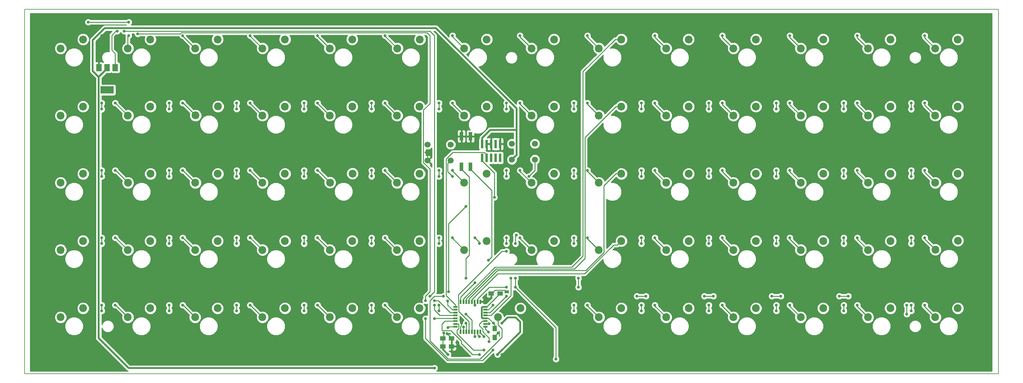
<source format=gbr>
G04 #@! TF.GenerationSoftware,KiCad,Pcbnew,5.0.0-rc2-unknown-f785d27~65~ubuntu16.04.1*
G04 #@! TF.CreationDate,2018-08-02T21:25:33-05:00*
G04 #@! TF.ProjectId,keebee,6B65656265652E6B696361645F706362,rev?*
G04 #@! TF.SameCoordinates,Original*
G04 #@! TF.FileFunction,Copper,L2,Bot,Signal*
G04 #@! TF.FilePolarity,Positive*
%FSLAX46Y46*%
G04 Gerber Fmt 4.6, Leading zero omitted, Abs format (unit mm)*
G04 Created by KiCad (PCBNEW 5.0.0-rc2-unknown-f785d27~65~ubuntu16.04.1) date Thu Aug  2 21:25:33 2018*
%MOMM*%
%LPD*%
G01*
G04 APERTURE LIST*
G04 #@! TA.AperFunction,NonConductor*
%ADD10C,0.150000*%
G04 #@! TD*
G04 #@! TA.AperFunction,ComponentPad*
%ADD11C,2.200000*%
G04 #@! TD*
G04 #@! TA.AperFunction,SMDPad,CuDef*
%ADD12R,1.500000X2.000000*%
G04 #@! TD*
G04 #@! TA.AperFunction,SMDPad,CuDef*
%ADD13R,3.800000X2.000000*%
G04 #@! TD*
G04 #@! TA.AperFunction,SMDPad,CuDef*
%ADD14R,1.500000X1.250000*%
G04 #@! TD*
G04 #@! TA.AperFunction,SMDPad,CuDef*
%ADD15R,1.250000X1.500000*%
G04 #@! TD*
G04 #@! TA.AperFunction,SMDPad,CuDef*
%ADD16R,0.740000X2.400000*%
G04 #@! TD*
G04 #@! TA.AperFunction,ComponentPad*
%ADD17C,1.700000*%
G04 #@! TD*
G04 #@! TA.AperFunction,SMDPad,CuDef*
%ADD18R,1.130000X2.440000*%
G04 #@! TD*
G04 #@! TA.AperFunction,SMDPad,CuDef*
%ADD19R,0.600000X1.200000*%
G04 #@! TD*
G04 #@! TA.AperFunction,SMDPad,CuDef*
%ADD20R,1.200000X0.600000*%
G04 #@! TD*
G04 #@! TA.AperFunction,ViaPad*
%ADD21C,0.800000*%
G04 #@! TD*
G04 #@! TA.AperFunction,Conductor*
%ADD22C,0.250000*%
G04 #@! TD*
G04 #@! TA.AperFunction,Conductor*
%ADD23C,0.500000*%
G04 #@! TD*
G04 #@! TA.AperFunction,Conductor*
%ADD24C,0.254000*%
G04 #@! TD*
G04 APERTURE END LIST*
D10*
X301500000Y-20500000D02*
X301500000Y-123500000D01*
X26500000Y-123500000D02*
X301500000Y-123500000D01*
X26500000Y-20500000D02*
X301500000Y-20500000D01*
X26500000Y-20500000D02*
X26500000Y-123500000D01*
D11*
G04 #@! TO.P,SW64,1*
G04 #@! TO.N,/ROW3*
X271040000Y-86000000D03*
G04 #@! TO.P,SW64,2*
G04 #@! TO.N,Net-(D65-Pad2)*
X264690000Y-88540000D03*
G04 #@! TD*
G04 #@! TO.P,SW1,1*
G04 #@! TO.N,/ROW0*
X43000000Y-29000000D03*
G04 #@! TO.P,SW1,2*
G04 #@! TO.N,Net-(D2-Pad2)*
X36650000Y-31540000D03*
G04 #@! TD*
D12*
G04 #@! TO.P,U1,1*
G04 #@! TO.N,GND*
X47484000Y-36982000D03*
G04 #@! TO.P,U1,3*
G04 #@! TO.N,/VBUS*
X52084000Y-36982000D03*
G04 #@! TO.P,U1,2*
G04 #@! TO.N,+3V3*
X49784000Y-36982000D03*
D13*
G04 #@! TO.P,U1,4*
G04 #@! TO.N,N/C*
X49784000Y-43282000D03*
G04 #@! TD*
D14*
G04 #@! TO.P,C1,1*
G04 #@! TO.N,+3V3*
X160742000Y-100838000D03*
G04 #@! TO.P,C1,2*
G04 #@! TO.N,GND*
X158242000Y-100838000D03*
G04 #@! TD*
G04 #@! TO.P,C2,2*
G04 #@! TO.N,GND*
X147066000Y-113538000D03*
G04 #@! TO.P,C2,1*
G04 #@! TO.N,+3V3*
X144566000Y-113538000D03*
G04 #@! TD*
D15*
G04 #@! TO.P,C3,1*
G04 #@! TO.N,+3V3*
X159258000Y-110784000D03*
G04 #@! TO.P,C3,2*
G04 #@! TO.N,GND*
X159258000Y-113284000D03*
G04 #@! TD*
D14*
G04 #@! TO.P,C4,2*
G04 #@! TO.N,GND*
X147066000Y-115824000D03*
G04 #@! TO.P,C4,1*
G04 #@! TO.N,+3V3*
X144566000Y-115824000D03*
G04 #@! TD*
D16*
G04 #@! TO.P,J2,10*
G04 #@! TO.N,Net-(J2-Pad10)*
X160782000Y-62484000D03*
G04 #@! TO.P,J2,9*
G04 #@! TO.N,GND*
X160782000Y-58584000D03*
G04 #@! TO.P,J2,8*
G04 #@! TO.N,Net-(J2-Pad8)*
X159512000Y-62484000D03*
G04 #@! TO.P,J2,7*
G04 #@! TO.N,Net-(J2-Pad7)*
X159512000Y-58584000D03*
G04 #@! TO.P,J2,6*
G04 #@! TO.N,Net-(J2-Pad6)*
X158242000Y-62484000D03*
G04 #@! TO.P,J2,5*
G04 #@! TO.N,GND*
X158242000Y-58584000D03*
G04 #@! TO.P,J2,4*
G04 #@! TO.N,/SWCLK*
X156972000Y-62484000D03*
G04 #@! TO.P,J2,3*
G04 #@! TO.N,GND*
X156972000Y-58584000D03*
G04 #@! TO.P,J2,2*
G04 #@! TO.N,/SWDIO*
X155702000Y-62484000D03*
G04 #@! TO.P,J2,1*
G04 #@! TO.N,+3V3*
X155702000Y-58584000D03*
G04 #@! TD*
D11*
G04 #@! TO.P,SW2,2*
G04 #@! TO.N,Net-(D3-Pad2)*
X36650000Y-50540000D03*
G04 #@! TO.P,SW2,1*
G04 #@! TO.N,/ROW1*
X43000000Y-48000000D03*
G04 #@! TD*
G04 #@! TO.P,SW3,1*
G04 #@! TO.N,/ROW2*
X43000000Y-67000000D03*
G04 #@! TO.P,SW3,2*
G04 #@! TO.N,Net-(D4-Pad2)*
X36650000Y-69540000D03*
G04 #@! TD*
G04 #@! TO.P,SW4,2*
G04 #@! TO.N,Net-(D5-Pad2)*
X36650000Y-88540000D03*
G04 #@! TO.P,SW4,1*
G04 #@! TO.N,/ROW3*
X43000000Y-86000000D03*
G04 #@! TD*
G04 #@! TO.P,SW5,1*
G04 #@! TO.N,/ROW4*
X43000000Y-105000000D03*
G04 #@! TO.P,SW5,2*
G04 #@! TO.N,Net-(D6-Pad2)*
X36650000Y-107540000D03*
G04 #@! TD*
G04 #@! TO.P,SW6,2*
G04 #@! TO.N,Net-(D7-Pad2)*
X55650000Y-31540000D03*
G04 #@! TO.P,SW6,1*
G04 #@! TO.N,/ROW0*
X62000000Y-29000000D03*
G04 #@! TD*
G04 #@! TO.P,SW7,1*
G04 #@! TO.N,/ROW1*
X62000000Y-48000000D03*
G04 #@! TO.P,SW7,2*
G04 #@! TO.N,Net-(D8-Pad2)*
X55650000Y-50540000D03*
G04 #@! TD*
G04 #@! TO.P,SW8,2*
G04 #@! TO.N,Net-(D9-Pad2)*
X55690000Y-69540000D03*
G04 #@! TO.P,SW8,1*
G04 #@! TO.N,/ROW2*
X62040000Y-67000000D03*
G04 #@! TD*
G04 #@! TO.P,SW9,1*
G04 #@! TO.N,/ROW3*
X62000000Y-86000000D03*
G04 #@! TO.P,SW9,2*
G04 #@! TO.N,Net-(D10-Pad2)*
X55650000Y-88540000D03*
G04 #@! TD*
G04 #@! TO.P,SW10,2*
G04 #@! TO.N,Net-(D11-Pad2)*
X55650000Y-107540000D03*
G04 #@! TO.P,SW10,1*
G04 #@! TO.N,/ROW4*
X62000000Y-105000000D03*
G04 #@! TD*
G04 #@! TO.P,SW11,1*
G04 #@! TO.N,/ROW0*
X81000000Y-29000000D03*
G04 #@! TO.P,SW11,2*
G04 #@! TO.N,Net-(D12-Pad2)*
X74650000Y-31540000D03*
G04 #@! TD*
G04 #@! TO.P,SW12,2*
G04 #@! TO.N,Net-(D13-Pad2)*
X74750000Y-50500000D03*
G04 #@! TO.P,SW12,1*
G04 #@! TO.N,/ROW1*
X81100000Y-47960000D03*
G04 #@! TD*
G04 #@! TO.P,SW13,1*
G04 #@! TO.N,/ROW2*
X81040000Y-67000000D03*
G04 #@! TO.P,SW13,2*
G04 #@! TO.N,Net-(D14-Pad2)*
X74690000Y-69540000D03*
G04 #@! TD*
G04 #@! TO.P,SW14,2*
G04 #@! TO.N,Net-(D15-Pad2)*
X74650000Y-88540000D03*
G04 #@! TO.P,SW14,1*
G04 #@! TO.N,/ROW3*
X81000000Y-86000000D03*
G04 #@! TD*
G04 #@! TO.P,SW15,1*
G04 #@! TO.N,/ROW4*
X81000000Y-105000000D03*
G04 #@! TO.P,SW15,2*
G04 #@! TO.N,Net-(D16-Pad2)*
X74650000Y-107540000D03*
G04 #@! TD*
G04 #@! TO.P,SW16,2*
G04 #@! TO.N,Net-(D17-Pad2)*
X93650000Y-31540000D03*
G04 #@! TO.P,SW16,1*
G04 #@! TO.N,/ROW0*
X100000000Y-29000000D03*
G04 #@! TD*
G04 #@! TO.P,SW17,1*
G04 #@! TO.N,/ROW1*
X100000000Y-48000000D03*
G04 #@! TO.P,SW17,2*
G04 #@! TO.N,Net-(D18-Pad2)*
X93650000Y-50540000D03*
G04 #@! TD*
G04 #@! TO.P,SW18,2*
G04 #@! TO.N,Net-(D19-Pad2)*
X93650000Y-69540000D03*
G04 #@! TO.P,SW18,1*
G04 #@! TO.N,/ROW2*
X100000000Y-67000000D03*
G04 #@! TD*
G04 #@! TO.P,SW19,1*
G04 #@! TO.N,/ROW3*
X100000000Y-86000000D03*
G04 #@! TO.P,SW19,2*
G04 #@! TO.N,Net-(D20-Pad2)*
X93650000Y-88540000D03*
G04 #@! TD*
G04 #@! TO.P,SW20,2*
G04 #@! TO.N,Net-(D21-Pad2)*
X93650000Y-107540000D03*
G04 #@! TO.P,SW20,1*
G04 #@! TO.N,/ROW4*
X100000000Y-105000000D03*
G04 #@! TD*
G04 #@! TO.P,SW21,1*
G04 #@! TO.N,/ROW0*
X119000000Y-29000000D03*
G04 #@! TO.P,SW21,2*
G04 #@! TO.N,Net-(D22-Pad2)*
X112650000Y-31540000D03*
G04 #@! TD*
G04 #@! TO.P,SW22,2*
G04 #@! TO.N,Net-(D23-Pad2)*
X112650000Y-50540000D03*
G04 #@! TO.P,SW22,1*
G04 #@! TO.N,/ROW1*
X119000000Y-48000000D03*
G04 #@! TD*
G04 #@! TO.P,SW23,1*
G04 #@! TO.N,/ROW2*
X119100000Y-66960000D03*
G04 #@! TO.P,SW23,2*
G04 #@! TO.N,Net-(D24-Pad2)*
X112750000Y-69500000D03*
G04 #@! TD*
G04 #@! TO.P,SW24,2*
G04 #@! TO.N,Net-(D25-Pad2)*
X112650000Y-88540000D03*
G04 #@! TO.P,SW24,1*
G04 #@! TO.N,/ROW3*
X119000000Y-86000000D03*
G04 #@! TD*
G04 #@! TO.P,SW25,1*
G04 #@! TO.N,/ROW4*
X119000000Y-105000000D03*
G04 #@! TO.P,SW25,2*
G04 #@! TO.N,Net-(D26-Pad2)*
X112650000Y-107540000D03*
G04 #@! TD*
G04 #@! TO.P,SW26,1*
G04 #@! TO.N,/ROW0*
X138100000Y-29000000D03*
G04 #@! TO.P,SW26,2*
G04 #@! TO.N,Net-(D27-Pad2)*
X131750000Y-31540000D03*
G04 #@! TD*
G04 #@! TO.P,SW27,2*
G04 #@! TO.N,Net-(D28-Pad2)*
X131650000Y-50540000D03*
G04 #@! TO.P,SW27,1*
G04 #@! TO.N,/ROW1*
X138000000Y-48000000D03*
G04 #@! TD*
G04 #@! TO.P,SW28,1*
G04 #@! TO.N,/ROW2*
X138000000Y-67000000D03*
G04 #@! TO.P,SW28,2*
G04 #@! TO.N,Net-(D29-Pad2)*
X131650000Y-69540000D03*
G04 #@! TD*
G04 #@! TO.P,SW29,1*
G04 #@! TO.N,/ROW3*
X138000000Y-86000000D03*
G04 #@! TO.P,SW29,2*
G04 #@! TO.N,Net-(D30-Pad2)*
X131650000Y-88540000D03*
G04 #@! TD*
G04 #@! TO.P,SW30,2*
G04 #@! TO.N,Net-(D31-Pad2)*
X131650000Y-107540000D03*
G04 #@! TO.P,SW30,1*
G04 #@! TO.N,/ROW4*
X138000000Y-105000000D03*
G04 #@! TD*
G04 #@! TO.P,SW31,2*
G04 #@! TO.N,Net-(D32-Pad2)*
X150650000Y-31540000D03*
G04 #@! TO.P,SW31,1*
G04 #@! TO.N,/ROW0*
X157000000Y-29000000D03*
G04 #@! TD*
G04 #@! TO.P,SW32,1*
G04 #@! TO.N,/ROW1*
X157000000Y-48000000D03*
G04 #@! TO.P,SW32,2*
G04 #@! TO.N,Net-(D33-Pad2)*
X150650000Y-50540000D03*
G04 #@! TD*
G04 #@! TO.P,SW33,2*
G04 #@! TO.N,Net-(D34-Pad2)*
X150650000Y-69540000D03*
G04 #@! TO.P,SW33,1*
G04 #@! TO.N,/ROW2*
X157000000Y-67000000D03*
G04 #@! TD*
G04 #@! TO.P,SW34,2*
G04 #@! TO.N,Net-(D35-Pad2)*
X150650000Y-88540000D03*
G04 #@! TO.P,SW34,1*
G04 #@! TO.N,/ROW3*
X157000000Y-86000000D03*
G04 #@! TD*
G04 #@! TO.P,SW35,2*
G04 #@! TO.N,Net-(D36-Pad2)*
X160150000Y-107540000D03*
G04 #@! TO.P,SW35,1*
G04 #@! TO.N,/ROW4*
X166500000Y-105000000D03*
G04 #@! TD*
G04 #@! TO.P,SW36,2*
G04 #@! TO.N,Net-(D37-Pad2)*
X169650000Y-31540000D03*
G04 #@! TO.P,SW36,1*
G04 #@! TO.N,/ROW0*
X176000000Y-29000000D03*
G04 #@! TD*
G04 #@! TO.P,SW37,1*
G04 #@! TO.N,/ROW1*
X176000000Y-48000000D03*
G04 #@! TO.P,SW37,2*
G04 #@! TO.N,Net-(D38-Pad2)*
X169650000Y-50540000D03*
G04 #@! TD*
G04 #@! TO.P,SW38,2*
G04 #@! TO.N,Net-(D39-Pad2)*
X169650000Y-69540000D03*
G04 #@! TO.P,SW38,1*
G04 #@! TO.N,/ROW2*
X176000000Y-67000000D03*
G04 #@! TD*
G04 #@! TO.P,SW39,1*
G04 #@! TO.N,/ROW3*
X176000000Y-86000000D03*
G04 #@! TO.P,SW39,2*
G04 #@! TO.N,Net-(D40-Pad2)*
X169650000Y-88540000D03*
G04 #@! TD*
D17*
G04 #@! TO.P,SW_RST,4*
G04 #@! TO.N,N/C*
X146812000Y-58746000D03*
G04 #@! TO.P,SW_RST,3*
X140312000Y-58746000D03*
G04 #@! TO.P,SW_RST,2*
G04 #@! TO.N,Net-(SW40-Pad2)*
X146812000Y-63246000D03*
G04 #@! TO.P,SW_RST,1*
G04 #@! TO.N,GND*
X140312000Y-63246000D03*
G04 #@! TD*
D11*
G04 #@! TO.P,SW41,2*
G04 #@! TO.N,Net-(D42-Pad2)*
X188650000Y-31540000D03*
G04 #@! TO.P,SW41,1*
G04 #@! TO.N,/ROW0*
X195000000Y-29000000D03*
G04 #@! TD*
G04 #@! TO.P,SW42,1*
G04 #@! TO.N,/ROW1*
X195000000Y-48000000D03*
G04 #@! TO.P,SW42,2*
G04 #@! TO.N,Net-(D43-Pad2)*
X188650000Y-50540000D03*
G04 #@! TD*
G04 #@! TO.P,SW43,2*
G04 #@! TO.N,Net-(D44-Pad2)*
X188650000Y-69540000D03*
G04 #@! TO.P,SW43,1*
G04 #@! TO.N,/ROW2*
X195000000Y-67000000D03*
G04 #@! TD*
G04 #@! TO.P,SW44,1*
G04 #@! TO.N,/ROW3*
X195000000Y-86000000D03*
G04 #@! TO.P,SW44,2*
G04 #@! TO.N,Net-(D45-Pad2)*
X188650000Y-88540000D03*
G04 #@! TD*
G04 #@! TO.P,SW45,2*
G04 #@! TO.N,Net-(D46-Pad2)*
X188650000Y-107540000D03*
G04 #@! TO.P,SW45,1*
G04 #@! TO.N,/ROW4*
X195000000Y-105000000D03*
G04 #@! TD*
G04 #@! TO.P,SW46,1*
G04 #@! TO.N,/ROW0*
X214000000Y-29000000D03*
G04 #@! TO.P,SW46,2*
G04 #@! TO.N,Net-(D47-Pad2)*
X207650000Y-31540000D03*
G04 #@! TD*
G04 #@! TO.P,SW47,1*
G04 #@! TO.N,/ROW1*
X214000000Y-48000000D03*
G04 #@! TO.P,SW47,2*
G04 #@! TO.N,Net-(D48-Pad2)*
X207650000Y-50540000D03*
G04 #@! TD*
G04 #@! TO.P,SW48,1*
G04 #@! TO.N,/ROW2*
X214000000Y-67000000D03*
G04 #@! TO.P,SW48,2*
G04 #@! TO.N,Net-(D49-Pad2)*
X207650000Y-69540000D03*
G04 #@! TD*
G04 #@! TO.P,SW49,2*
G04 #@! TO.N,Net-(D50-Pad2)*
X207650000Y-88540000D03*
G04 #@! TO.P,SW49,1*
G04 #@! TO.N,/ROW3*
X214000000Y-86000000D03*
G04 #@! TD*
G04 #@! TO.P,SW50,2*
G04 #@! TO.N,Net-(D51-Pad2)*
X207650000Y-107540000D03*
G04 #@! TO.P,SW50,1*
G04 #@! TO.N,/ROW4*
X214000000Y-105000000D03*
G04 #@! TD*
G04 #@! TO.P,SW51,2*
G04 #@! TO.N,Net-(D52-Pad2)*
X226650000Y-31540000D03*
G04 #@! TO.P,SW51,1*
G04 #@! TO.N,/ROW0*
X233000000Y-29000000D03*
G04 #@! TD*
G04 #@! TO.P,SW52,1*
G04 #@! TO.N,/ROW1*
X233000000Y-48000000D03*
G04 #@! TO.P,SW52,2*
G04 #@! TO.N,Net-(D53-Pad2)*
X226650000Y-50540000D03*
G04 #@! TD*
G04 #@! TO.P,SW53,1*
G04 #@! TO.N,/ROW2*
X233000000Y-67000000D03*
G04 #@! TO.P,SW53,2*
G04 #@! TO.N,Net-(D54-Pad2)*
X226650000Y-69540000D03*
G04 #@! TD*
G04 #@! TO.P,SW54,1*
G04 #@! TO.N,/ROW3*
X233000000Y-86000000D03*
G04 #@! TO.P,SW54,2*
G04 #@! TO.N,Net-(D55-Pad2)*
X226650000Y-88540000D03*
G04 #@! TD*
G04 #@! TO.P,SW55,1*
G04 #@! TO.N,/ROW4*
X233000000Y-105000000D03*
G04 #@! TO.P,SW55,2*
G04 #@! TO.N,Net-(D56-Pad2)*
X226650000Y-107540000D03*
G04 #@! TD*
G04 #@! TO.P,SW56,1*
G04 #@! TO.N,/ROW0*
X252000000Y-29000000D03*
G04 #@! TO.P,SW56,2*
G04 #@! TO.N,Net-(D57-Pad2)*
X245650000Y-31540000D03*
G04 #@! TD*
G04 #@! TO.P,SW57,1*
G04 #@! TO.N,/ROW1*
X252000000Y-48000000D03*
G04 #@! TO.P,SW57,2*
G04 #@! TO.N,Net-(D58-Pad2)*
X245650000Y-50540000D03*
G04 #@! TD*
G04 #@! TO.P,SW58,2*
G04 #@! TO.N,Net-(D59-Pad2)*
X245650000Y-69540000D03*
G04 #@! TO.P,SW58,1*
G04 #@! TO.N,/ROW2*
X252000000Y-67000000D03*
G04 #@! TD*
G04 #@! TO.P,SW59,2*
G04 #@! TO.N,Net-(D60-Pad2)*
X245650000Y-88540000D03*
G04 #@! TO.P,SW59,1*
G04 #@! TO.N,/ROW3*
X252000000Y-86000000D03*
G04 #@! TD*
G04 #@! TO.P,SW60,2*
G04 #@! TO.N,Net-(D61-Pad2)*
X245650000Y-107540000D03*
G04 #@! TO.P,SW60,1*
G04 #@! TO.N,/ROW4*
X252000000Y-105000000D03*
G04 #@! TD*
G04 #@! TO.P,SW61,1*
G04 #@! TO.N,/ROW0*
X271000000Y-29000000D03*
G04 #@! TO.P,SW61,2*
G04 #@! TO.N,Net-(D62-Pad2)*
X264650000Y-31540000D03*
G04 #@! TD*
G04 #@! TO.P,SW62,2*
G04 #@! TO.N,Net-(D63-Pad2)*
X264650000Y-50540000D03*
G04 #@! TO.P,SW62,1*
G04 #@! TO.N,/ROW1*
X271000000Y-48000000D03*
G04 #@! TD*
G04 #@! TO.P,SW63,2*
G04 #@! TO.N,Net-(D64-Pad2)*
X264650000Y-69540000D03*
G04 #@! TO.P,SW63,1*
G04 #@! TO.N,/ROW2*
X271000000Y-67000000D03*
G04 #@! TD*
G04 #@! TO.P,SW65,2*
G04 #@! TO.N,Net-(D66-Pad2)*
X264650000Y-107540000D03*
G04 #@! TO.P,SW65,1*
G04 #@! TO.N,/ROW4*
X271000000Y-105000000D03*
G04 #@! TD*
G04 #@! TO.P,SW66,1*
G04 #@! TO.N,/ROW0*
X290000000Y-29000000D03*
G04 #@! TO.P,SW66,2*
G04 #@! TO.N,Net-(D67-Pad2)*
X283650000Y-31540000D03*
G04 #@! TD*
G04 #@! TO.P,SW67,2*
G04 #@! TO.N,Net-(D68-Pad2)*
X283650000Y-50540000D03*
G04 #@! TO.P,SW67,1*
G04 #@! TO.N,/ROW1*
X290000000Y-48000000D03*
G04 #@! TD*
G04 #@! TO.P,SW68,2*
G04 #@! TO.N,Net-(D69-Pad2)*
X283650000Y-69540000D03*
G04 #@! TO.P,SW68,1*
G04 #@! TO.N,/ROW2*
X290000000Y-67000000D03*
G04 #@! TD*
G04 #@! TO.P,SW69,2*
G04 #@! TO.N,Net-(D70-Pad2)*
X283690000Y-88460000D03*
G04 #@! TO.P,SW69,1*
G04 #@! TO.N,/ROW3*
X290040000Y-85920000D03*
G04 #@! TD*
G04 #@! TO.P,SW70,1*
G04 #@! TO.N,/ROW4*
X290000000Y-105000000D03*
G04 #@! TO.P,SW70,2*
G04 #@! TO.N,Net-(D71-Pad2)*
X283650000Y-107540000D03*
G04 #@! TD*
D17*
G04 #@! TO.P,SW_BOOT0,1*
G04 #@! TO.N,+3V3*
X164084000Y-62992000D03*
G04 #@! TO.P,SW_BOOT0,2*
G04 #@! TO.N,Net-(R1-Pad1)*
X170584000Y-62992000D03*
G04 #@! TO.P,SW_BOOT0,3*
G04 #@! TO.N,N/C*
X164084000Y-58492000D03*
G04 #@! TO.P,SW_BOOT0,4*
X170584000Y-58492000D03*
G04 #@! TD*
D18*
G04 #@! TO.P,SW_LAYOUT1,1*
G04 #@! TO.N,GND*
X149860000Y-56406000D03*
G04 #@! TO.P,SW_LAYOUT1,2*
X152400000Y-56406000D03*
G04 #@! TO.P,SW_LAYOUT1,3*
G04 #@! TO.N,Net-(SW_LAYOUT1-Pad3)*
X152400000Y-65006000D03*
G04 #@! TO.P,SW_LAYOUT1,4*
G04 #@! TO.N,Net-(SW_LAYOUT1-Pad4)*
X149860000Y-65006000D03*
G04 #@! TD*
D19*
G04 #@! TO.P,U2,32*
G04 #@! TO.N,GND*
X155200000Y-103192000D03*
G04 #@! TO.P,U2,31*
G04 #@! TO.N,Net-(R1-Pad1)*
X154400000Y-103192000D03*
G04 #@! TO.P,U2,30*
G04 #@! TO.N,/ROW4*
X153600000Y-103192000D03*
G04 #@! TO.P,U2,29*
G04 #@! TO.N,/ROW3*
X152800000Y-103192000D03*
G04 #@! TO.P,U2,28*
G04 #@! TO.N,/ROW2*
X152000000Y-103192000D03*
G04 #@! TO.P,U2,27*
G04 #@! TO.N,/ROW1*
X151200000Y-103192000D03*
G04 #@! TO.P,U2,26*
G04 #@! TO.N,/ROW0*
X150400000Y-103192000D03*
G04 #@! TO.P,U2,25*
G04 #@! TO.N,/COL13*
X149600000Y-103192000D03*
D20*
G04 #@! TO.P,U2,24*
G04 #@! TO.N,/SWCLK*
X148150000Y-104642000D03*
G04 #@! TO.P,U2,23*
G04 #@! TO.N,/SWDIO*
X148150000Y-105442000D03*
G04 #@! TO.P,U2,22*
G04 #@! TO.N,Net-(J1-Pad3)*
X148150000Y-106242000D03*
G04 #@! TO.P,U2,21*
G04 #@! TO.N,Net-(J1-Pad2)*
X148150000Y-107042000D03*
G04 #@! TO.P,U2,20*
G04 #@! TO.N,/COL12*
X148150000Y-107842000D03*
G04 #@! TO.P,U2,19*
G04 #@! TO.N,/COL11*
X148150000Y-108642000D03*
G04 #@! TO.P,U2,18*
G04 #@! TO.N,/COL10*
X148150000Y-109442000D03*
G04 #@! TO.P,U2,17*
G04 #@! TO.N,+3V3*
X148150000Y-110242000D03*
D19*
G04 #@! TO.P,U2,16*
G04 #@! TO.N,GND*
X149600000Y-111692000D03*
G04 #@! TO.P,U2,15*
G04 #@! TO.N,/COL9*
X150400000Y-111692000D03*
G04 #@! TO.P,U2,14*
G04 #@! TO.N,/COL8*
X151200000Y-111692000D03*
G04 #@! TO.P,U2,13*
G04 #@! TO.N,/COL7*
X152000000Y-111692000D03*
G04 #@! TO.P,U2,12*
G04 #@! TO.N,/COL6*
X152800000Y-111692000D03*
G04 #@! TO.P,U2,11*
G04 #@! TO.N,/COL5*
X153600000Y-111692000D03*
G04 #@! TO.P,U2,10*
G04 #@! TO.N,/COL4*
X154400000Y-111692000D03*
G04 #@! TO.P,U2,9*
G04 #@! TO.N,/COL3*
X155200000Y-111692000D03*
D20*
G04 #@! TO.P,U2,8*
G04 #@! TO.N,/COL2*
X156650000Y-110242000D03*
G04 #@! TO.P,U2,7*
G04 #@! TO.N,/COL1*
X156650000Y-109442000D03*
G04 #@! TO.P,U2,6*
G04 #@! TO.N,/COL0*
X156650000Y-108642000D03*
G04 #@! TO.P,U2,5*
G04 #@! TO.N,+3V3*
X156650000Y-107842000D03*
G04 #@! TO.P,U2,4*
G04 #@! TO.N,Net-(SW40-Pad2)*
X156650000Y-107042000D03*
G04 #@! TO.P,U2,3*
G04 #@! TO.N,Net-(SW_LAYOUT1-Pad3)*
X156650000Y-106242000D03*
G04 #@! TO.P,U2,2*
G04 #@! TO.N,Net-(SW_LAYOUT1-Pad4)*
X156650000Y-105442000D03*
G04 #@! TO.P,U2,1*
G04 #@! TO.N,+3V3*
X156650000Y-104642000D03*
G04 #@! TD*
D21*
G04 #@! TO.N,GND*
X160194032Y-112047089D03*
X175260000Y-118110000D03*
X162560000Y-100330000D03*
X165100000Y-101600000D03*
X48260000Y-27940000D03*
X149860000Y-109220000D03*
X145825910Y-112217172D03*
X167640000Y-113030000D03*
X139861999Y-60960000D03*
X137160000Y-60960000D03*
X161290000Y-118110000D03*
X149860000Y-116280040D03*
X45720000Y-26670000D03*
X158750000Y-55880000D03*
X158750000Y-52070000D03*
G04 #@! TO.N,+3V3*
X146050000Y-110490000D03*
X144842643Y-112034990D03*
X146050000Y-118110000D03*
X142240000Y-121920000D03*
X160020000Y-118110000D03*
X161290000Y-109220000D03*
X158878000Y-109220000D03*
G04 #@! TO.N,/COL0*
X157675858Y-114495858D03*
G04 #@! TO.N,/COL1*
X48260000Y-46990000D03*
X48260000Y-48725000D03*
X48260000Y-66040000D03*
X48260000Y-67725000D03*
X48260000Y-85090000D03*
X48260000Y-86725000D03*
X157632473Y-109404294D03*
X48260000Y-104140000D03*
X48260000Y-105725000D03*
G04 #@! TO.N,Net-(D7-Pad2)*
X55880000Y-27940000D03*
G04 #@! TO.N,Net-(D8-Pad2)*
X52070000Y-46990000D03*
G04 #@! TO.N,Net-(D9-Pad2)*
X52070000Y-66040000D03*
G04 #@! TO.N,Net-(D10-Pad2)*
X52070000Y-85090000D03*
G04 #@! TO.N,Net-(D11-Pad2)*
X52070000Y-104140000D03*
G04 #@! TO.N,/COL2*
X67310000Y-46990000D03*
X67310000Y-48725000D03*
X67310000Y-66040000D03*
X67310000Y-67725000D03*
X67310000Y-85090000D03*
X67310000Y-86725000D03*
X67310000Y-104140000D03*
X67310000Y-105725000D03*
X157480000Y-111760000D03*
G04 #@! TO.N,Net-(D12-Pad2)*
X71120000Y-27940000D03*
G04 #@! TO.N,Net-(D13-Pad2)*
X71120000Y-46990000D03*
G04 #@! TO.N,Net-(D14-Pad2)*
X71120000Y-66040000D03*
G04 #@! TO.N,Net-(D15-Pad2)*
X71120000Y-85090000D03*
G04 #@! TO.N,Net-(D16-Pad2)*
X71120000Y-104140000D03*
G04 #@! TO.N,/COL3*
X86360000Y-46990000D03*
X86360000Y-48685000D03*
X86360000Y-66040000D03*
X86360000Y-67725000D03*
X86360000Y-85090000D03*
X86360000Y-86725000D03*
X86360000Y-104140000D03*
X86360000Y-105725000D03*
X156210000Y-113030000D03*
G04 #@! TO.N,Net-(D17-Pad2)*
X90170000Y-27940000D03*
G04 #@! TO.N,Net-(D18-Pad2)*
X90170000Y-46990000D03*
G04 #@! TO.N,Net-(D19-Pad2)*
X90170000Y-66040000D03*
G04 #@! TO.N,Net-(D20-Pad2)*
X90170000Y-85090000D03*
G04 #@! TO.N,Net-(D21-Pad2)*
X90170000Y-104140000D03*
G04 #@! TO.N,Net-(D22-Pad2)*
X109220000Y-27940000D03*
G04 #@! TO.N,/COL4*
X105410000Y-46990000D03*
X105410000Y-48725000D03*
X105410000Y-66040000D03*
X105410000Y-67725000D03*
X105410000Y-85090000D03*
X105410000Y-86725000D03*
X154940000Y-113030000D03*
X105410000Y-104140000D03*
X105410000Y-105725000D03*
G04 #@! TO.N,Net-(D23-Pad2)*
X109220000Y-46990000D03*
G04 #@! TO.N,Net-(D24-Pad2)*
X109220000Y-66040000D03*
G04 #@! TO.N,Net-(D25-Pad2)*
X109220000Y-85090000D03*
G04 #@! TO.N,Net-(D26-Pad2)*
X109220000Y-104140000D03*
G04 #@! TO.N,/COL5*
X124460000Y-46990000D03*
X124460000Y-48725000D03*
X124460000Y-66040000D03*
X124460000Y-67685000D03*
X124460000Y-85090000D03*
X124460000Y-86725000D03*
X124460000Y-104140000D03*
X124460000Y-105725000D03*
X153670000Y-113030000D03*
G04 #@! TO.N,Net-(D27-Pad2)*
X128270000Y-27940000D03*
G04 #@! TO.N,Net-(D28-Pad2)*
X128270000Y-46990000D03*
G04 #@! TO.N,Net-(D29-Pad2)*
X128270000Y-66040000D03*
G04 #@! TO.N,Net-(D30-Pad2)*
X128270000Y-85090000D03*
G04 #@! TO.N,Net-(D31-Pad2)*
X128270000Y-104140000D03*
G04 #@! TO.N,/COL6*
X143510000Y-46990000D03*
X143510000Y-48725000D03*
X143510000Y-66040000D03*
X143510000Y-67725000D03*
X143510000Y-85090000D03*
X143510000Y-86725000D03*
X143510000Y-104140000D03*
X143510000Y-105725000D03*
X151130000Y-106680000D03*
G04 #@! TO.N,Net-(D32-Pad2)*
X147320000Y-27940000D03*
G04 #@! TO.N,Net-(D33-Pad2)*
X147320000Y-46990000D03*
G04 #@! TO.N,Net-(D34-Pad2)*
X147320000Y-66040000D03*
G04 #@! TO.N,Net-(D35-Pad2)*
X147320000Y-85090000D03*
G04 #@! TO.N,Net-(D36-Pad2)*
X144780000Y-101600000D03*
G04 #@! TO.N,/COL7*
X162560000Y-46990000D03*
X162560000Y-48725000D03*
X162560000Y-66040000D03*
X162560000Y-67725000D03*
X162560000Y-85090000D03*
X162560000Y-86725000D03*
X162560000Y-88900000D03*
G04 #@! TO.N,Net-(D37-Pad2)*
X166370000Y-27940000D03*
G04 #@! TO.N,Net-(D38-Pad2)*
X166370000Y-46990000D03*
G04 #@! TO.N,Net-(D39-Pad2)*
X166370000Y-66040000D03*
G04 #@! TO.N,Net-(D40-Pad2)*
X166370000Y-85090000D03*
G04 #@! TO.N,Net-(D42-Pad2)*
X185420000Y-27940000D03*
G04 #@! TO.N,Net-(D43-Pad2)*
X185420000Y-46990000D03*
G04 #@! TO.N,Net-(D44-Pad2)*
X185420000Y-66040000D03*
G04 #@! TO.N,Net-(D45-Pad2)*
X185420000Y-85090000D03*
G04 #@! TO.N,Net-(D46-Pad2)*
X185420000Y-104140000D03*
G04 #@! TO.N,Net-(D47-Pad2)*
X204470000Y-27940000D03*
G04 #@! TO.N,/COL9*
X200660000Y-46990000D03*
X200660000Y-48725000D03*
X200660000Y-66040000D03*
X200660000Y-67725000D03*
X200660000Y-85090000D03*
X200660000Y-86725000D03*
X200660000Y-104140000D03*
X200660000Y-105725000D03*
X150475000Y-110347576D03*
G04 #@! TO.N,Net-(D48-Pad2)*
X204470000Y-46990000D03*
G04 #@! TO.N,Net-(D49-Pad2)*
X204470000Y-66040000D03*
G04 #@! TO.N,Net-(D50-Pad2)*
X204470000Y-85090000D03*
G04 #@! TO.N,Net-(D51-Pad2)*
X204470000Y-104140000D03*
G04 #@! TO.N,Net-(D52-Pad2)*
X223520000Y-27940000D03*
G04 #@! TO.N,/COL10*
X219710000Y-46990000D03*
X219710000Y-48725000D03*
X219710000Y-66040000D03*
X219710000Y-67725000D03*
X219710000Y-85090000D03*
X219710000Y-86725000D03*
X219710000Y-104140000D03*
X219710000Y-105725000D03*
X156210000Y-116840000D03*
G04 #@! TO.N,Net-(D53-Pad2)*
X223520000Y-46990000D03*
G04 #@! TO.N,Net-(D54-Pad2)*
X223520000Y-66040000D03*
G04 #@! TO.N,Net-(D55-Pad2)*
X223520000Y-85090000D03*
G04 #@! TO.N,Net-(D56-Pad2)*
X223520000Y-104140000D03*
G04 #@! TO.N,/COL11*
X238760000Y-46990000D03*
X238760000Y-48725000D03*
X238760000Y-66040000D03*
X238760000Y-67725000D03*
X238760000Y-85090000D03*
X238760000Y-86725000D03*
X238760000Y-104140000D03*
X238760000Y-105725000D03*
X154940000Y-118110000D03*
G04 #@! TO.N,Net-(D57-Pad2)*
X242570000Y-27940000D03*
G04 #@! TO.N,Net-(D58-Pad2)*
X242570000Y-46990000D03*
G04 #@! TO.N,Net-(D59-Pad2)*
X242570000Y-66040000D03*
G04 #@! TO.N,Net-(D60-Pad2)*
X242570000Y-85090000D03*
G04 #@! TO.N,Net-(D61-Pad2)*
X242570000Y-104140000D03*
G04 #@! TO.N,Net-(D62-Pad2)*
X261620000Y-27940000D03*
G04 #@! TO.N,/COL12*
X257810000Y-46990000D03*
X257810000Y-48725000D03*
X257810000Y-66040000D03*
X257810000Y-67725000D03*
X257810000Y-85090000D03*
X257810000Y-86725000D03*
X257810000Y-104140000D03*
X257810000Y-105725000D03*
X142240000Y-107950000D03*
X139700000Y-107950000D03*
X158750000Y-116840000D03*
G04 #@! TO.N,Net-(D63-Pad2)*
X261620000Y-46990000D03*
G04 #@! TO.N,Net-(D64-Pad2)*
X261620000Y-66040000D03*
G04 #@! TO.N,Net-(D65-Pad2)*
X261620000Y-85090000D03*
G04 #@! TO.N,Net-(D66-Pad2)*
X261620000Y-104140000D03*
G04 #@! TO.N,Net-(D67-Pad2)*
X280670000Y-27940000D03*
G04 #@! TO.N,/COL13*
X276860000Y-46990000D03*
X276860000Y-48725000D03*
X276860000Y-66040000D03*
X276860000Y-67725000D03*
X276860000Y-85090000D03*
X276860000Y-86725000D03*
X276860000Y-104140000D03*
X276860000Y-105725000D03*
X199390000Y-101600000D03*
X201930000Y-101600000D03*
X218440000Y-101600000D03*
X220980000Y-101600000D03*
X237490000Y-101600000D03*
X240030000Y-101600000D03*
X256540000Y-101600000D03*
X259080000Y-101600000D03*
X275590000Y-104140000D03*
X275590000Y-106680000D03*
X153670000Y-97790000D03*
G04 #@! TO.N,Net-(D68-Pad2)*
X280670000Y-46990000D03*
G04 #@! TO.N,Net-(D69-Pad2)*
X280670000Y-66040000D03*
G04 #@! TO.N,Net-(D70-Pad2)*
X280670000Y-85090000D03*
G04 #@! TO.N,Net-(D71-Pad2)*
X280670000Y-104140000D03*
G04 #@! TO.N,/VBUS*
X52638078Y-26669999D03*
G04 #@! TO.N,Net-(J1-Pad2)*
X142240000Y-104140000D03*
X139700000Y-102870000D03*
X58420000Y-27395000D03*
G04 #@! TO.N,Net-(J1-Pad3)*
X142240000Y-102870000D03*
X140970000Y-101600000D03*
X54610000Y-26670000D03*
G04 #@! TO.N,Net-(R1-Pad1)*
X162560000Y-99060000D03*
X165100000Y-99060000D03*
X176530000Y-119380000D03*
X165100000Y-96520000D03*
X165100000Y-86725000D03*
X165316526Y-84365000D03*
X168910000Y-67725000D03*
G04 #@! TO.N,/ROW4*
X153633601Y-104169457D03*
G04 #@! TO.N,Net-(SW40-Pad2)*
X163830000Y-96520000D03*
X154940000Y-86725000D03*
X153670000Y-85090000D03*
X147320000Y-67725000D03*
G04 #@! TO.N,Net-(SW_LAYOUT1-Pad3)*
X157480000Y-91440000D03*
X162560000Y-101600000D03*
G04 #@! TO.N,Net-(SW_LAYOUT1-Pad4)*
X158750000Y-104140000D03*
X151130000Y-96520000D03*
G04 #@! TO.N,/SWDIO*
X145976347Y-102943653D03*
X146236992Y-100330000D03*
X151130000Y-76200000D03*
X159150001Y-73660000D03*
G04 #@! TO.N,/COL8*
X181610000Y-46990000D03*
X181610000Y-48725000D03*
X181610000Y-66040000D03*
X181610000Y-67725000D03*
X181610000Y-85090000D03*
X181610000Y-86725000D03*
X151130000Y-109220000D03*
X182880000Y-96520000D03*
X182880000Y-99060000D03*
X181610000Y-104140000D03*
X181610000Y-105725000D03*
G04 #@! TO.N,Net-(J1-Pad6)*
X55880000Y-24130000D03*
X44450000Y-24130000D03*
G04 #@! TD*
D22*
G04 #@! TO.N,GND*
X159258000Y-113284000D02*
X159258000Y-112983121D01*
X159258000Y-112983121D02*
X160194032Y-112047089D01*
X158242000Y-100838000D02*
X158367000Y-100838000D01*
X159317001Y-99887999D02*
X162117999Y-99887999D01*
X158367000Y-100838000D02*
X159317001Y-99887999D01*
X162117999Y-99887999D02*
X162560000Y-100330000D01*
X47484000Y-28716000D02*
X47484000Y-36982000D01*
X48260000Y-27940000D02*
X47484000Y-28716000D01*
X147066000Y-113538000D02*
X146941000Y-113538000D01*
X149600000Y-110842000D02*
X149600000Y-111692000D01*
X149600000Y-110149574D02*
X149600000Y-110842000D01*
X149860000Y-109889574D02*
X149600000Y-110149574D01*
X149860000Y-109220000D02*
X149860000Y-109889574D01*
X147066000Y-113457262D02*
X145825910Y-112217172D01*
X147066000Y-113538000D02*
X147066000Y-113457262D01*
X158242000Y-101713000D02*
X158242000Y-100838000D01*
X156763000Y-103192000D02*
X158242000Y-101713000D01*
X155200000Y-103192000D02*
X156763000Y-103192000D01*
X140312000Y-61410001D02*
X139861999Y-60960000D01*
X140312000Y-63246000D02*
X140312000Y-61410001D01*
X149403960Y-115824000D02*
X149860000Y-116280040D01*
X147066000Y-115824000D02*
X149403960Y-115824000D01*
X158242000Y-56388000D02*
X158750000Y-55880000D01*
X158242000Y-58584000D02*
X158242000Y-56388000D01*
G04 #@! TO.N,+3V3*
X156950000Y-104642000D02*
X160742000Y-100850000D01*
X160742000Y-100850000D02*
X160742000Y-100838000D01*
X156650000Y-104642000D02*
X156950000Y-104642000D01*
X159258000Y-109784000D02*
X159258000Y-110784000D01*
X159258000Y-109600000D02*
X159258000Y-109784000D01*
X156650000Y-107842000D02*
X157500000Y-107842000D01*
X146298000Y-110242000D02*
X146050000Y-110490000D01*
X148150000Y-110242000D02*
X146298000Y-110242000D01*
X144842643Y-113261357D02*
X144566000Y-113538000D01*
X144842643Y-112034990D02*
X144842643Y-113261357D01*
X144566000Y-113538000D02*
X144566000Y-115824000D01*
D23*
X47409999Y-39606001D02*
X47409999Y-113449999D01*
X49784000Y-37232000D02*
X47409999Y-39606001D01*
X49784000Y-36982000D02*
X49784000Y-37232000D01*
X47409999Y-113449999D02*
X55880000Y-121920000D01*
X144566000Y-116626000D02*
X146050000Y-118110000D01*
X144566000Y-115824000D02*
X144566000Y-116626000D01*
X142240000Y-121920000D02*
X55880000Y-121920000D01*
X162880001Y-107629999D02*
X161290000Y-109220000D01*
X160020000Y-118110000D02*
X166410001Y-111719999D01*
X166410001Y-111719999D02*
X166410001Y-108903999D01*
X166410001Y-108903999D02*
X165136001Y-107629999D01*
X165136001Y-107629999D02*
X162880001Y-107629999D01*
D22*
X158878000Y-109220000D02*
X159258000Y-109600000D01*
X157500000Y-107842000D02*
X158878000Y-109220000D01*
D23*
X165384001Y-61691999D02*
X164933999Y-62142001D01*
X49121999Y-25819999D02*
X142648001Y-25819999D01*
X164933999Y-62142001D02*
X164084000Y-62992000D01*
X45720000Y-29221998D02*
X49121999Y-25819999D01*
X142648001Y-25819999D02*
X165384001Y-48555999D01*
X45720000Y-37916002D02*
X45720000Y-29221998D01*
X47409999Y-39606001D02*
X45720000Y-37916002D01*
X155702000Y-56884000D02*
X155702000Y-58584000D01*
X165384001Y-54610000D02*
X157976000Y-54610000D01*
X165384001Y-54610000D02*
X165384001Y-61691999D01*
X157976000Y-54610000D02*
X155702000Y-56884000D01*
X165384001Y-48555999D02*
X165384001Y-54610000D01*
X155739998Y-107842000D02*
X156650000Y-107842000D01*
X155599999Y-107702001D02*
X155739998Y-107842000D01*
X155599999Y-104781999D02*
X155599999Y-107702001D01*
X155739998Y-104642000D02*
X155599999Y-104781999D01*
X156650000Y-104642000D02*
X155739998Y-104642000D01*
D22*
G04 #@! TO.N,/COL0*
X155825001Y-110831999D02*
X154940000Y-109946998D01*
X155825001Y-111571999D02*
X155825001Y-110831999D01*
X157675858Y-113422856D02*
X155825001Y-111571999D01*
X157675858Y-114495858D02*
X157675858Y-113422856D01*
X155800000Y-108642000D02*
X156650000Y-108642000D01*
X154940000Y-109502000D02*
X155800000Y-108642000D01*
X154940000Y-109946998D02*
X154940000Y-109502000D01*
G04 #@! TO.N,/COL1*
X48260000Y-46990000D02*
X48260000Y-48725000D01*
X48260000Y-66040000D02*
X48260000Y-67725000D01*
X48260000Y-85090000D02*
X48260000Y-86725000D01*
X157594767Y-109442000D02*
X157632473Y-109404294D01*
X156650000Y-109442000D02*
X157594767Y-109442000D01*
X48260000Y-104140000D02*
X48260000Y-105725000D01*
G04 #@! TO.N,Net-(D7-Pad2)*
X55650000Y-28170000D02*
X55880000Y-27940000D01*
X55650000Y-31540000D02*
X55650000Y-28170000D01*
G04 #@! TO.N,Net-(D8-Pad2)*
X52100000Y-46990000D02*
X52070000Y-46990000D01*
X55650000Y-50540000D02*
X52100000Y-46990000D01*
G04 #@! TO.N,Net-(D9-Pad2)*
X52190000Y-66040000D02*
X52070000Y-66040000D01*
X55690000Y-69540000D02*
X52190000Y-66040000D01*
G04 #@! TO.N,Net-(D10-Pad2)*
X52200000Y-85090000D02*
X52070000Y-85090000D01*
X55650000Y-88540000D02*
X52200000Y-85090000D01*
G04 #@! TO.N,Net-(D11-Pad2)*
X52250000Y-104140000D02*
X52070000Y-104140000D01*
X55650000Y-107540000D02*
X52250000Y-104140000D01*
G04 #@! TO.N,/COL2*
X67310000Y-46990000D02*
X67310000Y-48725000D01*
X67310000Y-66040000D02*
X67310000Y-67725000D01*
X67310000Y-85090000D02*
X67310000Y-86725000D01*
X67310000Y-104140000D02*
X67310000Y-105725000D01*
X156650000Y-110930000D02*
X157480000Y-111760000D01*
X156650000Y-110242000D02*
X156650000Y-110930000D01*
G04 #@! TO.N,Net-(D12-Pad2)*
X71120000Y-28010000D02*
X71120000Y-27940000D01*
X74650000Y-31540000D02*
X71120000Y-28010000D01*
G04 #@! TO.N,Net-(D13-Pad2)*
X71240000Y-46990000D02*
X71120000Y-46990000D01*
X74750000Y-50500000D02*
X71240000Y-46990000D01*
G04 #@! TO.N,Net-(D14-Pad2)*
X71190000Y-66040000D02*
X71120000Y-66040000D01*
X74690000Y-69540000D02*
X71190000Y-66040000D01*
G04 #@! TO.N,Net-(D15-Pad2)*
X71200000Y-85090000D02*
X71120000Y-85090000D01*
X74650000Y-88540000D02*
X71200000Y-85090000D01*
G04 #@! TO.N,Net-(D16-Pad2)*
X71250000Y-104140000D02*
X71120000Y-104140000D01*
X74650000Y-107540000D02*
X71250000Y-104140000D01*
G04 #@! TO.N,/COL3*
X86360000Y-46990000D02*
X86360000Y-48685000D01*
X86360000Y-66040000D02*
X86360000Y-67725000D01*
X86360000Y-85090000D02*
X86360000Y-86725000D01*
X86360000Y-104140000D02*
X86360000Y-105725000D01*
X155200000Y-112020000D02*
X156210000Y-113030000D01*
X155200000Y-111692000D02*
X155200000Y-112020000D01*
G04 #@! TO.N,Net-(D17-Pad2)*
X90170000Y-28060000D02*
X90170000Y-27940000D01*
X93650000Y-31540000D02*
X90170000Y-28060000D01*
G04 #@! TO.N,Net-(D18-Pad2)*
X90170000Y-47060000D02*
X90170000Y-46990000D01*
X93650000Y-50540000D02*
X90170000Y-47060000D01*
G04 #@! TO.N,Net-(D19-Pad2)*
X90170000Y-66060000D02*
X90170000Y-66040000D01*
X93650000Y-69540000D02*
X90170000Y-66060000D01*
G04 #@! TO.N,Net-(D20-Pad2)*
X90200000Y-85090000D02*
X90170000Y-85090000D01*
X93650000Y-88540000D02*
X90200000Y-85090000D01*
G04 #@! TO.N,Net-(D21-Pad2)*
X90250000Y-104140000D02*
X90170000Y-104140000D01*
X93650000Y-107540000D02*
X90250000Y-104140000D01*
G04 #@! TO.N,Net-(D22-Pad2)*
X109220000Y-28110000D02*
X109220000Y-27940000D01*
X112650000Y-31540000D02*
X109220000Y-28110000D01*
G04 #@! TO.N,/COL4*
X105410000Y-46990000D02*
X105410000Y-48725000D01*
X105410000Y-66040000D02*
X105410000Y-67725000D01*
X105410000Y-85090000D02*
X105410000Y-86725000D01*
X154400000Y-112490000D02*
X154940000Y-113030000D01*
X154400000Y-111692000D02*
X154400000Y-112490000D01*
X105410000Y-104140000D02*
X105410000Y-105725000D01*
G04 #@! TO.N,Net-(D23-Pad2)*
X109220000Y-47110000D02*
X109220000Y-46990000D01*
X112650000Y-50540000D02*
X109220000Y-47110000D01*
G04 #@! TO.N,Net-(D24-Pad2)*
X109290000Y-66040000D02*
X109220000Y-66040000D01*
X112750000Y-69500000D02*
X109290000Y-66040000D01*
G04 #@! TO.N,Net-(D25-Pad2)*
X109220000Y-85110000D02*
X109220000Y-85090000D01*
X112650000Y-88540000D02*
X109220000Y-85110000D01*
G04 #@! TO.N,Net-(D26-Pad2)*
X109250000Y-104140000D02*
X109220000Y-104140000D01*
X112650000Y-107540000D02*
X109250000Y-104140000D01*
G04 #@! TO.N,/COL5*
X124460000Y-46990000D02*
X124460000Y-48725000D01*
X124460000Y-66040000D02*
X124460000Y-67685000D01*
X124460000Y-85090000D02*
X124460000Y-86725000D01*
X124460000Y-104140000D02*
X124460000Y-105725000D01*
X153600000Y-112960000D02*
X153670000Y-113030000D01*
X153600000Y-111692000D02*
X153600000Y-112960000D01*
G04 #@! TO.N,Net-(D27-Pad2)*
X128270000Y-28060000D02*
X128270000Y-27940000D01*
X131750000Y-31540000D02*
X128270000Y-28060000D01*
G04 #@! TO.N,Net-(D28-Pad2)*
X128270000Y-47160000D02*
X128270000Y-46990000D01*
X131650000Y-50540000D02*
X128270000Y-47160000D01*
G04 #@! TO.N,Net-(D29-Pad2)*
X128270000Y-66160000D02*
X128270000Y-66040000D01*
X131650000Y-69540000D02*
X128270000Y-66160000D01*
G04 #@! TO.N,Net-(D30-Pad2)*
X128270000Y-85160000D02*
X128270000Y-85090000D01*
X131650000Y-88540000D02*
X128270000Y-85160000D01*
G04 #@! TO.N,Net-(D31-Pad2)*
X128270000Y-104160000D02*
X128270000Y-104140000D01*
X131650000Y-107540000D02*
X128270000Y-104160000D01*
G04 #@! TO.N,/COL6*
X143510000Y-46990000D02*
X143510000Y-48725000D01*
X143510000Y-66040000D02*
X143510000Y-67725000D01*
X143510000Y-85090000D02*
X143510000Y-86725000D01*
X143510000Y-104140000D02*
X143510000Y-105725000D01*
X152800000Y-108350000D02*
X151130000Y-106680000D01*
X152800000Y-111692000D02*
X152800000Y-108350000D01*
G04 #@! TO.N,Net-(D32-Pad2)*
X147320000Y-28210000D02*
X147320000Y-27940000D01*
X150650000Y-31540000D02*
X147320000Y-28210000D01*
G04 #@! TO.N,Net-(D33-Pad2)*
X147320000Y-47210000D02*
X147320000Y-46990000D01*
X150650000Y-50540000D02*
X147320000Y-47210000D01*
G04 #@! TO.N,Net-(D34-Pad2)*
X147320000Y-66210000D02*
X147320000Y-66040000D01*
X150650000Y-69540000D02*
X147320000Y-66210000D01*
G04 #@! TO.N,Net-(D35-Pad2)*
X147320000Y-85210000D02*
X147320000Y-85090000D01*
X150650000Y-88540000D02*
X147320000Y-85210000D01*
G04 #@! TO.N,Net-(D36-Pad2)*
X161290000Y-113212002D02*
X155122002Y-119380000D01*
X161290000Y-110855998D02*
X161290000Y-113212002D01*
X160150000Y-109715998D02*
X161290000Y-110855998D01*
X160150000Y-107540000D02*
X160150000Y-109715998D01*
X146161998Y-119380000D02*
X140970000Y-114188002D01*
X155122002Y-119380000D02*
X146161998Y-119380000D01*
X140970000Y-114188002D02*
X140970000Y-102870000D01*
X140970000Y-102870000D02*
X142240000Y-101600000D01*
X142240000Y-101600000D02*
X144780000Y-101600000D01*
G04 #@! TO.N,/COL7*
X162560000Y-46990000D02*
X162560000Y-48725000D01*
X162560000Y-66040000D02*
X162560000Y-67725000D01*
X162560000Y-85090000D02*
X162560000Y-86725000D01*
X148974999Y-101215001D02*
X161290000Y-88900000D01*
X161290000Y-88900000D02*
X162560000Y-88900000D01*
X148974999Y-104052001D02*
X148974999Y-101215001D01*
X149075001Y-104152003D02*
X149062998Y-104140000D01*
X152000000Y-108820000D02*
X149075001Y-105895001D01*
X149075001Y-105895001D02*
X149075001Y-104152003D01*
X152000000Y-111692000D02*
X152000000Y-108820000D01*
X149062998Y-104140000D02*
X148974999Y-104052001D01*
G04 #@! TO.N,Net-(D37-Pad2)*
X166370000Y-28260000D02*
X166370000Y-27940000D01*
X169650000Y-31540000D02*
X166370000Y-28260000D01*
G04 #@! TO.N,Net-(D38-Pad2)*
X166370000Y-47260000D02*
X166370000Y-46990000D01*
X169650000Y-50540000D02*
X166370000Y-47260000D01*
G04 #@! TO.N,Net-(D39-Pad2)*
X166370000Y-66260000D02*
X166370000Y-66040000D01*
X169650000Y-69540000D02*
X166370000Y-66260000D01*
G04 #@! TO.N,Net-(D40-Pad2)*
X166370000Y-85260000D02*
X166370000Y-85090000D01*
X169650000Y-88540000D02*
X166370000Y-85260000D01*
G04 #@! TO.N,Net-(D42-Pad2)*
X185420000Y-28310000D02*
X185420000Y-27940000D01*
X188650000Y-31540000D02*
X185420000Y-28310000D01*
G04 #@! TO.N,Net-(D43-Pad2)*
X185420000Y-47310000D02*
X185420000Y-46990000D01*
X188650000Y-50540000D02*
X185420000Y-47310000D01*
G04 #@! TO.N,Net-(D44-Pad2)*
X185420000Y-66310000D02*
X185420000Y-66040000D01*
X188650000Y-69540000D02*
X185420000Y-66310000D01*
G04 #@! TO.N,Net-(D45-Pad2)*
X185420000Y-85310000D02*
X185420000Y-85090000D01*
X188650000Y-88540000D02*
X185420000Y-85310000D01*
G04 #@! TO.N,Net-(D46-Pad2)*
X185420000Y-104310000D02*
X185420000Y-104140000D01*
X188650000Y-107540000D02*
X185420000Y-104310000D01*
G04 #@! TO.N,Net-(D47-Pad2)*
X204470000Y-28360000D02*
X204470000Y-27940000D01*
X207650000Y-31540000D02*
X204470000Y-28360000D01*
G04 #@! TO.N,/COL9*
X200660000Y-46990000D02*
X200660000Y-48725000D01*
X200660000Y-66040000D02*
X200660000Y-67725000D01*
X200660000Y-85090000D02*
X200660000Y-86725000D01*
X200660000Y-104140000D02*
X200660000Y-105725000D01*
X150400000Y-110422576D02*
X150475000Y-110347576D01*
X150400000Y-111692000D02*
X150400000Y-110422576D01*
G04 #@! TO.N,Net-(D48-Pad2)*
X204470000Y-47360000D02*
X204470000Y-46990000D01*
X207650000Y-50540000D02*
X204470000Y-47360000D01*
G04 #@! TO.N,Net-(D49-Pad2)*
X204470000Y-66360000D02*
X204470000Y-66040000D01*
X207650000Y-69540000D02*
X204470000Y-66360000D01*
G04 #@! TO.N,Net-(D50-Pad2)*
X204470000Y-85360000D02*
X204470000Y-85090000D01*
X207650000Y-88540000D02*
X204470000Y-85360000D01*
G04 #@! TO.N,Net-(D51-Pad2)*
X204470000Y-104360000D02*
X204470000Y-104140000D01*
X207650000Y-107540000D02*
X204470000Y-104360000D01*
G04 #@! TO.N,Net-(D52-Pad2)*
X223520000Y-28410000D02*
X223520000Y-27940000D01*
X226650000Y-31540000D02*
X223520000Y-28410000D01*
G04 #@! TO.N,/COL10*
X219710000Y-46990000D02*
X219710000Y-48725000D01*
X219710000Y-66040000D02*
X219710000Y-67725000D01*
X219710000Y-85090000D02*
X219710000Y-86725000D01*
X219710000Y-104140000D02*
X219710000Y-105725000D01*
X149000000Y-109442000D02*
X148150000Y-109442000D01*
X149075001Y-109517001D02*
X149000000Y-109442000D01*
X149075001Y-110731997D02*
X149075001Y-109517001D01*
X148590000Y-111216998D02*
X149075001Y-110731997D01*
X148590000Y-112167002D02*
X148590000Y-111216998D01*
X153262998Y-116840000D02*
X148590000Y-112167002D01*
X156210000Y-116840000D02*
X153262998Y-116840000D01*
G04 #@! TO.N,Net-(D53-Pad2)*
X223520000Y-47410000D02*
X223520000Y-46990000D01*
X226650000Y-50540000D02*
X223520000Y-47410000D01*
G04 #@! TO.N,Net-(D54-Pad2)*
X223520000Y-66410000D02*
X223520000Y-66040000D01*
X226650000Y-69540000D02*
X223520000Y-66410000D01*
G04 #@! TO.N,Net-(D55-Pad2)*
X223520000Y-85410000D02*
X223520000Y-85090000D01*
X226650000Y-88540000D02*
X223520000Y-85410000D01*
G04 #@! TO.N,Net-(D56-Pad2)*
X223520000Y-104410000D02*
X223520000Y-104140000D01*
X226650000Y-107540000D02*
X223520000Y-104410000D01*
G04 #@! TO.N,/COL11*
X238760000Y-46990000D02*
X238760000Y-48725000D01*
X238760000Y-66040000D02*
X238760000Y-67725000D01*
X238760000Y-85090000D02*
X238760000Y-86725000D01*
X238760000Y-104140000D02*
X238760000Y-105725000D01*
X144329990Y-109477600D02*
X144329990Y-111309990D01*
X145165590Y-108642000D02*
X144329990Y-109477600D01*
X148150000Y-108642000D02*
X145165590Y-108642000D01*
X144329990Y-111309990D02*
X146869990Y-111309990D01*
X146869990Y-111309990D02*
X149860000Y-114300000D01*
X149860000Y-115008408D02*
X152961592Y-118110000D01*
X152961592Y-118110000D02*
X154940000Y-118110000D01*
X149860000Y-114300000D02*
X149860000Y-115008408D01*
G04 #@! TO.N,Net-(D57-Pad2)*
X242570000Y-28460000D02*
X242570000Y-27940000D01*
X245650000Y-31540000D02*
X242570000Y-28460000D01*
G04 #@! TO.N,Net-(D58-Pad2)*
X242570000Y-47460000D02*
X242570000Y-46990000D01*
X245650000Y-50540000D02*
X242570000Y-47460000D01*
G04 #@! TO.N,Net-(D59-Pad2)*
X242570000Y-66460000D02*
X242570000Y-66040000D01*
X245650000Y-69540000D02*
X242570000Y-66460000D01*
G04 #@! TO.N,Net-(D60-Pad2)*
X242570000Y-85460000D02*
X242570000Y-85090000D01*
X245650000Y-88540000D02*
X242570000Y-85460000D01*
G04 #@! TO.N,Net-(D61-Pad2)*
X242570000Y-104460000D02*
X242570000Y-104140000D01*
X245650000Y-107540000D02*
X242570000Y-104460000D01*
G04 #@! TO.N,Net-(D62-Pad2)*
X261620000Y-28510000D02*
X261620000Y-27940000D01*
X264650000Y-31540000D02*
X261620000Y-28510000D01*
G04 #@! TO.N,/COL12*
X257810000Y-46990000D02*
X257810000Y-48725000D01*
X257810000Y-66040000D02*
X257810000Y-67725000D01*
X257810000Y-85090000D02*
X257810000Y-86725000D01*
X257810000Y-104140000D02*
X257810000Y-105725000D01*
X142348000Y-107842000D02*
X142240000Y-107950000D01*
X148150000Y-107842000D02*
X142348000Y-107842000D01*
X139700000Y-107950000D02*
X139700000Y-113554412D01*
X145975598Y-119830010D02*
X155759990Y-119830010D01*
X139700000Y-113554412D02*
X145975598Y-119830010D01*
X155759990Y-119830010D02*
X158750000Y-116840000D01*
G04 #@! TO.N,Net-(D63-Pad2)*
X261620000Y-47510000D02*
X261620000Y-46990000D01*
X264650000Y-50540000D02*
X261620000Y-47510000D01*
G04 #@! TO.N,Net-(D64-Pad2)*
X261620000Y-66510000D02*
X261620000Y-66040000D01*
X264650000Y-69540000D02*
X261620000Y-66510000D01*
G04 #@! TO.N,Net-(D65-Pad2)*
X261620000Y-85470000D02*
X261620000Y-85090000D01*
X264690000Y-88540000D02*
X261620000Y-85470000D01*
G04 #@! TO.N,Net-(D66-Pad2)*
X261620000Y-104510000D02*
X261620000Y-104140000D01*
X264650000Y-107540000D02*
X261620000Y-104510000D01*
G04 #@! TO.N,Net-(D67-Pad2)*
X280670000Y-28560000D02*
X280670000Y-27940000D01*
X283650000Y-31540000D02*
X280670000Y-28560000D01*
G04 #@! TO.N,/COL13*
X276860000Y-46990000D02*
X276860000Y-48725000D01*
X276860000Y-66040000D02*
X276860000Y-67725000D01*
X276860000Y-85090000D02*
X276860000Y-86725000D01*
X276860000Y-104140000D02*
X276860000Y-105725000D01*
X199390000Y-101600000D02*
X201930000Y-101600000D01*
X218440000Y-101600000D02*
X220980000Y-101600000D01*
X237490000Y-101600000D02*
X240030000Y-101600000D01*
X256540000Y-101600000D02*
X259080000Y-101600000D01*
X275590000Y-104140000D02*
X275590000Y-106680000D01*
X149600000Y-101860000D02*
X149600000Y-103192000D01*
X153670000Y-97790000D02*
X149600000Y-101860000D01*
G04 #@! TO.N,Net-(D68-Pad2)*
X280670000Y-47560000D02*
X280670000Y-46990000D01*
X283650000Y-50540000D02*
X280670000Y-47560000D01*
G04 #@! TO.N,Net-(D69-Pad2)*
X280670000Y-66560000D02*
X280670000Y-66040000D01*
X283650000Y-69540000D02*
X280670000Y-66560000D01*
G04 #@! TO.N,Net-(D70-Pad2)*
X280670000Y-85440000D02*
X280670000Y-85090000D01*
X283690000Y-88460000D02*
X280670000Y-85440000D01*
G04 #@! TO.N,Net-(D71-Pad2)*
X280670000Y-104560000D02*
X280670000Y-104140000D01*
X283650000Y-107540000D02*
X280670000Y-104560000D01*
G04 #@! TO.N,/VBUS*
X52084000Y-36982000D02*
X52084000Y-36732000D01*
X52084000Y-33034000D02*
X52084000Y-36982000D01*
X52266998Y-26670000D02*
X51084000Y-27852998D01*
X51084000Y-32034000D02*
X52084000Y-33034000D01*
X51084000Y-27852998D02*
X51084000Y-32034000D01*
G04 #@! TO.N,Net-(J1-Pad2)*
X142240000Y-105528002D02*
X142240000Y-104140000D01*
X143753998Y-107042000D02*
X142240000Y-105528002D01*
X148150000Y-107042000D02*
X143753998Y-107042000D01*
X139700000Y-102870000D02*
X139700000Y-101600000D01*
X139700000Y-101600000D02*
X140970000Y-100330000D01*
X139136999Y-48972003D02*
X140970000Y-47139002D01*
X139136999Y-63810001D02*
X139136999Y-48972003D01*
X140970000Y-65643002D02*
X139136999Y-63810001D01*
X140970000Y-100330000D02*
X140970000Y-65643002D01*
X140970000Y-27940000D02*
X140150010Y-27120010D01*
X140970000Y-47139002D02*
X140970000Y-27940000D01*
X70669990Y-27120010D02*
X140150010Y-27120010D01*
X70395000Y-27395000D02*
X70669990Y-27120010D01*
X58420000Y-27395000D02*
X70395000Y-27395000D01*
G04 #@! TO.N,Net-(J1-Pad3)*
X143313002Y-102870000D02*
X142240000Y-102870000D01*
X146685002Y-106242000D02*
X143313002Y-102870000D01*
X148150000Y-106242000D02*
X146685002Y-106242000D01*
X140734002Y-26670000D02*
X54610000Y-26670000D01*
X140734002Y-26670000D02*
X140970000Y-26670000D01*
X142240000Y-100330000D02*
X142240000Y-27940000D01*
X140970000Y-101600000D02*
X142240000Y-100330000D01*
X142240000Y-27940000D02*
X140970000Y-26670000D01*
G04 #@! TO.N,Net-(R1-Pad1)*
X157682000Y-99060000D02*
X162560000Y-99060000D01*
X154400000Y-102342000D02*
X157682000Y-99060000D01*
X154400000Y-103192000D02*
X154400000Y-102342000D01*
X176530000Y-110490000D02*
X176530000Y-119380000D01*
X165100000Y-99060000D02*
X176530000Y-110490000D01*
X165100000Y-99060000D02*
X165100000Y-96520000D01*
X165100000Y-84581526D02*
X165316526Y-84365000D01*
X165100000Y-86725000D02*
X165100000Y-84581526D01*
X170584000Y-66051000D02*
X170584000Y-62992000D01*
X168910000Y-67725000D02*
X170584000Y-66051000D01*
G04 #@! TO.N,/ROW0*
X193444366Y-29000000D02*
X195000000Y-29000000D01*
X193299002Y-29000000D02*
X193444366Y-29000000D01*
X184150000Y-38100000D02*
X193250000Y-29000000D01*
X193250000Y-29000000D02*
X195000000Y-29000000D01*
X184150000Y-90290002D02*
X184150000Y-38100000D01*
X150400000Y-103192000D02*
X150400000Y-102342000D01*
X150400000Y-102342000D02*
X159336999Y-93405001D01*
X181035001Y-93405001D02*
X184150000Y-90290002D01*
X159336999Y-93405001D02*
X181035001Y-93405001D01*
G04 #@! TO.N,/ROW1*
X184694999Y-56749367D02*
X193444366Y-48000000D01*
X193444366Y-48000000D02*
X195000000Y-48000000D01*
X151200000Y-103192000D02*
X151200000Y-102342000D01*
X181734989Y-93855011D02*
X184694999Y-90895001D01*
X184694999Y-90895001D02*
X184694999Y-56749367D01*
X151200000Y-102342000D02*
X159686989Y-93855011D01*
X159686989Y-93855011D02*
X181734989Y-93855011D01*
G04 #@! TO.N,/ROW2*
X193444366Y-67000000D02*
X195000000Y-67000000D01*
X190075001Y-70369365D02*
X193444366Y-67000000D01*
X190075001Y-89224001D02*
X190075001Y-70369365D01*
X184993982Y-94305020D02*
X190075001Y-89224001D01*
X152000000Y-102342000D02*
X160036980Y-94305020D01*
X160036980Y-94305020D02*
X184993982Y-94305020D01*
X152000000Y-103192000D02*
X152000000Y-102342000D01*
G04 #@! TO.N,/ROW3*
X193900001Y-87099999D02*
X195000000Y-86000000D01*
X192835413Y-87099999D02*
X193900001Y-87099999D01*
X152800000Y-103192000D02*
X152800000Y-102506998D01*
X184685412Y-95250000D02*
X192835413Y-87099999D01*
X152800000Y-102506998D02*
X160056998Y-95250000D01*
X160056998Y-95250000D02*
X184685412Y-95250000D01*
G04 #@! TO.N,/ROW4*
X153600000Y-104135856D02*
X153633601Y-104169457D01*
X153600000Y-103192000D02*
X153600000Y-104135856D01*
G04 #@! TO.N,Net-(SW40-Pad2)*
X163830000Y-101403002D02*
X163830000Y-96520000D01*
X158191002Y-107042000D02*
X163830000Y-101403002D01*
X156650000Y-107042000D02*
X158191002Y-107042000D01*
X154940000Y-86360000D02*
X153670000Y-85090000D01*
X154940000Y-86725000D02*
X154940000Y-86360000D01*
X145962001Y-64095999D02*
X146812000Y-63246000D01*
X145962001Y-66367001D02*
X145962001Y-64095999D01*
X147320000Y-67725000D02*
X145962001Y-66367001D01*
G04 #@! TO.N,Net-(SW_LAYOUT1-Pad3)*
X152400000Y-65006000D02*
X152400000Y-65661000D01*
X158425001Y-90494999D02*
X157480000Y-91440000D01*
X152400000Y-65661000D02*
X158425001Y-71686001D01*
X158425001Y-71686001D02*
X158425001Y-90494999D01*
X157918000Y-106242000D02*
X156650000Y-106242000D01*
X162560000Y-101600000D02*
X157918000Y-106242000D01*
G04 #@! TO.N,Net-(SW_LAYOUT1-Pad4)*
X158750000Y-104192000D02*
X158750000Y-104140000D01*
X157500000Y-105442000D02*
X158750000Y-104192000D01*
X156650000Y-105442000D02*
X157500000Y-105442000D01*
X149860000Y-65661000D02*
X149860000Y-65006000D01*
X152075001Y-67876001D02*
X149860000Y-65661000D01*
X152075001Y-90023997D02*
X152075001Y-67876001D01*
X151130000Y-90968998D02*
X152075001Y-90023997D01*
X151130000Y-96520000D02*
X151130000Y-90968998D01*
G04 #@! TO.N,/SWCLK*
X156276999Y-60958999D02*
X156972000Y-61654000D01*
X147359999Y-60958999D02*
X156276999Y-60958999D01*
X156972000Y-61654000D02*
X156972000Y-62484000D01*
X145511992Y-62807006D02*
X147359999Y-60958999D01*
X145511992Y-101453992D02*
X145511992Y-62807006D01*
X148150000Y-104092000D02*
X145511992Y-101453992D01*
X148150000Y-104642000D02*
X148150000Y-104092000D01*
G04 #@! TO.N,/SWDIO*
X147300000Y-105442000D02*
X145976347Y-104118347D01*
X145976347Y-104118347D02*
X145976347Y-102943653D01*
X148150000Y-105442000D02*
X147300000Y-105442000D01*
X146236992Y-81093008D02*
X151130000Y-76200000D01*
X146236992Y-100330000D02*
X146236992Y-81093008D01*
X155702000Y-63314000D02*
X155702000Y-62484000D01*
X159150001Y-66762001D02*
X155702000Y-63314000D01*
X159150001Y-73660000D02*
X159150001Y-66762001D01*
G04 #@! TO.N,/COL8*
X181610000Y-46990000D02*
X181610000Y-48725000D01*
X181610000Y-66040000D02*
X181610000Y-67725000D01*
X181610000Y-85090000D02*
X181610000Y-86725000D01*
X151200000Y-111692000D02*
X151200000Y-111067305D01*
X151200000Y-109290000D02*
X151130000Y-109220000D01*
X151200000Y-111692000D02*
X151200000Y-109290000D01*
X182880000Y-96520000D02*
X182880000Y-99060000D01*
X181610000Y-104140000D02*
X181610000Y-105725000D01*
G04 #@! TO.N,Net-(J1-Pad6)*
X55880000Y-24130000D02*
X44450000Y-24130000D01*
G04 #@! TD*
D24*
G04 #@! TO.N,GND*
G36*
X299593000Y-122790000D02*
X142833711Y-122790000D01*
X143117431Y-122506280D01*
X143275000Y-122125874D01*
X143275000Y-121714126D01*
X143117431Y-121333720D01*
X142826280Y-121042569D01*
X142445874Y-120885000D01*
X142034126Y-120885000D01*
X141671993Y-121035000D01*
X56246579Y-121035000D01*
X48294999Y-113083421D01*
X48294999Y-110600800D01*
X48503638Y-111104499D01*
X48991701Y-111592562D01*
X49629387Y-111856700D01*
X50319613Y-111856700D01*
X50957299Y-111592562D01*
X51445362Y-111104499D01*
X51709500Y-110466813D01*
X51709500Y-109776587D01*
X51618075Y-109555866D01*
X56825000Y-109555866D01*
X56825000Y-110604134D01*
X57226155Y-111572608D01*
X57967392Y-112313845D01*
X58935866Y-112715000D01*
X59984134Y-112715000D01*
X60952608Y-112313845D01*
X61693845Y-111572608D01*
X62095000Y-110604134D01*
X62095000Y-109555866D01*
X75825000Y-109555866D01*
X75825000Y-110604134D01*
X76226155Y-111572608D01*
X76967392Y-112313845D01*
X77935866Y-112715000D01*
X78984134Y-112715000D01*
X79952608Y-112313845D01*
X80693845Y-111572608D01*
X81095000Y-110604134D01*
X81095000Y-109555866D01*
X94825000Y-109555866D01*
X94825000Y-110604134D01*
X95226155Y-111572608D01*
X95967392Y-112313845D01*
X96935866Y-112715000D01*
X97984134Y-112715000D01*
X98952608Y-112313845D01*
X99693845Y-111572608D01*
X100095000Y-110604134D01*
X100095000Y-109555866D01*
X113825000Y-109555866D01*
X113825000Y-110604134D01*
X114226155Y-111572608D01*
X114967392Y-112313845D01*
X115935866Y-112715000D01*
X116984134Y-112715000D01*
X117952608Y-112313845D01*
X118693845Y-111572608D01*
X119095000Y-110604134D01*
X119095000Y-109555866D01*
X132825000Y-109555866D01*
X132825000Y-110604134D01*
X133226155Y-111572608D01*
X133967392Y-112313845D01*
X134935866Y-112715000D01*
X135984134Y-112715000D01*
X136952608Y-112313845D01*
X137693845Y-111572608D01*
X138095000Y-110604134D01*
X138095000Y-109555866D01*
X137693845Y-108587392D01*
X136952608Y-107846155D01*
X135984134Y-107445000D01*
X134935866Y-107445000D01*
X133967392Y-107846155D01*
X133226155Y-108587392D01*
X132825000Y-109555866D01*
X119095000Y-109555866D01*
X118693845Y-108587392D01*
X117952608Y-107846155D01*
X116984134Y-107445000D01*
X115935866Y-107445000D01*
X114967392Y-107846155D01*
X114226155Y-108587392D01*
X113825000Y-109555866D01*
X100095000Y-109555866D01*
X99693845Y-108587392D01*
X98952608Y-107846155D01*
X97984134Y-107445000D01*
X96935866Y-107445000D01*
X95967392Y-107846155D01*
X95226155Y-108587392D01*
X94825000Y-109555866D01*
X81095000Y-109555866D01*
X80693845Y-108587392D01*
X79952608Y-107846155D01*
X78984134Y-107445000D01*
X77935866Y-107445000D01*
X76967392Y-107846155D01*
X76226155Y-108587392D01*
X75825000Y-109555866D01*
X62095000Y-109555866D01*
X61693845Y-108587392D01*
X60952608Y-107846155D01*
X59984134Y-107445000D01*
X58935866Y-107445000D01*
X57967392Y-107846155D01*
X57226155Y-108587392D01*
X56825000Y-109555866D01*
X51618075Y-109555866D01*
X51445362Y-109138901D01*
X50957299Y-108650838D01*
X50319613Y-108386700D01*
X49629387Y-108386700D01*
X48991701Y-108650838D01*
X48503638Y-109138901D01*
X48294999Y-109642600D01*
X48294999Y-106760000D01*
X48465874Y-106760000D01*
X48846280Y-106602431D01*
X49137431Y-106311280D01*
X49295000Y-105930874D01*
X49295000Y-105519126D01*
X49137431Y-105138720D01*
X49020000Y-105021289D01*
X49020000Y-104843711D01*
X49137431Y-104726280D01*
X49295000Y-104345874D01*
X49295000Y-103934126D01*
X51035000Y-103934126D01*
X51035000Y-104345874D01*
X51192569Y-104726280D01*
X51483720Y-105017431D01*
X51864126Y-105175000D01*
X52210199Y-105175000D01*
X54007286Y-106972088D01*
X53915000Y-107194887D01*
X53915000Y-107885113D01*
X54179138Y-108522799D01*
X54667201Y-109010862D01*
X55304887Y-109275000D01*
X55995113Y-109275000D01*
X56632799Y-109010862D01*
X57120862Y-108522799D01*
X57385000Y-107885113D01*
X57385000Y-107194887D01*
X57120862Y-106557201D01*
X56632799Y-106069138D01*
X55995113Y-105805000D01*
X55304887Y-105805000D01*
X55082088Y-105897286D01*
X53839689Y-104654887D01*
X60265000Y-104654887D01*
X60265000Y-105345113D01*
X60529138Y-105982799D01*
X61017201Y-106470862D01*
X61654887Y-106735000D01*
X62345113Y-106735000D01*
X62982799Y-106470862D01*
X63470862Y-105982799D01*
X63735000Y-105345113D01*
X63735000Y-104654887D01*
X63470862Y-104017201D01*
X63387787Y-103934126D01*
X66275000Y-103934126D01*
X66275000Y-104345874D01*
X66432569Y-104726280D01*
X66550000Y-104843711D01*
X66550001Y-105021288D01*
X66432569Y-105138720D01*
X66275000Y-105519126D01*
X66275000Y-105930874D01*
X66432569Y-106311280D01*
X66723720Y-106602431D01*
X67104126Y-106760000D01*
X67515874Y-106760000D01*
X67896280Y-106602431D01*
X68187431Y-106311280D01*
X68345000Y-105930874D01*
X68345000Y-105519126D01*
X68187431Y-105138720D01*
X68070000Y-105021289D01*
X68070000Y-104843711D01*
X68187431Y-104726280D01*
X68345000Y-104345874D01*
X68345000Y-103934126D01*
X70085000Y-103934126D01*
X70085000Y-104345874D01*
X70242569Y-104726280D01*
X70533720Y-105017431D01*
X70914126Y-105175000D01*
X71210199Y-105175000D01*
X73007286Y-106972088D01*
X72915000Y-107194887D01*
X72915000Y-107885113D01*
X73179138Y-108522799D01*
X73667201Y-109010862D01*
X74304887Y-109275000D01*
X74995113Y-109275000D01*
X75632799Y-109010862D01*
X76120862Y-108522799D01*
X76385000Y-107885113D01*
X76385000Y-107194887D01*
X76120862Y-106557201D01*
X75632799Y-106069138D01*
X74995113Y-105805000D01*
X74304887Y-105805000D01*
X74082088Y-105897286D01*
X72839689Y-104654887D01*
X79265000Y-104654887D01*
X79265000Y-105345113D01*
X79529138Y-105982799D01*
X80017201Y-106470862D01*
X80654887Y-106735000D01*
X81345113Y-106735000D01*
X81982799Y-106470862D01*
X82470862Y-105982799D01*
X82735000Y-105345113D01*
X82735000Y-104654887D01*
X82470862Y-104017201D01*
X82387787Y-103934126D01*
X85325000Y-103934126D01*
X85325000Y-104345874D01*
X85482569Y-104726280D01*
X85600000Y-104843711D01*
X85600001Y-105021288D01*
X85482569Y-105138720D01*
X85325000Y-105519126D01*
X85325000Y-105930874D01*
X85482569Y-106311280D01*
X85773720Y-106602431D01*
X86154126Y-106760000D01*
X86565874Y-106760000D01*
X86946280Y-106602431D01*
X87237431Y-106311280D01*
X87395000Y-105930874D01*
X87395000Y-105519126D01*
X87237431Y-105138720D01*
X87120000Y-105021289D01*
X87120000Y-104843711D01*
X87237431Y-104726280D01*
X87395000Y-104345874D01*
X87395000Y-103934126D01*
X89135000Y-103934126D01*
X89135000Y-104345874D01*
X89292569Y-104726280D01*
X89583720Y-105017431D01*
X89964126Y-105175000D01*
X90210199Y-105175000D01*
X92007286Y-106972088D01*
X91915000Y-107194887D01*
X91915000Y-107885113D01*
X92179138Y-108522799D01*
X92667201Y-109010862D01*
X93304887Y-109275000D01*
X93995113Y-109275000D01*
X94632799Y-109010862D01*
X95120862Y-108522799D01*
X95385000Y-107885113D01*
X95385000Y-107194887D01*
X95120862Y-106557201D01*
X94632799Y-106069138D01*
X93995113Y-105805000D01*
X93304887Y-105805000D01*
X93082088Y-105897286D01*
X91839689Y-104654887D01*
X98265000Y-104654887D01*
X98265000Y-105345113D01*
X98529138Y-105982799D01*
X99017201Y-106470862D01*
X99654887Y-106735000D01*
X100345113Y-106735000D01*
X100982799Y-106470862D01*
X101470862Y-105982799D01*
X101735000Y-105345113D01*
X101735000Y-104654887D01*
X101470862Y-104017201D01*
X101387787Y-103934126D01*
X104375000Y-103934126D01*
X104375000Y-104345874D01*
X104532569Y-104726280D01*
X104650000Y-104843711D01*
X104650001Y-105021288D01*
X104532569Y-105138720D01*
X104375000Y-105519126D01*
X104375000Y-105930874D01*
X104532569Y-106311280D01*
X104823720Y-106602431D01*
X105204126Y-106760000D01*
X105615874Y-106760000D01*
X105996280Y-106602431D01*
X106287431Y-106311280D01*
X106445000Y-105930874D01*
X106445000Y-105519126D01*
X106287431Y-105138720D01*
X106170000Y-105021289D01*
X106170000Y-104843711D01*
X106287431Y-104726280D01*
X106445000Y-104345874D01*
X106445000Y-103934126D01*
X108185000Y-103934126D01*
X108185000Y-104345874D01*
X108342569Y-104726280D01*
X108633720Y-105017431D01*
X109014126Y-105175000D01*
X109210199Y-105175000D01*
X111007286Y-106972088D01*
X110915000Y-107194887D01*
X110915000Y-107885113D01*
X111179138Y-108522799D01*
X111667201Y-109010862D01*
X112304887Y-109275000D01*
X112995113Y-109275000D01*
X113632799Y-109010862D01*
X114120862Y-108522799D01*
X114385000Y-107885113D01*
X114385000Y-107194887D01*
X114120862Y-106557201D01*
X113632799Y-106069138D01*
X112995113Y-105805000D01*
X112304887Y-105805000D01*
X112082088Y-105897286D01*
X110839689Y-104654887D01*
X117265000Y-104654887D01*
X117265000Y-105345113D01*
X117529138Y-105982799D01*
X118017201Y-106470862D01*
X118654887Y-106735000D01*
X119345113Y-106735000D01*
X119982799Y-106470862D01*
X120470862Y-105982799D01*
X120735000Y-105345113D01*
X120735000Y-104654887D01*
X120470862Y-104017201D01*
X120387787Y-103934126D01*
X123425000Y-103934126D01*
X123425000Y-104345874D01*
X123582569Y-104726280D01*
X123700000Y-104843711D01*
X123700001Y-105021288D01*
X123582569Y-105138720D01*
X123425000Y-105519126D01*
X123425000Y-105930874D01*
X123582569Y-106311280D01*
X123873720Y-106602431D01*
X124254126Y-106760000D01*
X124665874Y-106760000D01*
X125046280Y-106602431D01*
X125337431Y-106311280D01*
X125495000Y-105930874D01*
X125495000Y-105519126D01*
X125337431Y-105138720D01*
X125220000Y-105021289D01*
X125220000Y-104843711D01*
X125337431Y-104726280D01*
X125495000Y-104345874D01*
X125495000Y-103934126D01*
X127235000Y-103934126D01*
X127235000Y-104345874D01*
X127392569Y-104726280D01*
X127683720Y-105017431D01*
X128064126Y-105175000D01*
X128210199Y-105175000D01*
X130007286Y-106972088D01*
X129915000Y-107194887D01*
X129915000Y-107885113D01*
X130179138Y-108522799D01*
X130667201Y-109010862D01*
X131304887Y-109275000D01*
X131995113Y-109275000D01*
X132632799Y-109010862D01*
X133120862Y-108522799D01*
X133385000Y-107885113D01*
X133385000Y-107194887D01*
X133120862Y-106557201D01*
X132632799Y-106069138D01*
X131995113Y-105805000D01*
X131304887Y-105805000D01*
X131082088Y-105897286D01*
X129305000Y-104120199D01*
X129305000Y-103934126D01*
X129147431Y-103553720D01*
X128856280Y-103262569D01*
X128475874Y-103105000D01*
X128064126Y-103105000D01*
X127683720Y-103262569D01*
X127392569Y-103553720D01*
X127235000Y-103934126D01*
X125495000Y-103934126D01*
X125337431Y-103553720D01*
X125046280Y-103262569D01*
X124665874Y-103105000D01*
X124254126Y-103105000D01*
X123873720Y-103262569D01*
X123582569Y-103553720D01*
X123425000Y-103934126D01*
X120387787Y-103934126D01*
X119982799Y-103529138D01*
X119345113Y-103265000D01*
X118654887Y-103265000D01*
X118017201Y-103529138D01*
X117529138Y-104017201D01*
X117265000Y-104654887D01*
X110839689Y-104654887D01*
X110255000Y-104070199D01*
X110255000Y-103934126D01*
X110097431Y-103553720D01*
X109806280Y-103262569D01*
X109425874Y-103105000D01*
X109014126Y-103105000D01*
X108633720Y-103262569D01*
X108342569Y-103553720D01*
X108185000Y-103934126D01*
X106445000Y-103934126D01*
X106287431Y-103553720D01*
X105996280Y-103262569D01*
X105615874Y-103105000D01*
X105204126Y-103105000D01*
X104823720Y-103262569D01*
X104532569Y-103553720D01*
X104375000Y-103934126D01*
X101387787Y-103934126D01*
X100982799Y-103529138D01*
X100345113Y-103265000D01*
X99654887Y-103265000D01*
X99017201Y-103529138D01*
X98529138Y-104017201D01*
X98265000Y-104654887D01*
X91839689Y-104654887D01*
X91205000Y-104020199D01*
X91205000Y-103934126D01*
X91047431Y-103553720D01*
X90756280Y-103262569D01*
X90375874Y-103105000D01*
X89964126Y-103105000D01*
X89583720Y-103262569D01*
X89292569Y-103553720D01*
X89135000Y-103934126D01*
X87395000Y-103934126D01*
X87237431Y-103553720D01*
X86946280Y-103262569D01*
X86565874Y-103105000D01*
X86154126Y-103105000D01*
X85773720Y-103262569D01*
X85482569Y-103553720D01*
X85325000Y-103934126D01*
X82387787Y-103934126D01*
X81982799Y-103529138D01*
X81345113Y-103265000D01*
X80654887Y-103265000D01*
X80017201Y-103529138D01*
X79529138Y-104017201D01*
X79265000Y-104654887D01*
X72839689Y-104654887D01*
X72155000Y-103970199D01*
X72155000Y-103934126D01*
X71997431Y-103553720D01*
X71706280Y-103262569D01*
X71325874Y-103105000D01*
X70914126Y-103105000D01*
X70533720Y-103262569D01*
X70242569Y-103553720D01*
X70085000Y-103934126D01*
X68345000Y-103934126D01*
X68187431Y-103553720D01*
X67896280Y-103262569D01*
X67515874Y-103105000D01*
X67104126Y-103105000D01*
X66723720Y-103262569D01*
X66432569Y-103553720D01*
X66275000Y-103934126D01*
X63387787Y-103934126D01*
X62982799Y-103529138D01*
X62345113Y-103265000D01*
X61654887Y-103265000D01*
X61017201Y-103529138D01*
X60529138Y-104017201D01*
X60265000Y-104654887D01*
X53839689Y-104654887D01*
X53095152Y-103910351D01*
X52947431Y-103553720D01*
X52656280Y-103262569D01*
X52275874Y-103105000D01*
X51864126Y-103105000D01*
X51483720Y-103262569D01*
X51192569Y-103553720D01*
X51035000Y-103934126D01*
X49295000Y-103934126D01*
X49137431Y-103553720D01*
X48846280Y-103262569D01*
X48465874Y-103105000D01*
X48294999Y-103105000D01*
X48294999Y-90555866D01*
X56825000Y-90555866D01*
X56825000Y-91604134D01*
X57226155Y-92572608D01*
X57967392Y-93313845D01*
X58935866Y-93715000D01*
X59984134Y-93715000D01*
X60952608Y-93313845D01*
X61693845Y-92572608D01*
X62095000Y-91604134D01*
X62095000Y-90555866D01*
X75825000Y-90555866D01*
X75825000Y-91604134D01*
X76226155Y-92572608D01*
X76967392Y-93313845D01*
X77935866Y-93715000D01*
X78984134Y-93715000D01*
X79952608Y-93313845D01*
X80693845Y-92572608D01*
X81095000Y-91604134D01*
X81095000Y-90555866D01*
X94825000Y-90555866D01*
X94825000Y-91604134D01*
X95226155Y-92572608D01*
X95967392Y-93313845D01*
X96935866Y-93715000D01*
X97984134Y-93715000D01*
X98952608Y-93313845D01*
X99693845Y-92572608D01*
X100095000Y-91604134D01*
X100095000Y-90555866D01*
X113825000Y-90555866D01*
X113825000Y-91604134D01*
X114226155Y-92572608D01*
X114967392Y-93313845D01*
X115935866Y-93715000D01*
X116984134Y-93715000D01*
X117952608Y-93313845D01*
X118693845Y-92572608D01*
X119095000Y-91604134D01*
X119095000Y-90555866D01*
X132825000Y-90555866D01*
X132825000Y-91604134D01*
X133226155Y-92572608D01*
X133967392Y-93313845D01*
X134935866Y-93715000D01*
X135984134Y-93715000D01*
X136952608Y-93313845D01*
X137693845Y-92572608D01*
X138095000Y-91604134D01*
X138095000Y-90555866D01*
X137693845Y-89587392D01*
X136952608Y-88846155D01*
X135984134Y-88445000D01*
X134935866Y-88445000D01*
X133967392Y-88846155D01*
X133226155Y-89587392D01*
X132825000Y-90555866D01*
X119095000Y-90555866D01*
X118693845Y-89587392D01*
X117952608Y-88846155D01*
X116984134Y-88445000D01*
X115935866Y-88445000D01*
X114967392Y-88846155D01*
X114226155Y-89587392D01*
X113825000Y-90555866D01*
X100095000Y-90555866D01*
X99693845Y-89587392D01*
X98952608Y-88846155D01*
X97984134Y-88445000D01*
X96935866Y-88445000D01*
X95967392Y-88846155D01*
X95226155Y-89587392D01*
X94825000Y-90555866D01*
X81095000Y-90555866D01*
X80693845Y-89587392D01*
X79952608Y-88846155D01*
X78984134Y-88445000D01*
X77935866Y-88445000D01*
X76967392Y-88846155D01*
X76226155Y-89587392D01*
X75825000Y-90555866D01*
X62095000Y-90555866D01*
X61693845Y-89587392D01*
X60952608Y-88846155D01*
X59984134Y-88445000D01*
X58935866Y-88445000D01*
X57967392Y-88846155D01*
X57226155Y-89587392D01*
X56825000Y-90555866D01*
X48294999Y-90555866D01*
X48294999Y-87760000D01*
X48465874Y-87760000D01*
X48846280Y-87602431D01*
X49137431Y-87311280D01*
X49295000Y-86930874D01*
X49295000Y-86519126D01*
X49137431Y-86138720D01*
X49020000Y-86021289D01*
X49020000Y-85793711D01*
X49137431Y-85676280D01*
X49295000Y-85295874D01*
X49295000Y-84884126D01*
X51035000Y-84884126D01*
X51035000Y-85295874D01*
X51192569Y-85676280D01*
X51483720Y-85967431D01*
X51864126Y-86125000D01*
X52160199Y-86125000D01*
X54007286Y-87972088D01*
X53915000Y-88194887D01*
X53915000Y-88885113D01*
X54179138Y-89522799D01*
X54667201Y-90010862D01*
X55304887Y-90275000D01*
X55995113Y-90275000D01*
X56632799Y-90010862D01*
X57120862Y-89522799D01*
X57385000Y-88885113D01*
X57385000Y-88194887D01*
X57120862Y-87557201D01*
X56632799Y-87069138D01*
X55995113Y-86805000D01*
X55304887Y-86805000D01*
X55082088Y-86897286D01*
X53839689Y-85654887D01*
X60265000Y-85654887D01*
X60265000Y-86345113D01*
X60529138Y-86982799D01*
X61017201Y-87470862D01*
X61654887Y-87735000D01*
X62345113Y-87735000D01*
X62982799Y-87470862D01*
X63470862Y-86982799D01*
X63735000Y-86345113D01*
X63735000Y-85654887D01*
X63470862Y-85017201D01*
X63337787Y-84884126D01*
X66275000Y-84884126D01*
X66275000Y-85295874D01*
X66432569Y-85676280D01*
X66550000Y-85793711D01*
X66550001Y-86021288D01*
X66432569Y-86138720D01*
X66275000Y-86519126D01*
X66275000Y-86930874D01*
X66432569Y-87311280D01*
X66723720Y-87602431D01*
X67104126Y-87760000D01*
X67515874Y-87760000D01*
X67896280Y-87602431D01*
X68187431Y-87311280D01*
X68345000Y-86930874D01*
X68345000Y-86519126D01*
X68187431Y-86138720D01*
X68070000Y-86021289D01*
X68070000Y-85793711D01*
X68187431Y-85676280D01*
X68345000Y-85295874D01*
X68345000Y-84884126D01*
X70085000Y-84884126D01*
X70085000Y-85295874D01*
X70242569Y-85676280D01*
X70533720Y-85967431D01*
X70914126Y-86125000D01*
X71160199Y-86125000D01*
X73007286Y-87972088D01*
X72915000Y-88194887D01*
X72915000Y-88885113D01*
X73179138Y-89522799D01*
X73667201Y-90010862D01*
X74304887Y-90275000D01*
X74995113Y-90275000D01*
X75632799Y-90010862D01*
X76120862Y-89522799D01*
X76385000Y-88885113D01*
X76385000Y-88194887D01*
X76120862Y-87557201D01*
X75632799Y-87069138D01*
X74995113Y-86805000D01*
X74304887Y-86805000D01*
X74082088Y-86897286D01*
X72839689Y-85654887D01*
X79265000Y-85654887D01*
X79265000Y-86345113D01*
X79529138Y-86982799D01*
X80017201Y-87470862D01*
X80654887Y-87735000D01*
X81345113Y-87735000D01*
X81982799Y-87470862D01*
X82470862Y-86982799D01*
X82735000Y-86345113D01*
X82735000Y-85654887D01*
X82470862Y-85017201D01*
X82337787Y-84884126D01*
X85325000Y-84884126D01*
X85325000Y-85295874D01*
X85482569Y-85676280D01*
X85600000Y-85793711D01*
X85600001Y-86021288D01*
X85482569Y-86138720D01*
X85325000Y-86519126D01*
X85325000Y-86930874D01*
X85482569Y-87311280D01*
X85773720Y-87602431D01*
X86154126Y-87760000D01*
X86565874Y-87760000D01*
X86946280Y-87602431D01*
X87237431Y-87311280D01*
X87395000Y-86930874D01*
X87395000Y-86519126D01*
X87237431Y-86138720D01*
X87120000Y-86021289D01*
X87120000Y-85793711D01*
X87237431Y-85676280D01*
X87395000Y-85295874D01*
X87395000Y-84884126D01*
X89135000Y-84884126D01*
X89135000Y-85295874D01*
X89292569Y-85676280D01*
X89583720Y-85967431D01*
X89964126Y-86125000D01*
X90160199Y-86125000D01*
X92007286Y-87972088D01*
X91915000Y-88194887D01*
X91915000Y-88885113D01*
X92179138Y-89522799D01*
X92667201Y-90010862D01*
X93304887Y-90275000D01*
X93995113Y-90275000D01*
X94632799Y-90010862D01*
X95120862Y-89522799D01*
X95385000Y-88885113D01*
X95385000Y-88194887D01*
X95120862Y-87557201D01*
X94632799Y-87069138D01*
X93995113Y-86805000D01*
X93304887Y-86805000D01*
X93082088Y-86897286D01*
X91839689Y-85654887D01*
X98265000Y-85654887D01*
X98265000Y-86345113D01*
X98529138Y-86982799D01*
X99017201Y-87470862D01*
X99654887Y-87735000D01*
X100345113Y-87735000D01*
X100982799Y-87470862D01*
X101470862Y-86982799D01*
X101735000Y-86345113D01*
X101735000Y-85654887D01*
X101470862Y-85017201D01*
X101337787Y-84884126D01*
X104375000Y-84884126D01*
X104375000Y-85295874D01*
X104532569Y-85676280D01*
X104650000Y-85793711D01*
X104650001Y-86021288D01*
X104532569Y-86138720D01*
X104375000Y-86519126D01*
X104375000Y-86930874D01*
X104532569Y-87311280D01*
X104823720Y-87602431D01*
X105204126Y-87760000D01*
X105615874Y-87760000D01*
X105996280Y-87602431D01*
X106287431Y-87311280D01*
X106445000Y-86930874D01*
X106445000Y-86519126D01*
X106287431Y-86138720D01*
X106170000Y-86021289D01*
X106170000Y-85793711D01*
X106287431Y-85676280D01*
X106445000Y-85295874D01*
X106445000Y-84884126D01*
X108185000Y-84884126D01*
X108185000Y-85295874D01*
X108342569Y-85676280D01*
X108633720Y-85967431D01*
X109014126Y-86125000D01*
X109160199Y-86125000D01*
X111007286Y-87972088D01*
X110915000Y-88194887D01*
X110915000Y-88885113D01*
X111179138Y-89522799D01*
X111667201Y-90010862D01*
X112304887Y-90275000D01*
X112995113Y-90275000D01*
X113632799Y-90010862D01*
X114120862Y-89522799D01*
X114385000Y-88885113D01*
X114385000Y-88194887D01*
X114120862Y-87557201D01*
X113632799Y-87069138D01*
X112995113Y-86805000D01*
X112304887Y-86805000D01*
X112082088Y-86897286D01*
X110839689Y-85654887D01*
X117265000Y-85654887D01*
X117265000Y-86345113D01*
X117529138Y-86982799D01*
X118017201Y-87470862D01*
X118654887Y-87735000D01*
X119345113Y-87735000D01*
X119982799Y-87470862D01*
X120470862Y-86982799D01*
X120735000Y-86345113D01*
X120735000Y-85654887D01*
X120470862Y-85017201D01*
X120337787Y-84884126D01*
X123425000Y-84884126D01*
X123425000Y-85295874D01*
X123582569Y-85676280D01*
X123700000Y-85793711D01*
X123700001Y-86021288D01*
X123582569Y-86138720D01*
X123425000Y-86519126D01*
X123425000Y-86930874D01*
X123582569Y-87311280D01*
X123873720Y-87602431D01*
X124254126Y-87760000D01*
X124665874Y-87760000D01*
X125046280Y-87602431D01*
X125337431Y-87311280D01*
X125495000Y-86930874D01*
X125495000Y-86519126D01*
X125337431Y-86138720D01*
X125220000Y-86021289D01*
X125220000Y-85793711D01*
X125337431Y-85676280D01*
X125495000Y-85295874D01*
X125495000Y-84884126D01*
X127235000Y-84884126D01*
X127235000Y-85295874D01*
X127392569Y-85676280D01*
X127683720Y-85967431D01*
X128064126Y-86125000D01*
X128160199Y-86125000D01*
X130007286Y-87972088D01*
X129915000Y-88194887D01*
X129915000Y-88885113D01*
X130179138Y-89522799D01*
X130667201Y-90010862D01*
X131304887Y-90275000D01*
X131995113Y-90275000D01*
X132632799Y-90010862D01*
X133120862Y-89522799D01*
X133385000Y-88885113D01*
X133385000Y-88194887D01*
X133120862Y-87557201D01*
X132632799Y-87069138D01*
X131995113Y-86805000D01*
X131304887Y-86805000D01*
X131082088Y-86897286D01*
X129839689Y-85654887D01*
X136265000Y-85654887D01*
X136265000Y-86345113D01*
X136529138Y-86982799D01*
X137017201Y-87470862D01*
X137654887Y-87735000D01*
X138345113Y-87735000D01*
X138982799Y-87470862D01*
X139470862Y-86982799D01*
X139735000Y-86345113D01*
X139735000Y-85654887D01*
X139470862Y-85017201D01*
X138982799Y-84529138D01*
X138345113Y-84265000D01*
X137654887Y-84265000D01*
X137017201Y-84529138D01*
X136529138Y-85017201D01*
X136265000Y-85654887D01*
X129839689Y-85654887D01*
X129305000Y-85120199D01*
X129305000Y-84884126D01*
X129147431Y-84503720D01*
X128856280Y-84212569D01*
X128475874Y-84055000D01*
X128064126Y-84055000D01*
X127683720Y-84212569D01*
X127392569Y-84503720D01*
X127235000Y-84884126D01*
X125495000Y-84884126D01*
X125337431Y-84503720D01*
X125046280Y-84212569D01*
X124665874Y-84055000D01*
X124254126Y-84055000D01*
X123873720Y-84212569D01*
X123582569Y-84503720D01*
X123425000Y-84884126D01*
X120337787Y-84884126D01*
X119982799Y-84529138D01*
X119345113Y-84265000D01*
X118654887Y-84265000D01*
X118017201Y-84529138D01*
X117529138Y-85017201D01*
X117265000Y-85654887D01*
X110839689Y-85654887D01*
X110255000Y-85070199D01*
X110255000Y-84884126D01*
X110097431Y-84503720D01*
X109806280Y-84212569D01*
X109425874Y-84055000D01*
X109014126Y-84055000D01*
X108633720Y-84212569D01*
X108342569Y-84503720D01*
X108185000Y-84884126D01*
X106445000Y-84884126D01*
X106287431Y-84503720D01*
X105996280Y-84212569D01*
X105615874Y-84055000D01*
X105204126Y-84055000D01*
X104823720Y-84212569D01*
X104532569Y-84503720D01*
X104375000Y-84884126D01*
X101337787Y-84884126D01*
X100982799Y-84529138D01*
X100345113Y-84265000D01*
X99654887Y-84265000D01*
X99017201Y-84529138D01*
X98529138Y-85017201D01*
X98265000Y-85654887D01*
X91839689Y-85654887D01*
X91205000Y-85020199D01*
X91205000Y-84884126D01*
X91047431Y-84503720D01*
X90756280Y-84212569D01*
X90375874Y-84055000D01*
X89964126Y-84055000D01*
X89583720Y-84212569D01*
X89292569Y-84503720D01*
X89135000Y-84884126D01*
X87395000Y-84884126D01*
X87237431Y-84503720D01*
X86946280Y-84212569D01*
X86565874Y-84055000D01*
X86154126Y-84055000D01*
X85773720Y-84212569D01*
X85482569Y-84503720D01*
X85325000Y-84884126D01*
X82337787Y-84884126D01*
X81982799Y-84529138D01*
X81345113Y-84265000D01*
X80654887Y-84265000D01*
X80017201Y-84529138D01*
X79529138Y-85017201D01*
X79265000Y-85654887D01*
X72839689Y-85654887D01*
X72155000Y-84970199D01*
X72155000Y-84884126D01*
X71997431Y-84503720D01*
X71706280Y-84212569D01*
X71325874Y-84055000D01*
X70914126Y-84055000D01*
X70533720Y-84212569D01*
X70242569Y-84503720D01*
X70085000Y-84884126D01*
X68345000Y-84884126D01*
X68187431Y-84503720D01*
X67896280Y-84212569D01*
X67515874Y-84055000D01*
X67104126Y-84055000D01*
X66723720Y-84212569D01*
X66432569Y-84503720D01*
X66275000Y-84884126D01*
X63337787Y-84884126D01*
X62982799Y-84529138D01*
X62345113Y-84265000D01*
X61654887Y-84265000D01*
X61017201Y-84529138D01*
X60529138Y-85017201D01*
X60265000Y-85654887D01*
X53839689Y-85654887D01*
X53105000Y-84920199D01*
X53105000Y-84884126D01*
X52947431Y-84503720D01*
X52656280Y-84212569D01*
X52275874Y-84055000D01*
X51864126Y-84055000D01*
X51483720Y-84212569D01*
X51192569Y-84503720D01*
X51035000Y-84884126D01*
X49295000Y-84884126D01*
X49137431Y-84503720D01*
X48846280Y-84212569D01*
X48465874Y-84055000D01*
X48294999Y-84055000D01*
X48294999Y-71555866D01*
X56865000Y-71555866D01*
X56865000Y-72604134D01*
X57266155Y-73572608D01*
X58007392Y-74313845D01*
X58975866Y-74715000D01*
X60024134Y-74715000D01*
X60992608Y-74313845D01*
X61733845Y-73572608D01*
X62135000Y-72604134D01*
X62135000Y-71555866D01*
X75865000Y-71555866D01*
X75865000Y-72604134D01*
X76266155Y-73572608D01*
X77007392Y-74313845D01*
X77975866Y-74715000D01*
X79024134Y-74715000D01*
X79992608Y-74313845D01*
X80733845Y-73572608D01*
X81135000Y-72604134D01*
X81135000Y-71555866D01*
X94825000Y-71555866D01*
X94825000Y-72604134D01*
X95226155Y-73572608D01*
X95967392Y-74313845D01*
X96935866Y-74715000D01*
X97984134Y-74715000D01*
X98952608Y-74313845D01*
X99693845Y-73572608D01*
X100095000Y-72604134D01*
X100095000Y-71555866D01*
X100078432Y-71515866D01*
X113925000Y-71515866D01*
X113925000Y-72564134D01*
X114326155Y-73532608D01*
X115067392Y-74273845D01*
X116035866Y-74675000D01*
X117084134Y-74675000D01*
X118052608Y-74273845D01*
X118793845Y-73532608D01*
X119195000Y-72564134D01*
X119195000Y-71555866D01*
X132825000Y-71555866D01*
X132825000Y-72604134D01*
X133226155Y-73572608D01*
X133967392Y-74313845D01*
X134935866Y-74715000D01*
X135984134Y-74715000D01*
X136952608Y-74313845D01*
X137693845Y-73572608D01*
X138095000Y-72604134D01*
X138095000Y-71555866D01*
X137693845Y-70587392D01*
X136952608Y-69846155D01*
X135984134Y-69445000D01*
X134935866Y-69445000D01*
X133967392Y-69846155D01*
X133226155Y-70587392D01*
X132825000Y-71555866D01*
X119195000Y-71555866D01*
X119195000Y-71515866D01*
X118793845Y-70547392D01*
X118052608Y-69806155D01*
X117084134Y-69405000D01*
X116035866Y-69405000D01*
X115067392Y-69806155D01*
X114326155Y-70547392D01*
X113925000Y-71515866D01*
X100078432Y-71515866D01*
X99693845Y-70587392D01*
X98952608Y-69846155D01*
X97984134Y-69445000D01*
X96935866Y-69445000D01*
X95967392Y-69846155D01*
X95226155Y-70587392D01*
X94825000Y-71555866D01*
X81135000Y-71555866D01*
X80733845Y-70587392D01*
X79992608Y-69846155D01*
X79024134Y-69445000D01*
X77975866Y-69445000D01*
X77007392Y-69846155D01*
X76266155Y-70587392D01*
X75865000Y-71555866D01*
X62135000Y-71555866D01*
X61733845Y-70587392D01*
X60992608Y-69846155D01*
X60024134Y-69445000D01*
X58975866Y-69445000D01*
X58007392Y-69846155D01*
X57266155Y-70587392D01*
X56865000Y-71555866D01*
X48294999Y-71555866D01*
X48294999Y-68760000D01*
X48465874Y-68760000D01*
X48846280Y-68602431D01*
X49137431Y-68311280D01*
X49295000Y-67930874D01*
X49295000Y-67519126D01*
X49137431Y-67138720D01*
X49020000Y-67021289D01*
X49020000Y-66743711D01*
X49137431Y-66626280D01*
X49295000Y-66245874D01*
X49295000Y-65834126D01*
X51035000Y-65834126D01*
X51035000Y-66245874D01*
X51192569Y-66626280D01*
X51483720Y-66917431D01*
X51864126Y-67075000D01*
X52150199Y-67075000D01*
X54047286Y-68972088D01*
X53955000Y-69194887D01*
X53955000Y-69885113D01*
X54219138Y-70522799D01*
X54707201Y-71010862D01*
X55344887Y-71275000D01*
X56035113Y-71275000D01*
X56672799Y-71010862D01*
X57160862Y-70522799D01*
X57425000Y-69885113D01*
X57425000Y-69194887D01*
X57160862Y-68557201D01*
X56672799Y-68069138D01*
X56035113Y-67805000D01*
X55344887Y-67805000D01*
X55122088Y-67897286D01*
X53879689Y-66654887D01*
X60305000Y-66654887D01*
X60305000Y-67345113D01*
X60569138Y-67982799D01*
X61057201Y-68470862D01*
X61694887Y-68735000D01*
X62385113Y-68735000D01*
X63022799Y-68470862D01*
X63510862Y-67982799D01*
X63775000Y-67345113D01*
X63775000Y-66654887D01*
X63510862Y-66017201D01*
X63327787Y-65834126D01*
X66275000Y-65834126D01*
X66275000Y-66245874D01*
X66432569Y-66626280D01*
X66550000Y-66743711D01*
X66550001Y-67021288D01*
X66432569Y-67138720D01*
X66275000Y-67519126D01*
X66275000Y-67930874D01*
X66432569Y-68311280D01*
X66723720Y-68602431D01*
X67104126Y-68760000D01*
X67515874Y-68760000D01*
X67896280Y-68602431D01*
X68187431Y-68311280D01*
X68345000Y-67930874D01*
X68345000Y-67519126D01*
X68187431Y-67138720D01*
X68070000Y-67021289D01*
X68070000Y-66743711D01*
X68187431Y-66626280D01*
X68345000Y-66245874D01*
X68345000Y-65834126D01*
X70085000Y-65834126D01*
X70085000Y-66245874D01*
X70242569Y-66626280D01*
X70533720Y-66917431D01*
X70914126Y-67075000D01*
X71150199Y-67075000D01*
X73047286Y-68972088D01*
X72955000Y-69194887D01*
X72955000Y-69885113D01*
X73219138Y-70522799D01*
X73707201Y-71010862D01*
X74344887Y-71275000D01*
X75035113Y-71275000D01*
X75672799Y-71010862D01*
X76160862Y-70522799D01*
X76425000Y-69885113D01*
X76425000Y-69194887D01*
X76160862Y-68557201D01*
X75672799Y-68069138D01*
X75035113Y-67805000D01*
X74344887Y-67805000D01*
X74122088Y-67897286D01*
X72879689Y-66654887D01*
X79305000Y-66654887D01*
X79305000Y-67345113D01*
X79569138Y-67982799D01*
X80057201Y-68470862D01*
X80694887Y-68735000D01*
X81385113Y-68735000D01*
X82022799Y-68470862D01*
X82510862Y-67982799D01*
X82775000Y-67345113D01*
X82775000Y-66654887D01*
X82510862Y-66017201D01*
X82327787Y-65834126D01*
X85325000Y-65834126D01*
X85325000Y-66245874D01*
X85482569Y-66626280D01*
X85600000Y-66743711D01*
X85600001Y-67021288D01*
X85482569Y-67138720D01*
X85325000Y-67519126D01*
X85325000Y-67930874D01*
X85482569Y-68311280D01*
X85773720Y-68602431D01*
X86154126Y-68760000D01*
X86565874Y-68760000D01*
X86946280Y-68602431D01*
X87237431Y-68311280D01*
X87395000Y-67930874D01*
X87395000Y-67519126D01*
X87237431Y-67138720D01*
X87120000Y-67021289D01*
X87120000Y-66743711D01*
X87237431Y-66626280D01*
X87395000Y-66245874D01*
X87395000Y-65834126D01*
X89135000Y-65834126D01*
X89135000Y-66245874D01*
X89292569Y-66626280D01*
X89583720Y-66917431D01*
X89964126Y-67075000D01*
X90110199Y-67075000D01*
X92007286Y-68972088D01*
X91915000Y-69194887D01*
X91915000Y-69885113D01*
X92179138Y-70522799D01*
X92667201Y-71010862D01*
X93304887Y-71275000D01*
X93995113Y-71275000D01*
X94632799Y-71010862D01*
X95120862Y-70522799D01*
X95385000Y-69885113D01*
X95385000Y-69194887D01*
X95120862Y-68557201D01*
X94632799Y-68069138D01*
X93995113Y-67805000D01*
X93304887Y-67805000D01*
X93082088Y-67897286D01*
X91839689Y-66654887D01*
X98265000Y-66654887D01*
X98265000Y-67345113D01*
X98529138Y-67982799D01*
X99017201Y-68470862D01*
X99654887Y-68735000D01*
X100345113Y-68735000D01*
X100982799Y-68470862D01*
X101470862Y-67982799D01*
X101735000Y-67345113D01*
X101735000Y-66654887D01*
X101470862Y-66017201D01*
X101287787Y-65834126D01*
X104375000Y-65834126D01*
X104375000Y-66245874D01*
X104532569Y-66626280D01*
X104650000Y-66743711D01*
X104650001Y-67021288D01*
X104532569Y-67138720D01*
X104375000Y-67519126D01*
X104375000Y-67930874D01*
X104532569Y-68311280D01*
X104823720Y-68602431D01*
X105204126Y-68760000D01*
X105615874Y-68760000D01*
X105996280Y-68602431D01*
X106287431Y-68311280D01*
X106445000Y-67930874D01*
X106445000Y-67519126D01*
X106287431Y-67138720D01*
X106170000Y-67021289D01*
X106170000Y-66743711D01*
X106287431Y-66626280D01*
X106445000Y-66245874D01*
X106445000Y-65834126D01*
X108185000Y-65834126D01*
X108185000Y-66245874D01*
X108342569Y-66626280D01*
X108633720Y-66917431D01*
X109014126Y-67075000D01*
X109250199Y-67075000D01*
X111107286Y-68932088D01*
X111015000Y-69154887D01*
X111015000Y-69845113D01*
X111279138Y-70482799D01*
X111767201Y-70970862D01*
X112404887Y-71235000D01*
X113095113Y-71235000D01*
X113732799Y-70970862D01*
X114220862Y-70482799D01*
X114485000Y-69845113D01*
X114485000Y-69154887D01*
X114220862Y-68517201D01*
X113732799Y-68029138D01*
X113095113Y-67765000D01*
X112404887Y-67765000D01*
X112182088Y-67857286D01*
X110939689Y-66614887D01*
X117365000Y-66614887D01*
X117365000Y-67305113D01*
X117629138Y-67942799D01*
X118117201Y-68430862D01*
X118754887Y-68695000D01*
X119445113Y-68695000D01*
X120082799Y-68430862D01*
X120570862Y-67942799D01*
X120835000Y-67305113D01*
X120835000Y-66614887D01*
X120570862Y-65977201D01*
X120427787Y-65834126D01*
X123425000Y-65834126D01*
X123425000Y-66245874D01*
X123582569Y-66626280D01*
X123700000Y-66743711D01*
X123700001Y-66981288D01*
X123582569Y-67098720D01*
X123425000Y-67479126D01*
X123425000Y-67890874D01*
X123582569Y-68271280D01*
X123873720Y-68562431D01*
X124254126Y-68720000D01*
X124665874Y-68720000D01*
X125046280Y-68562431D01*
X125337431Y-68271280D01*
X125495000Y-67890874D01*
X125495000Y-67479126D01*
X125337431Y-67098720D01*
X125220000Y-66981289D01*
X125220000Y-66743711D01*
X125337431Y-66626280D01*
X125495000Y-66245874D01*
X125495000Y-65834126D01*
X127235000Y-65834126D01*
X127235000Y-66245874D01*
X127392569Y-66626280D01*
X127683720Y-66917431D01*
X128064126Y-67075000D01*
X128110199Y-67075000D01*
X130007286Y-68972088D01*
X129915000Y-69194887D01*
X129915000Y-69885113D01*
X130179138Y-70522799D01*
X130667201Y-71010862D01*
X131304887Y-71275000D01*
X131995113Y-71275000D01*
X132632799Y-71010862D01*
X133120862Y-70522799D01*
X133385000Y-69885113D01*
X133385000Y-69194887D01*
X133120862Y-68557201D01*
X132632799Y-68069138D01*
X131995113Y-67805000D01*
X131304887Y-67805000D01*
X131082088Y-67897286D01*
X129839689Y-66654887D01*
X136265000Y-66654887D01*
X136265000Y-67345113D01*
X136529138Y-67982799D01*
X137017201Y-68470862D01*
X137654887Y-68735000D01*
X138345113Y-68735000D01*
X138982799Y-68470862D01*
X139470862Y-67982799D01*
X139735000Y-67345113D01*
X139735000Y-66654887D01*
X139470862Y-66017201D01*
X138982799Y-65529138D01*
X138345113Y-65265000D01*
X137654887Y-65265000D01*
X137017201Y-65529138D01*
X136529138Y-66017201D01*
X136265000Y-66654887D01*
X129839689Y-66654887D01*
X129305000Y-66120199D01*
X129305000Y-65834126D01*
X129147431Y-65453720D01*
X128856280Y-65162569D01*
X128475874Y-65005000D01*
X128064126Y-65005000D01*
X127683720Y-65162569D01*
X127392569Y-65453720D01*
X127235000Y-65834126D01*
X125495000Y-65834126D01*
X125337431Y-65453720D01*
X125046280Y-65162569D01*
X124665874Y-65005000D01*
X124254126Y-65005000D01*
X123873720Y-65162569D01*
X123582569Y-65453720D01*
X123425000Y-65834126D01*
X120427787Y-65834126D01*
X120082799Y-65489138D01*
X119445113Y-65225000D01*
X118754887Y-65225000D01*
X118117201Y-65489138D01*
X117629138Y-65977201D01*
X117365000Y-66614887D01*
X110939689Y-66614887D01*
X110255000Y-65930199D01*
X110255000Y-65834126D01*
X110097431Y-65453720D01*
X109806280Y-65162569D01*
X109425874Y-65005000D01*
X109014126Y-65005000D01*
X108633720Y-65162569D01*
X108342569Y-65453720D01*
X108185000Y-65834126D01*
X106445000Y-65834126D01*
X106287431Y-65453720D01*
X105996280Y-65162569D01*
X105615874Y-65005000D01*
X105204126Y-65005000D01*
X104823720Y-65162569D01*
X104532569Y-65453720D01*
X104375000Y-65834126D01*
X101287787Y-65834126D01*
X100982799Y-65529138D01*
X100345113Y-65265000D01*
X99654887Y-65265000D01*
X99017201Y-65529138D01*
X98529138Y-66017201D01*
X98265000Y-66654887D01*
X91839689Y-66654887D01*
X91205000Y-66020199D01*
X91205000Y-65834126D01*
X91047431Y-65453720D01*
X90756280Y-65162569D01*
X90375874Y-65005000D01*
X89964126Y-65005000D01*
X89583720Y-65162569D01*
X89292569Y-65453720D01*
X89135000Y-65834126D01*
X87395000Y-65834126D01*
X87237431Y-65453720D01*
X86946280Y-65162569D01*
X86565874Y-65005000D01*
X86154126Y-65005000D01*
X85773720Y-65162569D01*
X85482569Y-65453720D01*
X85325000Y-65834126D01*
X82327787Y-65834126D01*
X82022799Y-65529138D01*
X81385113Y-65265000D01*
X80694887Y-65265000D01*
X80057201Y-65529138D01*
X79569138Y-66017201D01*
X79305000Y-66654887D01*
X72879689Y-66654887D01*
X72155000Y-65930199D01*
X72155000Y-65834126D01*
X71997431Y-65453720D01*
X71706280Y-65162569D01*
X71325874Y-65005000D01*
X70914126Y-65005000D01*
X70533720Y-65162569D01*
X70242569Y-65453720D01*
X70085000Y-65834126D01*
X68345000Y-65834126D01*
X68187431Y-65453720D01*
X67896280Y-65162569D01*
X67515874Y-65005000D01*
X67104126Y-65005000D01*
X66723720Y-65162569D01*
X66432569Y-65453720D01*
X66275000Y-65834126D01*
X63327787Y-65834126D01*
X63022799Y-65529138D01*
X62385113Y-65265000D01*
X61694887Y-65265000D01*
X61057201Y-65529138D01*
X60569138Y-66017201D01*
X60305000Y-66654887D01*
X53879689Y-66654887D01*
X53105000Y-65880199D01*
X53105000Y-65834126D01*
X52947431Y-65453720D01*
X52656280Y-65162569D01*
X52275874Y-65005000D01*
X51864126Y-65005000D01*
X51483720Y-65162569D01*
X51192569Y-65453720D01*
X51035000Y-65834126D01*
X49295000Y-65834126D01*
X49137431Y-65453720D01*
X48846280Y-65162569D01*
X48465874Y-65005000D01*
X48294999Y-65005000D01*
X48294999Y-52555866D01*
X56825000Y-52555866D01*
X56825000Y-53604134D01*
X57226155Y-54572608D01*
X57967392Y-55313845D01*
X58935866Y-55715000D01*
X59984134Y-55715000D01*
X60952608Y-55313845D01*
X61693845Y-54572608D01*
X62095000Y-53604134D01*
X62095000Y-52555866D01*
X62078432Y-52515866D01*
X75925000Y-52515866D01*
X75925000Y-53564134D01*
X76326155Y-54532608D01*
X77067392Y-55273845D01*
X78035866Y-55675000D01*
X79084134Y-55675000D01*
X80052608Y-55273845D01*
X80793845Y-54532608D01*
X81195000Y-53564134D01*
X81195000Y-52555866D01*
X94825000Y-52555866D01*
X94825000Y-53604134D01*
X95226155Y-54572608D01*
X95967392Y-55313845D01*
X96935866Y-55715000D01*
X97984134Y-55715000D01*
X98952608Y-55313845D01*
X99693845Y-54572608D01*
X100095000Y-53604134D01*
X100095000Y-52555866D01*
X113825000Y-52555866D01*
X113825000Y-53604134D01*
X114226155Y-54572608D01*
X114967392Y-55313845D01*
X115935866Y-55715000D01*
X116984134Y-55715000D01*
X117952608Y-55313845D01*
X118693845Y-54572608D01*
X119095000Y-53604134D01*
X119095000Y-52555866D01*
X132825000Y-52555866D01*
X132825000Y-53604134D01*
X133226155Y-54572608D01*
X133967392Y-55313845D01*
X134935866Y-55715000D01*
X135984134Y-55715000D01*
X136952608Y-55313845D01*
X137693845Y-54572608D01*
X138095000Y-53604134D01*
X138095000Y-52555866D01*
X137693845Y-51587392D01*
X136952608Y-50846155D01*
X135984134Y-50445000D01*
X134935866Y-50445000D01*
X133967392Y-50846155D01*
X133226155Y-51587392D01*
X132825000Y-52555866D01*
X119095000Y-52555866D01*
X118693845Y-51587392D01*
X117952608Y-50846155D01*
X116984134Y-50445000D01*
X115935866Y-50445000D01*
X114967392Y-50846155D01*
X114226155Y-51587392D01*
X113825000Y-52555866D01*
X100095000Y-52555866D01*
X99693845Y-51587392D01*
X98952608Y-50846155D01*
X97984134Y-50445000D01*
X96935866Y-50445000D01*
X95967392Y-50846155D01*
X95226155Y-51587392D01*
X94825000Y-52555866D01*
X81195000Y-52555866D01*
X81195000Y-52515866D01*
X80793845Y-51547392D01*
X80052608Y-50806155D01*
X79084134Y-50405000D01*
X78035866Y-50405000D01*
X77067392Y-50806155D01*
X76326155Y-51547392D01*
X75925000Y-52515866D01*
X62078432Y-52515866D01*
X61693845Y-51587392D01*
X60952608Y-50846155D01*
X59984134Y-50445000D01*
X58935866Y-50445000D01*
X57967392Y-50846155D01*
X57226155Y-51587392D01*
X56825000Y-52555866D01*
X48294999Y-52555866D01*
X48294999Y-49760000D01*
X48465874Y-49760000D01*
X48846280Y-49602431D01*
X49137431Y-49311280D01*
X49295000Y-48930874D01*
X49295000Y-48519126D01*
X49137431Y-48138720D01*
X49020000Y-48021289D01*
X49020000Y-47693711D01*
X49137431Y-47576280D01*
X49295000Y-47195874D01*
X49295000Y-46784126D01*
X51035000Y-46784126D01*
X51035000Y-47195874D01*
X51192569Y-47576280D01*
X51483720Y-47867431D01*
X51864126Y-48025000D01*
X52060199Y-48025000D01*
X54007286Y-49972088D01*
X53915000Y-50194887D01*
X53915000Y-50885113D01*
X54179138Y-51522799D01*
X54667201Y-52010862D01*
X55304887Y-52275000D01*
X55995113Y-52275000D01*
X56632799Y-52010862D01*
X57120862Y-51522799D01*
X57385000Y-50885113D01*
X57385000Y-50194887D01*
X57120862Y-49557201D01*
X56632799Y-49069138D01*
X55995113Y-48805000D01*
X55304887Y-48805000D01*
X55082088Y-48897286D01*
X53839689Y-47654887D01*
X60265000Y-47654887D01*
X60265000Y-48345113D01*
X60529138Y-48982799D01*
X61017201Y-49470862D01*
X61654887Y-49735000D01*
X62345113Y-49735000D01*
X62982799Y-49470862D01*
X63470862Y-48982799D01*
X63735000Y-48345113D01*
X63735000Y-47654887D01*
X63470862Y-47017201D01*
X63237787Y-46784126D01*
X66275000Y-46784126D01*
X66275000Y-47195874D01*
X66432569Y-47576280D01*
X66550000Y-47693711D01*
X66550001Y-48021288D01*
X66432569Y-48138720D01*
X66275000Y-48519126D01*
X66275000Y-48930874D01*
X66432569Y-49311280D01*
X66723720Y-49602431D01*
X67104126Y-49760000D01*
X67515874Y-49760000D01*
X67896280Y-49602431D01*
X68187431Y-49311280D01*
X68345000Y-48930874D01*
X68345000Y-48519126D01*
X68187431Y-48138720D01*
X68070000Y-48021289D01*
X68070000Y-47693711D01*
X68187431Y-47576280D01*
X68345000Y-47195874D01*
X68345000Y-46784126D01*
X70085000Y-46784126D01*
X70085000Y-47195874D01*
X70242569Y-47576280D01*
X70533720Y-47867431D01*
X70914126Y-48025000D01*
X71200199Y-48025000D01*
X73107286Y-49932088D01*
X73015000Y-50154887D01*
X73015000Y-50845113D01*
X73279138Y-51482799D01*
X73767201Y-51970862D01*
X74404887Y-52235000D01*
X75095113Y-52235000D01*
X75732799Y-51970862D01*
X76220862Y-51482799D01*
X76485000Y-50845113D01*
X76485000Y-50154887D01*
X76220862Y-49517201D01*
X75732799Y-49029138D01*
X75095113Y-48765000D01*
X74404887Y-48765000D01*
X74182088Y-48857286D01*
X72939689Y-47614887D01*
X79365000Y-47614887D01*
X79365000Y-48305113D01*
X79629138Y-48942799D01*
X80117201Y-49430862D01*
X80754887Y-49695000D01*
X81445113Y-49695000D01*
X82082799Y-49430862D01*
X82570862Y-48942799D01*
X82835000Y-48305113D01*
X82835000Y-47614887D01*
X82570862Y-46977201D01*
X82377787Y-46784126D01*
X85325000Y-46784126D01*
X85325000Y-47195874D01*
X85482569Y-47576280D01*
X85600000Y-47693711D01*
X85600001Y-47981288D01*
X85482569Y-48098720D01*
X85325000Y-48479126D01*
X85325000Y-48890874D01*
X85482569Y-49271280D01*
X85773720Y-49562431D01*
X86154126Y-49720000D01*
X86565874Y-49720000D01*
X86946280Y-49562431D01*
X87237431Y-49271280D01*
X87395000Y-48890874D01*
X87395000Y-48479126D01*
X87237431Y-48098720D01*
X87120000Y-47981289D01*
X87120000Y-47693711D01*
X87237431Y-47576280D01*
X87395000Y-47195874D01*
X87395000Y-46784126D01*
X89135000Y-46784126D01*
X89135000Y-47195874D01*
X89292569Y-47576280D01*
X89583720Y-47867431D01*
X89964126Y-48025000D01*
X90060199Y-48025000D01*
X92007286Y-49972088D01*
X91915000Y-50194887D01*
X91915000Y-50885113D01*
X92179138Y-51522799D01*
X92667201Y-52010862D01*
X93304887Y-52275000D01*
X93995113Y-52275000D01*
X94632799Y-52010862D01*
X95120862Y-51522799D01*
X95385000Y-50885113D01*
X95385000Y-50194887D01*
X95120862Y-49557201D01*
X94632799Y-49069138D01*
X93995113Y-48805000D01*
X93304887Y-48805000D01*
X93082088Y-48897286D01*
X91839689Y-47654887D01*
X98265000Y-47654887D01*
X98265000Y-48345113D01*
X98529138Y-48982799D01*
X99017201Y-49470862D01*
X99654887Y-49735000D01*
X100345113Y-49735000D01*
X100982799Y-49470862D01*
X101470862Y-48982799D01*
X101735000Y-48345113D01*
X101735000Y-47654887D01*
X101470862Y-47017201D01*
X101237787Y-46784126D01*
X104375000Y-46784126D01*
X104375000Y-47195874D01*
X104532569Y-47576280D01*
X104650000Y-47693711D01*
X104650001Y-48021288D01*
X104532569Y-48138720D01*
X104375000Y-48519126D01*
X104375000Y-48930874D01*
X104532569Y-49311280D01*
X104823720Y-49602431D01*
X105204126Y-49760000D01*
X105615874Y-49760000D01*
X105996280Y-49602431D01*
X106287431Y-49311280D01*
X106445000Y-48930874D01*
X106445000Y-48519126D01*
X106287431Y-48138720D01*
X106170000Y-48021289D01*
X106170000Y-47693711D01*
X106287431Y-47576280D01*
X106445000Y-47195874D01*
X106445000Y-46784126D01*
X108185000Y-46784126D01*
X108185000Y-47195874D01*
X108342569Y-47576280D01*
X108633720Y-47867431D01*
X109014126Y-48025000D01*
X109060199Y-48025000D01*
X111007286Y-49972088D01*
X110915000Y-50194887D01*
X110915000Y-50885113D01*
X111179138Y-51522799D01*
X111667201Y-52010862D01*
X112304887Y-52275000D01*
X112995113Y-52275000D01*
X113632799Y-52010862D01*
X114120862Y-51522799D01*
X114385000Y-50885113D01*
X114385000Y-50194887D01*
X114120862Y-49557201D01*
X113632799Y-49069138D01*
X112995113Y-48805000D01*
X112304887Y-48805000D01*
X112082088Y-48897286D01*
X110839689Y-47654887D01*
X117265000Y-47654887D01*
X117265000Y-48345113D01*
X117529138Y-48982799D01*
X118017201Y-49470862D01*
X118654887Y-49735000D01*
X119345113Y-49735000D01*
X119982799Y-49470862D01*
X120470862Y-48982799D01*
X120735000Y-48345113D01*
X120735000Y-47654887D01*
X120470862Y-47017201D01*
X120237787Y-46784126D01*
X123425000Y-46784126D01*
X123425000Y-47195874D01*
X123582569Y-47576280D01*
X123700000Y-47693711D01*
X123700001Y-48021288D01*
X123582569Y-48138720D01*
X123425000Y-48519126D01*
X123425000Y-48930874D01*
X123582569Y-49311280D01*
X123873720Y-49602431D01*
X124254126Y-49760000D01*
X124665874Y-49760000D01*
X125046280Y-49602431D01*
X125337431Y-49311280D01*
X125495000Y-48930874D01*
X125495000Y-48519126D01*
X125337431Y-48138720D01*
X125220000Y-48021289D01*
X125220000Y-47693711D01*
X125337431Y-47576280D01*
X125495000Y-47195874D01*
X125495000Y-46784126D01*
X127235000Y-46784126D01*
X127235000Y-47195874D01*
X127392569Y-47576280D01*
X127683720Y-47867431D01*
X128057422Y-48022223D01*
X130007286Y-49972088D01*
X129915000Y-50194887D01*
X129915000Y-50885113D01*
X130179138Y-51522799D01*
X130667201Y-52010862D01*
X131304887Y-52275000D01*
X131995113Y-52275000D01*
X132632799Y-52010862D01*
X133120862Y-51522799D01*
X133385000Y-50885113D01*
X133385000Y-50194887D01*
X133120862Y-49557201D01*
X132632799Y-49069138D01*
X131995113Y-48805000D01*
X131304887Y-48805000D01*
X131082088Y-48897286D01*
X129305000Y-47120199D01*
X129305000Y-46784126D01*
X129147431Y-46403720D01*
X128856280Y-46112569D01*
X128475874Y-45955000D01*
X128064126Y-45955000D01*
X127683720Y-46112569D01*
X127392569Y-46403720D01*
X127235000Y-46784126D01*
X125495000Y-46784126D01*
X125337431Y-46403720D01*
X125046280Y-46112569D01*
X124665874Y-45955000D01*
X124254126Y-45955000D01*
X123873720Y-46112569D01*
X123582569Y-46403720D01*
X123425000Y-46784126D01*
X120237787Y-46784126D01*
X119982799Y-46529138D01*
X119345113Y-46265000D01*
X118654887Y-46265000D01*
X118017201Y-46529138D01*
X117529138Y-47017201D01*
X117265000Y-47654887D01*
X110839689Y-47654887D01*
X110255000Y-47070199D01*
X110255000Y-46784126D01*
X110097431Y-46403720D01*
X109806280Y-46112569D01*
X109425874Y-45955000D01*
X109014126Y-45955000D01*
X108633720Y-46112569D01*
X108342569Y-46403720D01*
X108185000Y-46784126D01*
X106445000Y-46784126D01*
X106287431Y-46403720D01*
X105996280Y-46112569D01*
X105615874Y-45955000D01*
X105204126Y-45955000D01*
X104823720Y-46112569D01*
X104532569Y-46403720D01*
X104375000Y-46784126D01*
X101237787Y-46784126D01*
X100982799Y-46529138D01*
X100345113Y-46265000D01*
X99654887Y-46265000D01*
X99017201Y-46529138D01*
X98529138Y-47017201D01*
X98265000Y-47654887D01*
X91839689Y-47654887D01*
X91205000Y-47020199D01*
X91205000Y-46784126D01*
X91047431Y-46403720D01*
X90756280Y-46112569D01*
X90375874Y-45955000D01*
X89964126Y-45955000D01*
X89583720Y-46112569D01*
X89292569Y-46403720D01*
X89135000Y-46784126D01*
X87395000Y-46784126D01*
X87237431Y-46403720D01*
X86946280Y-46112569D01*
X86565874Y-45955000D01*
X86154126Y-45955000D01*
X85773720Y-46112569D01*
X85482569Y-46403720D01*
X85325000Y-46784126D01*
X82377787Y-46784126D01*
X82082799Y-46489138D01*
X81445113Y-46225000D01*
X80754887Y-46225000D01*
X80117201Y-46489138D01*
X79629138Y-46977201D01*
X79365000Y-47614887D01*
X72939689Y-47614887D01*
X72155000Y-46830199D01*
X72155000Y-46784126D01*
X71997431Y-46403720D01*
X71706280Y-46112569D01*
X71325874Y-45955000D01*
X70914126Y-45955000D01*
X70533720Y-46112569D01*
X70242569Y-46403720D01*
X70085000Y-46784126D01*
X68345000Y-46784126D01*
X68187431Y-46403720D01*
X67896280Y-46112569D01*
X67515874Y-45955000D01*
X67104126Y-45955000D01*
X66723720Y-46112569D01*
X66432569Y-46403720D01*
X66275000Y-46784126D01*
X63237787Y-46784126D01*
X62982799Y-46529138D01*
X62345113Y-46265000D01*
X61654887Y-46265000D01*
X61017201Y-46529138D01*
X60529138Y-47017201D01*
X60265000Y-47654887D01*
X53839689Y-47654887D01*
X53105000Y-46920199D01*
X53105000Y-46784126D01*
X52947431Y-46403720D01*
X52656280Y-46112569D01*
X52275874Y-45955000D01*
X51864126Y-45955000D01*
X51483720Y-46112569D01*
X51192569Y-46403720D01*
X51035000Y-46784126D01*
X49295000Y-46784126D01*
X49137431Y-46403720D01*
X48846280Y-46112569D01*
X48465874Y-45955000D01*
X48294999Y-45955000D01*
X48294999Y-44929440D01*
X51684000Y-44929440D01*
X51931765Y-44880157D01*
X52141809Y-44739809D01*
X52282157Y-44529765D01*
X52331440Y-44282000D01*
X52331440Y-42282000D01*
X52282157Y-42034235D01*
X52141809Y-41824191D01*
X51931765Y-41683843D01*
X51684000Y-41634560D01*
X48294999Y-41634560D01*
X48294999Y-39972579D01*
X49638139Y-38629440D01*
X50534000Y-38629440D01*
X50781765Y-38580157D01*
X50934000Y-38478436D01*
X51086235Y-38580157D01*
X51334000Y-38629440D01*
X52834000Y-38629440D01*
X53081765Y-38580157D01*
X53291809Y-38439809D01*
X53432157Y-38229765D01*
X53481440Y-37982000D01*
X53481440Y-35982000D01*
X53432157Y-35734235D01*
X53291809Y-35524191D01*
X53081765Y-35383843D01*
X52844000Y-35336549D01*
X52844000Y-33555866D01*
X56825000Y-33555866D01*
X56825000Y-34604134D01*
X57226155Y-35572608D01*
X57967392Y-36313845D01*
X58935866Y-36715000D01*
X59984134Y-36715000D01*
X60952608Y-36313845D01*
X61693845Y-35572608D01*
X62095000Y-34604134D01*
X62095000Y-33555866D01*
X75825000Y-33555866D01*
X75825000Y-34604134D01*
X76226155Y-35572608D01*
X76967392Y-36313845D01*
X77935866Y-36715000D01*
X78984134Y-36715000D01*
X79952608Y-36313845D01*
X80693845Y-35572608D01*
X81095000Y-34604134D01*
X81095000Y-33555866D01*
X94825000Y-33555866D01*
X94825000Y-34604134D01*
X95226155Y-35572608D01*
X95967392Y-36313845D01*
X96935866Y-36715000D01*
X97984134Y-36715000D01*
X98952608Y-36313845D01*
X99693845Y-35572608D01*
X100095000Y-34604134D01*
X100095000Y-33555866D01*
X113825000Y-33555866D01*
X113825000Y-34604134D01*
X114226155Y-35572608D01*
X114967392Y-36313845D01*
X115935866Y-36715000D01*
X116984134Y-36715000D01*
X117952608Y-36313845D01*
X118693845Y-35572608D01*
X119095000Y-34604134D01*
X119095000Y-33555866D01*
X132925000Y-33555866D01*
X132925000Y-34604134D01*
X133326155Y-35572608D01*
X134067392Y-36313845D01*
X135035866Y-36715000D01*
X136084134Y-36715000D01*
X137052608Y-36313845D01*
X137793845Y-35572608D01*
X138195000Y-34604134D01*
X138195000Y-33555866D01*
X137793845Y-32587392D01*
X137052608Y-31846155D01*
X136084134Y-31445000D01*
X135035866Y-31445000D01*
X134067392Y-31846155D01*
X133326155Y-32587392D01*
X132925000Y-33555866D01*
X119095000Y-33555866D01*
X118693845Y-32587392D01*
X117952608Y-31846155D01*
X116984134Y-31445000D01*
X115935866Y-31445000D01*
X114967392Y-31846155D01*
X114226155Y-32587392D01*
X113825000Y-33555866D01*
X100095000Y-33555866D01*
X99693845Y-32587392D01*
X98952608Y-31846155D01*
X97984134Y-31445000D01*
X96935866Y-31445000D01*
X95967392Y-31846155D01*
X95226155Y-32587392D01*
X94825000Y-33555866D01*
X81095000Y-33555866D01*
X80693845Y-32587392D01*
X79952608Y-31846155D01*
X78984134Y-31445000D01*
X77935866Y-31445000D01*
X76967392Y-31846155D01*
X76226155Y-32587392D01*
X75825000Y-33555866D01*
X62095000Y-33555866D01*
X61693845Y-32587392D01*
X60952608Y-31846155D01*
X59984134Y-31445000D01*
X58935866Y-31445000D01*
X57967392Y-31846155D01*
X57226155Y-32587392D01*
X56825000Y-33555866D01*
X52844000Y-33555866D01*
X52844000Y-33108848D01*
X52858888Y-33034000D01*
X52844000Y-32959152D01*
X52844000Y-32959148D01*
X52799904Y-32737463D01*
X52631929Y-32486071D01*
X52568473Y-32443671D01*
X51844000Y-31719199D01*
X51844000Y-28167799D01*
X52343530Y-27668269D01*
X52432204Y-27704999D01*
X52843952Y-27704999D01*
X53224358Y-27547430D01*
X53515509Y-27256279D01*
X53624039Y-26994264D01*
X53732569Y-27256280D01*
X54023720Y-27547431D01*
X54404126Y-27705000D01*
X54815874Y-27705000D01*
X54865595Y-27684405D01*
X54845000Y-27734126D01*
X54845000Y-28145874D01*
X54890001Y-28254516D01*
X54890000Y-29976852D01*
X54667201Y-30069138D01*
X54179138Y-30557201D01*
X53915000Y-31194887D01*
X53915000Y-31885113D01*
X54179138Y-32522799D01*
X54667201Y-33010862D01*
X55304887Y-33275000D01*
X55995113Y-33275000D01*
X56632799Y-33010862D01*
X57120862Y-32522799D01*
X57385000Y-31885113D01*
X57385000Y-31194887D01*
X57120862Y-30557201D01*
X56632799Y-30069138D01*
X56410000Y-29976852D01*
X56410000Y-28840743D01*
X56466280Y-28817431D01*
X56757431Y-28526280D01*
X56915000Y-28145874D01*
X56915000Y-27734126D01*
X56789027Y-27430000D01*
X57385000Y-27430000D01*
X57385000Y-27600874D01*
X57542569Y-27981280D01*
X57833720Y-28272431D01*
X58214126Y-28430000D01*
X58625874Y-28430000D01*
X59006280Y-28272431D01*
X59123711Y-28155000D01*
X60472060Y-28155000D01*
X60265000Y-28654887D01*
X60265000Y-29345113D01*
X60529138Y-29982799D01*
X61017201Y-30470862D01*
X61654887Y-30735000D01*
X62345113Y-30735000D01*
X62982799Y-30470862D01*
X63470862Y-29982799D01*
X63735000Y-29345113D01*
X63735000Y-28654887D01*
X63527940Y-28155000D01*
X70088780Y-28155000D01*
X70242569Y-28526280D01*
X70533720Y-28817431D01*
X70914126Y-28975000D01*
X71010199Y-28975000D01*
X73007286Y-30972088D01*
X72915000Y-31194887D01*
X72915000Y-31885113D01*
X73179138Y-32522799D01*
X73667201Y-33010862D01*
X74304887Y-33275000D01*
X74995113Y-33275000D01*
X75632799Y-33010862D01*
X76120862Y-32522799D01*
X76385000Y-31885113D01*
X76385000Y-31194887D01*
X76120862Y-30557201D01*
X75632799Y-30069138D01*
X74995113Y-29805000D01*
X74304887Y-29805000D01*
X74082088Y-29897286D01*
X72155000Y-27970199D01*
X72155000Y-27880010D01*
X79666329Y-27880010D01*
X79529138Y-28017201D01*
X79265000Y-28654887D01*
X79265000Y-29345113D01*
X79529138Y-29982799D01*
X80017201Y-30470862D01*
X80654887Y-30735000D01*
X81345113Y-30735000D01*
X81982799Y-30470862D01*
X82470862Y-29982799D01*
X82735000Y-29345113D01*
X82735000Y-28654887D01*
X82470862Y-28017201D01*
X82333671Y-27880010D01*
X89135000Y-27880010D01*
X89135000Y-28145874D01*
X89292569Y-28526280D01*
X89583720Y-28817431D01*
X89964126Y-28975000D01*
X90010199Y-28975000D01*
X92007286Y-30972088D01*
X91915000Y-31194887D01*
X91915000Y-31885113D01*
X92179138Y-32522799D01*
X92667201Y-33010862D01*
X93304887Y-33275000D01*
X93995113Y-33275000D01*
X94632799Y-33010862D01*
X95120862Y-32522799D01*
X95385000Y-31885113D01*
X95385000Y-31194887D01*
X95120862Y-30557201D01*
X94632799Y-30069138D01*
X93995113Y-29805000D01*
X93304887Y-29805000D01*
X93082088Y-29897286D01*
X91205000Y-28020199D01*
X91205000Y-27880010D01*
X98666329Y-27880010D01*
X98529138Y-28017201D01*
X98265000Y-28654887D01*
X98265000Y-29345113D01*
X98529138Y-29982799D01*
X99017201Y-30470862D01*
X99654887Y-30735000D01*
X100345113Y-30735000D01*
X100982799Y-30470862D01*
X101470862Y-29982799D01*
X101735000Y-29345113D01*
X101735000Y-28654887D01*
X101470862Y-28017201D01*
X101333671Y-27880010D01*
X108185000Y-27880010D01*
X108185000Y-28145874D01*
X108342569Y-28526280D01*
X108633720Y-28817431D01*
X109007422Y-28972223D01*
X111007286Y-30972088D01*
X110915000Y-31194887D01*
X110915000Y-31885113D01*
X111179138Y-32522799D01*
X111667201Y-33010862D01*
X112304887Y-33275000D01*
X112995113Y-33275000D01*
X113632799Y-33010862D01*
X114120862Y-32522799D01*
X114385000Y-31885113D01*
X114385000Y-31194887D01*
X114120862Y-30557201D01*
X113632799Y-30069138D01*
X112995113Y-29805000D01*
X112304887Y-29805000D01*
X112082088Y-29897286D01*
X110255000Y-28070199D01*
X110255000Y-27880010D01*
X117666329Y-27880010D01*
X117529138Y-28017201D01*
X117265000Y-28654887D01*
X117265000Y-29345113D01*
X117529138Y-29982799D01*
X118017201Y-30470862D01*
X118654887Y-30735000D01*
X119345113Y-30735000D01*
X119982799Y-30470862D01*
X120470862Y-29982799D01*
X120735000Y-29345113D01*
X120735000Y-28654887D01*
X120470862Y-28017201D01*
X120333671Y-27880010D01*
X127235000Y-27880010D01*
X127235000Y-28145874D01*
X127392569Y-28526280D01*
X127683720Y-28817431D01*
X128064126Y-28975000D01*
X128110199Y-28975000D01*
X130107286Y-30972088D01*
X130015000Y-31194887D01*
X130015000Y-31885113D01*
X130279138Y-32522799D01*
X130767201Y-33010862D01*
X131404887Y-33275000D01*
X132095113Y-33275000D01*
X132732799Y-33010862D01*
X133220862Y-32522799D01*
X133485000Y-31885113D01*
X133485000Y-31194887D01*
X133220862Y-30557201D01*
X132732799Y-30069138D01*
X132095113Y-29805000D01*
X131404887Y-29805000D01*
X131182088Y-29897286D01*
X129305000Y-28020199D01*
X129305000Y-27880010D01*
X136766329Y-27880010D01*
X136629138Y-28017201D01*
X136365000Y-28654887D01*
X136365000Y-29345113D01*
X136629138Y-29982799D01*
X137117201Y-30470862D01*
X137754887Y-30735000D01*
X138445113Y-30735000D01*
X139082799Y-30470862D01*
X139570862Y-29982799D01*
X139835000Y-29345113D01*
X139835000Y-28654887D01*
X139570862Y-28017201D01*
X139433671Y-27880010D01*
X139835209Y-27880010D01*
X140210001Y-28254803D01*
X140210000Y-46824200D01*
X139630822Y-47403379D01*
X139470862Y-47017201D01*
X138982799Y-46529138D01*
X138345113Y-46265000D01*
X137654887Y-46265000D01*
X137017201Y-46529138D01*
X136529138Y-47017201D01*
X136265000Y-47654887D01*
X136265000Y-48345113D01*
X136529138Y-48982799D01*
X137017201Y-49470862D01*
X137654887Y-49735000D01*
X138345113Y-49735000D01*
X138377000Y-49721792D01*
X138376999Y-63735154D01*
X138362111Y-63810001D01*
X138376999Y-63884848D01*
X138376999Y-63884852D01*
X138421095Y-64106537D01*
X138589070Y-64357930D01*
X138652529Y-64400332D01*
X140210001Y-65957805D01*
X140210000Y-100015198D01*
X139215528Y-101009671D01*
X139152072Y-101052071D01*
X139109672Y-101115527D01*
X139109671Y-101115528D01*
X138984097Y-101303463D01*
X138965307Y-101397929D01*
X138925112Y-101600000D01*
X138940001Y-101674851D01*
X138940001Y-102166288D01*
X138822569Y-102283720D01*
X138665000Y-102664126D01*
X138665000Y-103075874D01*
X138822569Y-103456280D01*
X138833646Y-103467357D01*
X138345113Y-103265000D01*
X137654887Y-103265000D01*
X137017201Y-103529138D01*
X136529138Y-104017201D01*
X136265000Y-104654887D01*
X136265000Y-105345113D01*
X136529138Y-105982799D01*
X137017201Y-106470862D01*
X137654887Y-106735000D01*
X138345113Y-106735000D01*
X138982799Y-106470862D01*
X139470862Y-105982799D01*
X139735000Y-105345113D01*
X139735000Y-104654887D01*
X139470862Y-104017201D01*
X139262873Y-103809212D01*
X139494126Y-103905000D01*
X139905874Y-103905000D01*
X140210001Y-103779027D01*
X140210001Y-107040973D01*
X139905874Y-106915000D01*
X139494126Y-106915000D01*
X139113720Y-107072569D01*
X138822569Y-107363720D01*
X138665000Y-107744126D01*
X138665000Y-108155874D01*
X138822569Y-108536280D01*
X138940000Y-108653711D01*
X138940001Y-113479560D01*
X138925112Y-113554412D01*
X138984097Y-113850949D01*
X139107909Y-114036246D01*
X139152072Y-114102341D01*
X139215528Y-114144741D01*
X145385269Y-120314483D01*
X145427669Y-120377939D01*
X145491125Y-120420339D01*
X145679060Y-120545914D01*
X145727203Y-120555490D01*
X145900746Y-120590010D01*
X145900750Y-120590010D01*
X145975598Y-120604898D01*
X146050446Y-120590010D01*
X155685143Y-120590010D01*
X155759990Y-120604898D01*
X155834837Y-120590010D01*
X155834842Y-120590010D01*
X156056527Y-120545914D01*
X156307919Y-120377939D01*
X156350321Y-120314480D01*
X158789802Y-117875000D01*
X158955874Y-117875000D01*
X159005595Y-117854405D01*
X158985000Y-117904126D01*
X158985000Y-118315874D01*
X159142569Y-118696280D01*
X159433720Y-118987431D01*
X159814126Y-119145000D01*
X160225874Y-119145000D01*
X160606280Y-118987431D01*
X160897431Y-118696280D01*
X161047431Y-118334147D01*
X166974157Y-112407421D01*
X167048050Y-112358048D01*
X167125690Y-112241853D01*
X167158023Y-112193463D01*
X167243653Y-112065309D01*
X167295001Y-111807164D01*
X167295001Y-111807159D01*
X167312338Y-111720000D01*
X167295001Y-111632840D01*
X167295001Y-108991158D01*
X167312338Y-108903998D01*
X167295001Y-108816839D01*
X167295001Y-108816834D01*
X167243653Y-108558689D01*
X167101179Y-108345463D01*
X167097425Y-108339844D01*
X167097424Y-108339843D01*
X167048050Y-108265950D01*
X166974157Y-108216576D01*
X165823426Y-107065846D01*
X165774050Y-106991950D01*
X165481311Y-106796347D01*
X165223166Y-106744999D01*
X165223162Y-106744999D01*
X165136001Y-106727662D01*
X165048840Y-106744999D01*
X162967162Y-106744999D01*
X162880001Y-106727662D01*
X162792840Y-106744999D01*
X162792836Y-106744999D01*
X162566957Y-106789929D01*
X162534691Y-106796347D01*
X162315846Y-106942575D01*
X162315845Y-106942576D01*
X162241952Y-106991950D01*
X162192578Y-107065843D01*
X161885000Y-107373421D01*
X161885000Y-107194887D01*
X161620862Y-106557201D01*
X161132799Y-106069138D01*
X160500551Y-105807253D01*
X161652917Y-104654887D01*
X164765000Y-104654887D01*
X164765000Y-105345113D01*
X165029138Y-105982799D01*
X165517201Y-106470862D01*
X166154887Y-106735000D01*
X166845113Y-106735000D01*
X167482799Y-106470862D01*
X167970862Y-105982799D01*
X168235000Y-105345113D01*
X168235000Y-104654887D01*
X167970862Y-104017201D01*
X167482799Y-103529138D01*
X166845113Y-103265000D01*
X166154887Y-103265000D01*
X165517201Y-103529138D01*
X165029138Y-104017201D01*
X164765000Y-104654887D01*
X161652917Y-104654887D01*
X164314476Y-101993329D01*
X164377929Y-101950931D01*
X164420327Y-101887478D01*
X164420329Y-101887476D01*
X164504102Y-101762100D01*
X164545904Y-101699539D01*
X164590000Y-101477854D01*
X164590000Y-101477850D01*
X164604888Y-101403003D01*
X164590000Y-101328156D01*
X164590000Y-99969027D01*
X164894126Y-100095000D01*
X165060199Y-100095000D01*
X175770000Y-110804802D01*
X175770001Y-118676288D01*
X175652569Y-118793720D01*
X175495000Y-119174126D01*
X175495000Y-119585874D01*
X175652569Y-119966280D01*
X175943720Y-120257431D01*
X176324126Y-120415000D01*
X176735874Y-120415000D01*
X177116280Y-120257431D01*
X177407431Y-119966280D01*
X177565000Y-119585874D01*
X177565000Y-119174126D01*
X177407431Y-118793720D01*
X177290000Y-118676289D01*
X177290000Y-110564846D01*
X177304888Y-110489999D01*
X177290000Y-110415152D01*
X177290000Y-110415148D01*
X177245904Y-110193463D01*
X177077929Y-109942071D01*
X177014473Y-109899671D01*
X176670668Y-109555866D01*
X189825000Y-109555866D01*
X189825000Y-110604134D01*
X190226155Y-111572608D01*
X190967392Y-112313845D01*
X191935866Y-112715000D01*
X192984134Y-112715000D01*
X193952608Y-112313845D01*
X194693845Y-111572608D01*
X195095000Y-110604134D01*
X195095000Y-109555866D01*
X208825000Y-109555866D01*
X208825000Y-110604134D01*
X209226155Y-111572608D01*
X209967392Y-112313845D01*
X210935866Y-112715000D01*
X211984134Y-112715000D01*
X212952608Y-112313845D01*
X213693845Y-111572608D01*
X214095000Y-110604134D01*
X214095000Y-109555866D01*
X227825000Y-109555866D01*
X227825000Y-110604134D01*
X228226155Y-111572608D01*
X228967392Y-112313845D01*
X229935866Y-112715000D01*
X230984134Y-112715000D01*
X231952608Y-112313845D01*
X232693845Y-111572608D01*
X233095000Y-110604134D01*
X233095000Y-109555866D01*
X246825000Y-109555866D01*
X246825000Y-110604134D01*
X247226155Y-111572608D01*
X247967392Y-112313845D01*
X248935866Y-112715000D01*
X249984134Y-112715000D01*
X250952608Y-112313845D01*
X251693845Y-111572608D01*
X252095000Y-110604134D01*
X252095000Y-109555866D01*
X265825000Y-109555866D01*
X265825000Y-110604134D01*
X266226155Y-111572608D01*
X266967392Y-112313845D01*
X267935866Y-112715000D01*
X268984134Y-112715000D01*
X269952608Y-112313845D01*
X270693845Y-111572608D01*
X271095000Y-110604134D01*
X271095000Y-109776587D01*
X276229900Y-109776587D01*
X276229900Y-110466813D01*
X276494038Y-111104499D01*
X276982101Y-111592562D01*
X277619787Y-111856700D01*
X278310013Y-111856700D01*
X278947699Y-111592562D01*
X279435762Y-111104499D01*
X279699900Y-110466813D01*
X279699900Y-109776587D01*
X279608475Y-109555866D01*
X284825000Y-109555866D01*
X284825000Y-110604134D01*
X285226155Y-111572608D01*
X285967392Y-112313845D01*
X286935866Y-112715000D01*
X287984134Y-112715000D01*
X288952608Y-112313845D01*
X289693845Y-111572608D01*
X290095000Y-110604134D01*
X290095000Y-109555866D01*
X289693845Y-108587392D01*
X288952608Y-107846155D01*
X287984134Y-107445000D01*
X286935866Y-107445000D01*
X285967392Y-107846155D01*
X285226155Y-108587392D01*
X284825000Y-109555866D01*
X279608475Y-109555866D01*
X279435762Y-109138901D01*
X278947699Y-108650838D01*
X278310013Y-108386700D01*
X277619787Y-108386700D01*
X276982101Y-108650838D01*
X276494038Y-109138901D01*
X276229900Y-109776587D01*
X271095000Y-109776587D01*
X271095000Y-109555866D01*
X270693845Y-108587392D01*
X269952608Y-107846155D01*
X268984134Y-107445000D01*
X267935866Y-107445000D01*
X266967392Y-107846155D01*
X266226155Y-108587392D01*
X265825000Y-109555866D01*
X252095000Y-109555866D01*
X251693845Y-108587392D01*
X250952608Y-107846155D01*
X249984134Y-107445000D01*
X248935866Y-107445000D01*
X247967392Y-107846155D01*
X247226155Y-108587392D01*
X246825000Y-109555866D01*
X233095000Y-109555866D01*
X232693845Y-108587392D01*
X231952608Y-107846155D01*
X230984134Y-107445000D01*
X229935866Y-107445000D01*
X228967392Y-107846155D01*
X228226155Y-108587392D01*
X227825000Y-109555866D01*
X214095000Y-109555866D01*
X213693845Y-108587392D01*
X212952608Y-107846155D01*
X211984134Y-107445000D01*
X210935866Y-107445000D01*
X209967392Y-107846155D01*
X209226155Y-108587392D01*
X208825000Y-109555866D01*
X195095000Y-109555866D01*
X194693845Y-108587392D01*
X193952608Y-107846155D01*
X192984134Y-107445000D01*
X191935866Y-107445000D01*
X190967392Y-107846155D01*
X190226155Y-108587392D01*
X189825000Y-109555866D01*
X176670668Y-109555866D01*
X171048928Y-103934126D01*
X180575000Y-103934126D01*
X180575000Y-104345874D01*
X180732569Y-104726280D01*
X180850000Y-104843711D01*
X180850001Y-105021288D01*
X180732569Y-105138720D01*
X180575000Y-105519126D01*
X180575000Y-105930874D01*
X180732569Y-106311280D01*
X181023720Y-106602431D01*
X181404126Y-106760000D01*
X181815874Y-106760000D01*
X182196280Y-106602431D01*
X182487431Y-106311280D01*
X182645000Y-105930874D01*
X182645000Y-105519126D01*
X182487431Y-105138720D01*
X182370000Y-105021289D01*
X182370000Y-104843711D01*
X182487431Y-104726280D01*
X182645000Y-104345874D01*
X182645000Y-103934126D01*
X184385000Y-103934126D01*
X184385000Y-104345874D01*
X184542569Y-104726280D01*
X184833720Y-105017431D01*
X185207422Y-105172223D01*
X187007286Y-106972088D01*
X186915000Y-107194887D01*
X186915000Y-107885113D01*
X187179138Y-108522799D01*
X187667201Y-109010862D01*
X188304887Y-109275000D01*
X188995113Y-109275000D01*
X189632799Y-109010862D01*
X190120862Y-108522799D01*
X190385000Y-107885113D01*
X190385000Y-107194887D01*
X190120862Y-106557201D01*
X189632799Y-106069138D01*
X188995113Y-105805000D01*
X188304887Y-105805000D01*
X188082088Y-105897286D01*
X186839689Y-104654887D01*
X193265000Y-104654887D01*
X193265000Y-105345113D01*
X193529138Y-105982799D01*
X194017201Y-106470862D01*
X194654887Y-106735000D01*
X195345113Y-106735000D01*
X195982799Y-106470862D01*
X196470862Y-105982799D01*
X196735000Y-105345113D01*
X196735000Y-104654887D01*
X196470862Y-104017201D01*
X196387787Y-103934126D01*
X199625000Y-103934126D01*
X199625000Y-104345874D01*
X199782569Y-104726280D01*
X199900000Y-104843711D01*
X199900001Y-105021288D01*
X199782569Y-105138720D01*
X199625000Y-105519126D01*
X199625000Y-105930874D01*
X199782569Y-106311280D01*
X200073720Y-106602431D01*
X200454126Y-106760000D01*
X200865874Y-106760000D01*
X201246280Y-106602431D01*
X201537431Y-106311280D01*
X201695000Y-105930874D01*
X201695000Y-105519126D01*
X201537431Y-105138720D01*
X201420000Y-105021289D01*
X201420000Y-104843711D01*
X201537431Y-104726280D01*
X201695000Y-104345874D01*
X201695000Y-103934126D01*
X203435000Y-103934126D01*
X203435000Y-104345874D01*
X203592569Y-104726280D01*
X203883720Y-105017431D01*
X204172067Y-105136868D01*
X206007286Y-106972088D01*
X205915000Y-107194887D01*
X205915000Y-107885113D01*
X206179138Y-108522799D01*
X206667201Y-109010862D01*
X207304887Y-109275000D01*
X207995113Y-109275000D01*
X208632799Y-109010862D01*
X209120862Y-108522799D01*
X209385000Y-107885113D01*
X209385000Y-107194887D01*
X209120862Y-106557201D01*
X208632799Y-106069138D01*
X207995113Y-105805000D01*
X207304887Y-105805000D01*
X207082088Y-105897286D01*
X205839689Y-104654887D01*
X212265000Y-104654887D01*
X212265000Y-105345113D01*
X212529138Y-105982799D01*
X213017201Y-106470862D01*
X213654887Y-106735000D01*
X214345113Y-106735000D01*
X214982799Y-106470862D01*
X215470862Y-105982799D01*
X215735000Y-105345113D01*
X215735000Y-104654887D01*
X215470862Y-104017201D01*
X215387787Y-103934126D01*
X218675000Y-103934126D01*
X218675000Y-104345874D01*
X218832569Y-104726280D01*
X218950000Y-104843711D01*
X218950001Y-105021288D01*
X218832569Y-105138720D01*
X218675000Y-105519126D01*
X218675000Y-105930874D01*
X218832569Y-106311280D01*
X219123720Y-106602431D01*
X219504126Y-106760000D01*
X219915874Y-106760000D01*
X220296280Y-106602431D01*
X220587431Y-106311280D01*
X220745000Y-105930874D01*
X220745000Y-105519126D01*
X220587431Y-105138720D01*
X220470000Y-105021289D01*
X220470000Y-104843711D01*
X220587431Y-104726280D01*
X220745000Y-104345874D01*
X220745000Y-103934126D01*
X222485000Y-103934126D01*
X222485000Y-104345874D01*
X222642569Y-104726280D01*
X222933720Y-105017431D01*
X223136712Y-105101513D01*
X225007286Y-106972088D01*
X224915000Y-107194887D01*
X224915000Y-107885113D01*
X225179138Y-108522799D01*
X225667201Y-109010862D01*
X226304887Y-109275000D01*
X226995113Y-109275000D01*
X227632799Y-109010862D01*
X228120862Y-108522799D01*
X228385000Y-107885113D01*
X228385000Y-107194887D01*
X228120862Y-106557201D01*
X227632799Y-106069138D01*
X226995113Y-105805000D01*
X226304887Y-105805000D01*
X226082088Y-105897286D01*
X224839689Y-104654887D01*
X231265000Y-104654887D01*
X231265000Y-105345113D01*
X231529138Y-105982799D01*
X232017201Y-106470862D01*
X232654887Y-106735000D01*
X233345113Y-106735000D01*
X233982799Y-106470862D01*
X234470862Y-105982799D01*
X234735000Y-105345113D01*
X234735000Y-104654887D01*
X234470862Y-104017201D01*
X234387787Y-103934126D01*
X237725000Y-103934126D01*
X237725000Y-104345874D01*
X237882569Y-104726280D01*
X238000000Y-104843711D01*
X238000001Y-105021288D01*
X237882569Y-105138720D01*
X237725000Y-105519126D01*
X237725000Y-105930874D01*
X237882569Y-106311280D01*
X238173720Y-106602431D01*
X238554126Y-106760000D01*
X238965874Y-106760000D01*
X239346280Y-106602431D01*
X239637431Y-106311280D01*
X239795000Y-105930874D01*
X239795000Y-105519126D01*
X239637431Y-105138720D01*
X239520000Y-105021289D01*
X239520000Y-104843711D01*
X239637431Y-104726280D01*
X239795000Y-104345874D01*
X239795000Y-103934126D01*
X241535000Y-103934126D01*
X241535000Y-104345874D01*
X241692569Y-104726280D01*
X241983720Y-105017431D01*
X242101356Y-105066158D01*
X244007286Y-106972088D01*
X243915000Y-107194887D01*
X243915000Y-107885113D01*
X244179138Y-108522799D01*
X244667201Y-109010862D01*
X245304887Y-109275000D01*
X245995113Y-109275000D01*
X246632799Y-109010862D01*
X247120862Y-108522799D01*
X247385000Y-107885113D01*
X247385000Y-107194887D01*
X247120862Y-106557201D01*
X246632799Y-106069138D01*
X245995113Y-105805000D01*
X245304887Y-105805000D01*
X245082088Y-105897286D01*
X243839689Y-104654887D01*
X250265000Y-104654887D01*
X250265000Y-105345113D01*
X250529138Y-105982799D01*
X251017201Y-106470862D01*
X251654887Y-106735000D01*
X252345113Y-106735000D01*
X252982799Y-106470862D01*
X253470862Y-105982799D01*
X253735000Y-105345113D01*
X253735000Y-104654887D01*
X253470862Y-104017201D01*
X253387787Y-103934126D01*
X256775000Y-103934126D01*
X256775000Y-104345874D01*
X256932569Y-104726280D01*
X257050000Y-104843711D01*
X257050001Y-105021288D01*
X256932569Y-105138720D01*
X256775000Y-105519126D01*
X256775000Y-105930874D01*
X256932569Y-106311280D01*
X257223720Y-106602431D01*
X257604126Y-106760000D01*
X258015874Y-106760000D01*
X258396280Y-106602431D01*
X258687431Y-106311280D01*
X258845000Y-105930874D01*
X258845000Y-105519126D01*
X258687431Y-105138720D01*
X258570000Y-105021289D01*
X258570000Y-104843711D01*
X258687431Y-104726280D01*
X258845000Y-104345874D01*
X258845000Y-103934126D01*
X260585000Y-103934126D01*
X260585000Y-104345874D01*
X260742569Y-104726280D01*
X261033720Y-105017431D01*
X261049332Y-105023898D01*
X261072071Y-105057929D01*
X261135530Y-105100331D01*
X263007286Y-106972088D01*
X262915000Y-107194887D01*
X262915000Y-107885113D01*
X263179138Y-108522799D01*
X263667201Y-109010862D01*
X264304887Y-109275000D01*
X264995113Y-109275000D01*
X265632799Y-109010862D01*
X266120862Y-108522799D01*
X266385000Y-107885113D01*
X266385000Y-107194887D01*
X266120862Y-106557201D01*
X265632799Y-106069138D01*
X264995113Y-105805000D01*
X264304887Y-105805000D01*
X264082088Y-105897286D01*
X262839689Y-104654887D01*
X269265000Y-104654887D01*
X269265000Y-105345113D01*
X269529138Y-105982799D01*
X270017201Y-106470862D01*
X270654887Y-106735000D01*
X271345113Y-106735000D01*
X271982799Y-106470862D01*
X272470862Y-105982799D01*
X272735000Y-105345113D01*
X272735000Y-104654887D01*
X272470862Y-104017201D01*
X272387787Y-103934126D01*
X274555000Y-103934126D01*
X274555000Y-104345874D01*
X274712569Y-104726280D01*
X274830000Y-104843711D01*
X274830001Y-105976288D01*
X274712569Y-106093720D01*
X274555000Y-106474126D01*
X274555000Y-106885874D01*
X274712569Y-107266280D01*
X275003720Y-107557431D01*
X275384126Y-107715000D01*
X275795874Y-107715000D01*
X276176280Y-107557431D01*
X276467431Y-107266280D01*
X276625000Y-106885874D01*
X276625000Y-106747936D01*
X276654126Y-106760000D01*
X277065874Y-106760000D01*
X277446280Y-106602431D01*
X277737431Y-106311280D01*
X277895000Y-105930874D01*
X277895000Y-105519126D01*
X277737431Y-105138720D01*
X277620000Y-105021289D01*
X277620000Y-104843711D01*
X277737431Y-104726280D01*
X277895000Y-104345874D01*
X277895000Y-103934126D01*
X279635000Y-103934126D01*
X279635000Y-104345874D01*
X279792569Y-104726280D01*
X280017065Y-104950776D01*
X280122071Y-105107929D01*
X280185530Y-105150331D01*
X282007286Y-106972088D01*
X281915000Y-107194887D01*
X281915000Y-107885113D01*
X282179138Y-108522799D01*
X282667201Y-109010862D01*
X283304887Y-109275000D01*
X283995113Y-109275000D01*
X284632799Y-109010862D01*
X285120862Y-108522799D01*
X285385000Y-107885113D01*
X285385000Y-107194887D01*
X285120862Y-106557201D01*
X284632799Y-106069138D01*
X283995113Y-105805000D01*
X283304887Y-105805000D01*
X283082088Y-105897286D01*
X281839689Y-104654887D01*
X288265000Y-104654887D01*
X288265000Y-105345113D01*
X288529138Y-105982799D01*
X289017201Y-106470862D01*
X289654887Y-106735000D01*
X290345113Y-106735000D01*
X290982799Y-106470862D01*
X291470862Y-105982799D01*
X291735000Y-105345113D01*
X291735000Y-104654887D01*
X291470862Y-104017201D01*
X290982799Y-103529138D01*
X290345113Y-103265000D01*
X289654887Y-103265000D01*
X289017201Y-103529138D01*
X288529138Y-104017201D01*
X288265000Y-104654887D01*
X281839689Y-104654887D01*
X281653942Y-104469140D01*
X281705000Y-104345874D01*
X281705000Y-103934126D01*
X281547431Y-103553720D01*
X281256280Y-103262569D01*
X280875874Y-103105000D01*
X280464126Y-103105000D01*
X280083720Y-103262569D01*
X279792569Y-103553720D01*
X279635000Y-103934126D01*
X277895000Y-103934126D01*
X277737431Y-103553720D01*
X277446280Y-103262569D01*
X277065874Y-103105000D01*
X276654126Y-103105000D01*
X276273720Y-103262569D01*
X276225000Y-103311289D01*
X276176280Y-103262569D01*
X275795874Y-103105000D01*
X275384126Y-103105000D01*
X275003720Y-103262569D01*
X274712569Y-103553720D01*
X274555000Y-103934126D01*
X272387787Y-103934126D01*
X271982799Y-103529138D01*
X271345113Y-103265000D01*
X270654887Y-103265000D01*
X270017201Y-103529138D01*
X269529138Y-104017201D01*
X269265000Y-104654887D01*
X262839689Y-104654887D01*
X262618586Y-104433785D01*
X262655000Y-104345874D01*
X262655000Y-103934126D01*
X262497431Y-103553720D01*
X262206280Y-103262569D01*
X261825874Y-103105000D01*
X261414126Y-103105000D01*
X261033720Y-103262569D01*
X260742569Y-103553720D01*
X260585000Y-103934126D01*
X258845000Y-103934126D01*
X258687431Y-103553720D01*
X258396280Y-103262569D01*
X258015874Y-103105000D01*
X257604126Y-103105000D01*
X257223720Y-103262569D01*
X256932569Y-103553720D01*
X256775000Y-103934126D01*
X253387787Y-103934126D01*
X252982799Y-103529138D01*
X252345113Y-103265000D01*
X251654887Y-103265000D01*
X251017201Y-103529138D01*
X250529138Y-104017201D01*
X250265000Y-104654887D01*
X243839689Y-104654887D01*
X243583231Y-104398430D01*
X243605000Y-104345874D01*
X243605000Y-103934126D01*
X243447431Y-103553720D01*
X243156280Y-103262569D01*
X242775874Y-103105000D01*
X242364126Y-103105000D01*
X241983720Y-103262569D01*
X241692569Y-103553720D01*
X241535000Y-103934126D01*
X239795000Y-103934126D01*
X239637431Y-103553720D01*
X239346280Y-103262569D01*
X238965874Y-103105000D01*
X238554126Y-103105000D01*
X238173720Y-103262569D01*
X237882569Y-103553720D01*
X237725000Y-103934126D01*
X234387787Y-103934126D01*
X233982799Y-103529138D01*
X233345113Y-103265000D01*
X232654887Y-103265000D01*
X232017201Y-103529138D01*
X231529138Y-104017201D01*
X231265000Y-104654887D01*
X224839689Y-104654887D01*
X224547875Y-104363074D01*
X224555000Y-104345874D01*
X224555000Y-103934126D01*
X224397431Y-103553720D01*
X224106280Y-103262569D01*
X223725874Y-103105000D01*
X223314126Y-103105000D01*
X222933720Y-103262569D01*
X222642569Y-103553720D01*
X222485000Y-103934126D01*
X220745000Y-103934126D01*
X220587431Y-103553720D01*
X220296280Y-103262569D01*
X219915874Y-103105000D01*
X219504126Y-103105000D01*
X219123720Y-103262569D01*
X218832569Y-103553720D01*
X218675000Y-103934126D01*
X215387787Y-103934126D01*
X214982799Y-103529138D01*
X214345113Y-103265000D01*
X213654887Y-103265000D01*
X213017201Y-103529138D01*
X212529138Y-104017201D01*
X212265000Y-104654887D01*
X205839689Y-104654887D01*
X205505000Y-104320199D01*
X205505000Y-103934126D01*
X205347431Y-103553720D01*
X205056280Y-103262569D01*
X204675874Y-103105000D01*
X204264126Y-103105000D01*
X203883720Y-103262569D01*
X203592569Y-103553720D01*
X203435000Y-103934126D01*
X201695000Y-103934126D01*
X201537431Y-103553720D01*
X201246280Y-103262569D01*
X200865874Y-103105000D01*
X200454126Y-103105000D01*
X200073720Y-103262569D01*
X199782569Y-103553720D01*
X199625000Y-103934126D01*
X196387787Y-103934126D01*
X195982799Y-103529138D01*
X195345113Y-103265000D01*
X194654887Y-103265000D01*
X194017201Y-103529138D01*
X193529138Y-104017201D01*
X193265000Y-104654887D01*
X186839689Y-104654887D01*
X186455000Y-104270199D01*
X186455000Y-103934126D01*
X186297431Y-103553720D01*
X186006280Y-103262569D01*
X185625874Y-103105000D01*
X185214126Y-103105000D01*
X184833720Y-103262569D01*
X184542569Y-103553720D01*
X184385000Y-103934126D01*
X182645000Y-103934126D01*
X182487431Y-103553720D01*
X182196280Y-103262569D01*
X181815874Y-103105000D01*
X181404126Y-103105000D01*
X181023720Y-103262569D01*
X180732569Y-103553720D01*
X180575000Y-103934126D01*
X171048928Y-103934126D01*
X168508928Y-101394126D01*
X198355000Y-101394126D01*
X198355000Y-101805874D01*
X198512569Y-102186280D01*
X198803720Y-102477431D01*
X199184126Y-102635000D01*
X199595874Y-102635000D01*
X199976280Y-102477431D01*
X200093711Y-102360000D01*
X201226289Y-102360000D01*
X201343720Y-102477431D01*
X201724126Y-102635000D01*
X202135874Y-102635000D01*
X202516280Y-102477431D01*
X202807431Y-102186280D01*
X202965000Y-101805874D01*
X202965000Y-101394126D01*
X217405000Y-101394126D01*
X217405000Y-101805874D01*
X217562569Y-102186280D01*
X217853720Y-102477431D01*
X218234126Y-102635000D01*
X218645874Y-102635000D01*
X219026280Y-102477431D01*
X219143711Y-102360000D01*
X220276289Y-102360000D01*
X220393720Y-102477431D01*
X220774126Y-102635000D01*
X221185874Y-102635000D01*
X221566280Y-102477431D01*
X221857431Y-102186280D01*
X222015000Y-101805874D01*
X222015000Y-101394126D01*
X236455000Y-101394126D01*
X236455000Y-101805874D01*
X236612569Y-102186280D01*
X236903720Y-102477431D01*
X237284126Y-102635000D01*
X237695874Y-102635000D01*
X238076280Y-102477431D01*
X238193711Y-102360000D01*
X239326289Y-102360000D01*
X239443720Y-102477431D01*
X239824126Y-102635000D01*
X240235874Y-102635000D01*
X240616280Y-102477431D01*
X240907431Y-102186280D01*
X241065000Y-101805874D01*
X241065000Y-101394126D01*
X255505000Y-101394126D01*
X255505000Y-101805874D01*
X255662569Y-102186280D01*
X255953720Y-102477431D01*
X256334126Y-102635000D01*
X256745874Y-102635000D01*
X257126280Y-102477431D01*
X257243711Y-102360000D01*
X258376289Y-102360000D01*
X258493720Y-102477431D01*
X258874126Y-102635000D01*
X259285874Y-102635000D01*
X259666280Y-102477431D01*
X259957431Y-102186280D01*
X260115000Y-101805874D01*
X260115000Y-101394126D01*
X259957431Y-101013720D01*
X259666280Y-100722569D01*
X259285874Y-100565000D01*
X258874126Y-100565000D01*
X258493720Y-100722569D01*
X258376289Y-100840000D01*
X257243711Y-100840000D01*
X257126280Y-100722569D01*
X256745874Y-100565000D01*
X256334126Y-100565000D01*
X255953720Y-100722569D01*
X255662569Y-101013720D01*
X255505000Y-101394126D01*
X241065000Y-101394126D01*
X240907431Y-101013720D01*
X240616280Y-100722569D01*
X240235874Y-100565000D01*
X239824126Y-100565000D01*
X239443720Y-100722569D01*
X239326289Y-100840000D01*
X238193711Y-100840000D01*
X238076280Y-100722569D01*
X237695874Y-100565000D01*
X237284126Y-100565000D01*
X236903720Y-100722569D01*
X236612569Y-101013720D01*
X236455000Y-101394126D01*
X222015000Y-101394126D01*
X221857431Y-101013720D01*
X221566280Y-100722569D01*
X221185874Y-100565000D01*
X220774126Y-100565000D01*
X220393720Y-100722569D01*
X220276289Y-100840000D01*
X219143711Y-100840000D01*
X219026280Y-100722569D01*
X218645874Y-100565000D01*
X218234126Y-100565000D01*
X217853720Y-100722569D01*
X217562569Y-101013720D01*
X217405000Y-101394126D01*
X202965000Y-101394126D01*
X202807431Y-101013720D01*
X202516280Y-100722569D01*
X202135874Y-100565000D01*
X201724126Y-100565000D01*
X201343720Y-100722569D01*
X201226289Y-100840000D01*
X200093711Y-100840000D01*
X199976280Y-100722569D01*
X199595874Y-100565000D01*
X199184126Y-100565000D01*
X198803720Y-100722569D01*
X198512569Y-101013720D01*
X198355000Y-101394126D01*
X168508928Y-101394126D01*
X166135000Y-99020199D01*
X166135000Y-98854126D01*
X165977431Y-98473720D01*
X165860000Y-98356289D01*
X165860000Y-97223711D01*
X165977431Y-97106280D01*
X166135000Y-96725874D01*
X166135000Y-96314126D01*
X166009027Y-96010000D01*
X181970973Y-96010000D01*
X181845000Y-96314126D01*
X181845000Y-96725874D01*
X182002569Y-97106280D01*
X182120000Y-97223711D01*
X182120001Y-98356288D01*
X182002569Y-98473720D01*
X181845000Y-98854126D01*
X181845000Y-99265874D01*
X182002569Y-99646280D01*
X182293720Y-99937431D01*
X182674126Y-100095000D01*
X183085874Y-100095000D01*
X183466280Y-99937431D01*
X183757431Y-99646280D01*
X183915000Y-99265874D01*
X183915000Y-98854126D01*
X183757431Y-98473720D01*
X183640000Y-98356289D01*
X183640000Y-97223711D01*
X183757431Y-97106280D01*
X183915000Y-96725874D01*
X183915000Y-96314126D01*
X183789027Y-96010000D01*
X184610565Y-96010000D01*
X184685412Y-96024888D01*
X184760259Y-96010000D01*
X184760264Y-96010000D01*
X184981949Y-95965904D01*
X185233341Y-95797929D01*
X185275743Y-95734470D01*
X189825000Y-91185214D01*
X189825000Y-91604134D01*
X190226155Y-92572608D01*
X190967392Y-93313845D01*
X191935866Y-93715000D01*
X192984134Y-93715000D01*
X193952608Y-93313845D01*
X194693845Y-92572608D01*
X195095000Y-91604134D01*
X195095000Y-90555866D01*
X208825000Y-90555866D01*
X208825000Y-91604134D01*
X209226155Y-92572608D01*
X209967392Y-93313845D01*
X210935866Y-93715000D01*
X211984134Y-93715000D01*
X212952608Y-93313845D01*
X213693845Y-92572608D01*
X214095000Y-91604134D01*
X214095000Y-90555866D01*
X227825000Y-90555866D01*
X227825000Y-91604134D01*
X228226155Y-92572608D01*
X228967392Y-93313845D01*
X229935866Y-93715000D01*
X230984134Y-93715000D01*
X231952608Y-93313845D01*
X232693845Y-92572608D01*
X233095000Y-91604134D01*
X233095000Y-90555866D01*
X246825000Y-90555866D01*
X246825000Y-91604134D01*
X247226155Y-92572608D01*
X247967392Y-93313845D01*
X248935866Y-93715000D01*
X249984134Y-93715000D01*
X250952608Y-93313845D01*
X251693845Y-92572608D01*
X252095000Y-91604134D01*
X252095000Y-90555866D01*
X265865000Y-90555866D01*
X265865000Y-91604134D01*
X266266155Y-92572608D01*
X267007392Y-93313845D01*
X267975866Y-93715000D01*
X269024134Y-93715000D01*
X269992608Y-93313845D01*
X270733845Y-92572608D01*
X271135000Y-91604134D01*
X271135000Y-90555866D01*
X271101863Y-90475866D01*
X284865000Y-90475866D01*
X284865000Y-91524134D01*
X285266155Y-92492608D01*
X286007392Y-93233845D01*
X286975866Y-93635000D01*
X288024134Y-93635000D01*
X288992608Y-93233845D01*
X289733845Y-92492608D01*
X290135000Y-91524134D01*
X290135000Y-90475866D01*
X289733845Y-89507392D01*
X288992608Y-88766155D01*
X288024134Y-88365000D01*
X286975866Y-88365000D01*
X286007392Y-88766155D01*
X285266155Y-89507392D01*
X284865000Y-90475866D01*
X271101863Y-90475866D01*
X270733845Y-89587392D01*
X269992608Y-88846155D01*
X269024134Y-88445000D01*
X267975866Y-88445000D01*
X267007392Y-88846155D01*
X266266155Y-89587392D01*
X265865000Y-90555866D01*
X252095000Y-90555866D01*
X251693845Y-89587392D01*
X250952608Y-88846155D01*
X249984134Y-88445000D01*
X248935866Y-88445000D01*
X247967392Y-88846155D01*
X247226155Y-89587392D01*
X246825000Y-90555866D01*
X233095000Y-90555866D01*
X232693845Y-89587392D01*
X231952608Y-88846155D01*
X230984134Y-88445000D01*
X229935866Y-88445000D01*
X228967392Y-88846155D01*
X228226155Y-89587392D01*
X227825000Y-90555866D01*
X214095000Y-90555866D01*
X213693845Y-89587392D01*
X212952608Y-88846155D01*
X211984134Y-88445000D01*
X210935866Y-88445000D01*
X209967392Y-88846155D01*
X209226155Y-89587392D01*
X208825000Y-90555866D01*
X195095000Y-90555866D01*
X194693845Y-89587392D01*
X193952608Y-88846155D01*
X192984134Y-88445000D01*
X192565214Y-88445000D01*
X193150215Y-87859999D01*
X193825154Y-87859999D01*
X193900001Y-87874887D01*
X193974848Y-87859999D01*
X193974853Y-87859999D01*
X194196538Y-87815903D01*
X194446685Y-87648760D01*
X194654887Y-87735000D01*
X195345113Y-87735000D01*
X195982799Y-87470862D01*
X196470862Y-86982799D01*
X196735000Y-86345113D01*
X196735000Y-85654887D01*
X196470862Y-85017201D01*
X196337787Y-84884126D01*
X199625000Y-84884126D01*
X199625000Y-85295874D01*
X199782569Y-85676280D01*
X199900000Y-85793711D01*
X199900001Y-86021288D01*
X199782569Y-86138720D01*
X199625000Y-86519126D01*
X199625000Y-86930874D01*
X199782569Y-87311280D01*
X200073720Y-87602431D01*
X200454126Y-87760000D01*
X200865874Y-87760000D01*
X201246280Y-87602431D01*
X201537431Y-87311280D01*
X201695000Y-86930874D01*
X201695000Y-86519126D01*
X201537431Y-86138720D01*
X201420000Y-86021289D01*
X201420000Y-85793711D01*
X201537431Y-85676280D01*
X201695000Y-85295874D01*
X201695000Y-84884126D01*
X203435000Y-84884126D01*
X203435000Y-85295874D01*
X203592569Y-85676280D01*
X203883720Y-85967431D01*
X204086712Y-86051513D01*
X206007286Y-87972088D01*
X205915000Y-88194887D01*
X205915000Y-88885113D01*
X206179138Y-89522799D01*
X206667201Y-90010862D01*
X207304887Y-90275000D01*
X207995113Y-90275000D01*
X208632799Y-90010862D01*
X209120862Y-89522799D01*
X209385000Y-88885113D01*
X209385000Y-88194887D01*
X209120862Y-87557201D01*
X208632799Y-87069138D01*
X207995113Y-86805000D01*
X207304887Y-86805000D01*
X207082088Y-86897286D01*
X205839689Y-85654887D01*
X212265000Y-85654887D01*
X212265000Y-86345113D01*
X212529138Y-86982799D01*
X213017201Y-87470862D01*
X213654887Y-87735000D01*
X214345113Y-87735000D01*
X214982799Y-87470862D01*
X215470862Y-86982799D01*
X215735000Y-86345113D01*
X215735000Y-85654887D01*
X215470862Y-85017201D01*
X215337787Y-84884126D01*
X218675000Y-84884126D01*
X218675000Y-85295874D01*
X218832569Y-85676280D01*
X218950000Y-85793711D01*
X218950001Y-86021288D01*
X218832569Y-86138720D01*
X218675000Y-86519126D01*
X218675000Y-86930874D01*
X218832569Y-87311280D01*
X219123720Y-87602431D01*
X219504126Y-87760000D01*
X219915874Y-87760000D01*
X220296280Y-87602431D01*
X220587431Y-87311280D01*
X220745000Y-86930874D01*
X220745000Y-86519126D01*
X220587431Y-86138720D01*
X220470000Y-86021289D01*
X220470000Y-85793711D01*
X220587431Y-85676280D01*
X220745000Y-85295874D01*
X220745000Y-84884126D01*
X222485000Y-84884126D01*
X222485000Y-85295874D01*
X222642569Y-85676280D01*
X222933720Y-85967431D01*
X223051356Y-86016158D01*
X225007286Y-87972088D01*
X224915000Y-88194887D01*
X224915000Y-88885113D01*
X225179138Y-89522799D01*
X225667201Y-90010862D01*
X226304887Y-90275000D01*
X226995113Y-90275000D01*
X227632799Y-90010862D01*
X228120862Y-89522799D01*
X228385000Y-88885113D01*
X228385000Y-88194887D01*
X228120862Y-87557201D01*
X227632799Y-87069138D01*
X226995113Y-86805000D01*
X226304887Y-86805000D01*
X226082088Y-86897286D01*
X224839689Y-85654887D01*
X231265000Y-85654887D01*
X231265000Y-86345113D01*
X231529138Y-86982799D01*
X232017201Y-87470862D01*
X232654887Y-87735000D01*
X233345113Y-87735000D01*
X233982799Y-87470862D01*
X234470862Y-86982799D01*
X234735000Y-86345113D01*
X234735000Y-85654887D01*
X234470862Y-85017201D01*
X234337787Y-84884126D01*
X237725000Y-84884126D01*
X237725000Y-85295874D01*
X237882569Y-85676280D01*
X238000000Y-85793711D01*
X238000001Y-86021288D01*
X237882569Y-86138720D01*
X237725000Y-86519126D01*
X237725000Y-86930874D01*
X237882569Y-87311280D01*
X238173720Y-87602431D01*
X238554126Y-87760000D01*
X238965874Y-87760000D01*
X239346280Y-87602431D01*
X239637431Y-87311280D01*
X239795000Y-86930874D01*
X239795000Y-86519126D01*
X239637431Y-86138720D01*
X239520000Y-86021289D01*
X239520000Y-85793711D01*
X239637431Y-85676280D01*
X239795000Y-85295874D01*
X239795000Y-84884126D01*
X241535000Y-84884126D01*
X241535000Y-85295874D01*
X241692569Y-85676280D01*
X241983720Y-85967431D01*
X241999332Y-85973898D01*
X242022071Y-86007929D01*
X242085530Y-86050331D01*
X244007286Y-87972088D01*
X243915000Y-88194887D01*
X243915000Y-88885113D01*
X244179138Y-89522799D01*
X244667201Y-90010862D01*
X245304887Y-90275000D01*
X245995113Y-90275000D01*
X246632799Y-90010862D01*
X247120862Y-89522799D01*
X247385000Y-88885113D01*
X247385000Y-88194887D01*
X247120862Y-87557201D01*
X246632799Y-87069138D01*
X245995113Y-86805000D01*
X245304887Y-86805000D01*
X245082088Y-86897286D01*
X243839689Y-85654887D01*
X250265000Y-85654887D01*
X250265000Y-86345113D01*
X250529138Y-86982799D01*
X251017201Y-87470862D01*
X251654887Y-87735000D01*
X252345113Y-87735000D01*
X252982799Y-87470862D01*
X253470862Y-86982799D01*
X253735000Y-86345113D01*
X253735000Y-85654887D01*
X253470862Y-85017201D01*
X253337787Y-84884126D01*
X256775000Y-84884126D01*
X256775000Y-85295874D01*
X256932569Y-85676280D01*
X257050000Y-85793711D01*
X257050001Y-86021288D01*
X256932569Y-86138720D01*
X256775000Y-86519126D01*
X256775000Y-86930874D01*
X256932569Y-87311280D01*
X257223720Y-87602431D01*
X257604126Y-87760000D01*
X258015874Y-87760000D01*
X258396280Y-87602431D01*
X258687431Y-87311280D01*
X258845000Y-86930874D01*
X258845000Y-86519126D01*
X258687431Y-86138720D01*
X258570000Y-86021289D01*
X258570000Y-85793711D01*
X258687431Y-85676280D01*
X258845000Y-85295874D01*
X258845000Y-84884126D01*
X260585000Y-84884126D01*
X260585000Y-85295874D01*
X260742569Y-85676280D01*
X261033720Y-85967431D01*
X261040093Y-85970071D01*
X261072071Y-86017929D01*
X261135530Y-86060331D01*
X263047286Y-87972088D01*
X262955000Y-88194887D01*
X262955000Y-88885113D01*
X263219138Y-89522799D01*
X263707201Y-90010862D01*
X264344887Y-90275000D01*
X265035113Y-90275000D01*
X265672799Y-90010862D01*
X266160862Y-89522799D01*
X266425000Y-88885113D01*
X266425000Y-88194887D01*
X266160862Y-87557201D01*
X265672799Y-87069138D01*
X265035113Y-86805000D01*
X264344887Y-86805000D01*
X264122088Y-86897286D01*
X262879689Y-85654887D01*
X269305000Y-85654887D01*
X269305000Y-86345113D01*
X269569138Y-86982799D01*
X270057201Y-87470862D01*
X270694887Y-87735000D01*
X271385113Y-87735000D01*
X272022799Y-87470862D01*
X272510862Y-86982799D01*
X272775000Y-86345113D01*
X272775000Y-85654887D01*
X272510862Y-85017201D01*
X272377787Y-84884126D01*
X275825000Y-84884126D01*
X275825000Y-85295874D01*
X275982569Y-85676280D01*
X276100000Y-85793711D01*
X276100001Y-86021288D01*
X275982569Y-86138720D01*
X275825000Y-86519126D01*
X275825000Y-86930874D01*
X275982569Y-87311280D01*
X276273720Y-87602431D01*
X276654126Y-87760000D01*
X277065874Y-87760000D01*
X277446280Y-87602431D01*
X277737431Y-87311280D01*
X277895000Y-86930874D01*
X277895000Y-86519126D01*
X277737431Y-86138720D01*
X277620000Y-86021289D01*
X277620000Y-85793711D01*
X277737431Y-85676280D01*
X277895000Y-85295874D01*
X277895000Y-84884126D01*
X279635000Y-84884126D01*
X279635000Y-85295874D01*
X279792569Y-85676280D01*
X280083720Y-85967431D01*
X280117810Y-85981551D01*
X280122071Y-85987929D01*
X280185530Y-86030331D01*
X282047286Y-87892088D01*
X281955000Y-88114887D01*
X281955000Y-88805113D01*
X282219138Y-89442799D01*
X282707201Y-89930862D01*
X283344887Y-90195000D01*
X284035113Y-90195000D01*
X284672799Y-89930862D01*
X285160862Y-89442799D01*
X285425000Y-88805113D01*
X285425000Y-88114887D01*
X285160862Y-87477201D01*
X284672799Y-86989138D01*
X284035113Y-86725000D01*
X283344887Y-86725000D01*
X283122088Y-86817286D01*
X281879689Y-85574887D01*
X288305000Y-85574887D01*
X288305000Y-86265113D01*
X288569138Y-86902799D01*
X289057201Y-87390862D01*
X289694887Y-87655000D01*
X290385113Y-87655000D01*
X291022799Y-87390862D01*
X291510862Y-86902799D01*
X291775000Y-86265113D01*
X291775000Y-85574887D01*
X291510862Y-84937201D01*
X291022799Y-84449138D01*
X290385113Y-84185000D01*
X289694887Y-84185000D01*
X289057201Y-84449138D01*
X288569138Y-84937201D01*
X288305000Y-85574887D01*
X281879689Y-85574887D01*
X281674444Y-85369643D01*
X281705000Y-85295874D01*
X281705000Y-84884126D01*
X281547431Y-84503720D01*
X281256280Y-84212569D01*
X280875874Y-84055000D01*
X280464126Y-84055000D01*
X280083720Y-84212569D01*
X279792569Y-84503720D01*
X279635000Y-84884126D01*
X277895000Y-84884126D01*
X277737431Y-84503720D01*
X277446280Y-84212569D01*
X277065874Y-84055000D01*
X276654126Y-84055000D01*
X276273720Y-84212569D01*
X275982569Y-84503720D01*
X275825000Y-84884126D01*
X272377787Y-84884126D01*
X272022799Y-84529138D01*
X271385113Y-84265000D01*
X270694887Y-84265000D01*
X270057201Y-84529138D01*
X269569138Y-85017201D01*
X269305000Y-85654887D01*
X262879689Y-85654887D01*
X262615657Y-85390856D01*
X262655000Y-85295874D01*
X262655000Y-84884126D01*
X262497431Y-84503720D01*
X262206280Y-84212569D01*
X261825874Y-84055000D01*
X261414126Y-84055000D01*
X261033720Y-84212569D01*
X260742569Y-84503720D01*
X260585000Y-84884126D01*
X258845000Y-84884126D01*
X258687431Y-84503720D01*
X258396280Y-84212569D01*
X258015874Y-84055000D01*
X257604126Y-84055000D01*
X257223720Y-84212569D01*
X256932569Y-84503720D01*
X256775000Y-84884126D01*
X253337787Y-84884126D01*
X252982799Y-84529138D01*
X252345113Y-84265000D01*
X251654887Y-84265000D01*
X251017201Y-84529138D01*
X250529138Y-85017201D01*
X250265000Y-85654887D01*
X243839689Y-85654887D01*
X243568586Y-85383785D01*
X243605000Y-85295874D01*
X243605000Y-84884126D01*
X243447431Y-84503720D01*
X243156280Y-84212569D01*
X242775874Y-84055000D01*
X242364126Y-84055000D01*
X241983720Y-84212569D01*
X241692569Y-84503720D01*
X241535000Y-84884126D01*
X239795000Y-84884126D01*
X239637431Y-84503720D01*
X239346280Y-84212569D01*
X238965874Y-84055000D01*
X238554126Y-84055000D01*
X238173720Y-84212569D01*
X237882569Y-84503720D01*
X237725000Y-84884126D01*
X234337787Y-84884126D01*
X233982799Y-84529138D01*
X233345113Y-84265000D01*
X232654887Y-84265000D01*
X232017201Y-84529138D01*
X231529138Y-85017201D01*
X231265000Y-85654887D01*
X224839689Y-85654887D01*
X224533231Y-85348430D01*
X224555000Y-85295874D01*
X224555000Y-84884126D01*
X224397431Y-84503720D01*
X224106280Y-84212569D01*
X223725874Y-84055000D01*
X223314126Y-84055000D01*
X222933720Y-84212569D01*
X222642569Y-84503720D01*
X222485000Y-84884126D01*
X220745000Y-84884126D01*
X220587431Y-84503720D01*
X220296280Y-84212569D01*
X219915874Y-84055000D01*
X219504126Y-84055000D01*
X219123720Y-84212569D01*
X218832569Y-84503720D01*
X218675000Y-84884126D01*
X215337787Y-84884126D01*
X214982799Y-84529138D01*
X214345113Y-84265000D01*
X213654887Y-84265000D01*
X213017201Y-84529138D01*
X212529138Y-85017201D01*
X212265000Y-85654887D01*
X205839689Y-85654887D01*
X205497875Y-85313074D01*
X205505000Y-85295874D01*
X205505000Y-84884126D01*
X205347431Y-84503720D01*
X205056280Y-84212569D01*
X204675874Y-84055000D01*
X204264126Y-84055000D01*
X203883720Y-84212569D01*
X203592569Y-84503720D01*
X203435000Y-84884126D01*
X201695000Y-84884126D01*
X201537431Y-84503720D01*
X201246280Y-84212569D01*
X200865874Y-84055000D01*
X200454126Y-84055000D01*
X200073720Y-84212569D01*
X199782569Y-84503720D01*
X199625000Y-84884126D01*
X196337787Y-84884126D01*
X195982799Y-84529138D01*
X195345113Y-84265000D01*
X194654887Y-84265000D01*
X194017201Y-84529138D01*
X193529138Y-85017201D01*
X193265000Y-85654887D01*
X193265000Y-86339999D01*
X192910260Y-86339999D01*
X192835413Y-86325111D01*
X192760566Y-86339999D01*
X192760561Y-86339999D01*
X192538876Y-86384095D01*
X192287484Y-86552070D01*
X192245084Y-86615526D01*
X190835001Y-88025609D01*
X190835001Y-74181454D01*
X190967392Y-74313845D01*
X191935866Y-74715000D01*
X192984134Y-74715000D01*
X193952608Y-74313845D01*
X194693845Y-73572608D01*
X195095000Y-72604134D01*
X195095000Y-71555866D01*
X208825000Y-71555866D01*
X208825000Y-72604134D01*
X209226155Y-73572608D01*
X209967392Y-74313845D01*
X210935866Y-74715000D01*
X211984134Y-74715000D01*
X212952608Y-74313845D01*
X213693845Y-73572608D01*
X214095000Y-72604134D01*
X214095000Y-71555866D01*
X227825000Y-71555866D01*
X227825000Y-72604134D01*
X228226155Y-73572608D01*
X228967392Y-74313845D01*
X229935866Y-74715000D01*
X230984134Y-74715000D01*
X231952608Y-74313845D01*
X232693845Y-73572608D01*
X233095000Y-72604134D01*
X233095000Y-71555866D01*
X246825000Y-71555866D01*
X246825000Y-72604134D01*
X247226155Y-73572608D01*
X247967392Y-74313845D01*
X248935866Y-74715000D01*
X249984134Y-74715000D01*
X250952608Y-74313845D01*
X251693845Y-73572608D01*
X252095000Y-72604134D01*
X252095000Y-71555866D01*
X265825000Y-71555866D01*
X265825000Y-72604134D01*
X266226155Y-73572608D01*
X266967392Y-74313845D01*
X267935866Y-74715000D01*
X268984134Y-74715000D01*
X269952608Y-74313845D01*
X270693845Y-73572608D01*
X271095000Y-72604134D01*
X271095000Y-71555866D01*
X284825000Y-71555866D01*
X284825000Y-72604134D01*
X285226155Y-73572608D01*
X285967392Y-74313845D01*
X286935866Y-74715000D01*
X287984134Y-74715000D01*
X288952608Y-74313845D01*
X289693845Y-73572608D01*
X290095000Y-72604134D01*
X290095000Y-71555866D01*
X289693845Y-70587392D01*
X288952608Y-69846155D01*
X287984134Y-69445000D01*
X286935866Y-69445000D01*
X285967392Y-69846155D01*
X285226155Y-70587392D01*
X284825000Y-71555866D01*
X271095000Y-71555866D01*
X270693845Y-70587392D01*
X269952608Y-69846155D01*
X268984134Y-69445000D01*
X267935866Y-69445000D01*
X266967392Y-69846155D01*
X266226155Y-70587392D01*
X265825000Y-71555866D01*
X252095000Y-71555866D01*
X251693845Y-70587392D01*
X250952608Y-69846155D01*
X249984134Y-69445000D01*
X248935866Y-69445000D01*
X247967392Y-69846155D01*
X247226155Y-70587392D01*
X246825000Y-71555866D01*
X233095000Y-71555866D01*
X232693845Y-70587392D01*
X231952608Y-69846155D01*
X230984134Y-69445000D01*
X229935866Y-69445000D01*
X228967392Y-69846155D01*
X228226155Y-70587392D01*
X227825000Y-71555866D01*
X214095000Y-71555866D01*
X213693845Y-70587392D01*
X212952608Y-69846155D01*
X211984134Y-69445000D01*
X210935866Y-69445000D01*
X209967392Y-69846155D01*
X209226155Y-70587392D01*
X208825000Y-71555866D01*
X195095000Y-71555866D01*
X194693845Y-70587392D01*
X193952608Y-69846155D01*
X192984134Y-69445000D01*
X192074167Y-69445000D01*
X193532753Y-67986414D01*
X194017201Y-68470862D01*
X194654887Y-68735000D01*
X195345113Y-68735000D01*
X195982799Y-68470862D01*
X196470862Y-67982799D01*
X196735000Y-67345113D01*
X196735000Y-66654887D01*
X196470862Y-66017201D01*
X196287787Y-65834126D01*
X199625000Y-65834126D01*
X199625000Y-66245874D01*
X199782569Y-66626280D01*
X199900000Y-66743711D01*
X199900001Y-67021288D01*
X199782569Y-67138720D01*
X199625000Y-67519126D01*
X199625000Y-67930874D01*
X199782569Y-68311280D01*
X200073720Y-68602431D01*
X200454126Y-68760000D01*
X200865874Y-68760000D01*
X201246280Y-68602431D01*
X201537431Y-68311280D01*
X201695000Y-67930874D01*
X201695000Y-67519126D01*
X201537431Y-67138720D01*
X201420000Y-67021289D01*
X201420000Y-66743711D01*
X201537431Y-66626280D01*
X201695000Y-66245874D01*
X201695000Y-65834126D01*
X203435000Y-65834126D01*
X203435000Y-66245874D01*
X203592569Y-66626280D01*
X203883720Y-66917431D01*
X204001356Y-66966158D01*
X206007286Y-68972088D01*
X205915000Y-69194887D01*
X205915000Y-69885113D01*
X206179138Y-70522799D01*
X206667201Y-71010862D01*
X207304887Y-71275000D01*
X207995113Y-71275000D01*
X208632799Y-71010862D01*
X209120862Y-70522799D01*
X209385000Y-69885113D01*
X209385000Y-69194887D01*
X209120862Y-68557201D01*
X208632799Y-68069138D01*
X207995113Y-67805000D01*
X207304887Y-67805000D01*
X207082088Y-67897286D01*
X205839689Y-66654887D01*
X212265000Y-66654887D01*
X212265000Y-67345113D01*
X212529138Y-67982799D01*
X213017201Y-68470862D01*
X213654887Y-68735000D01*
X214345113Y-68735000D01*
X214982799Y-68470862D01*
X215470862Y-67982799D01*
X215735000Y-67345113D01*
X215735000Y-66654887D01*
X215470862Y-66017201D01*
X215287787Y-65834126D01*
X218675000Y-65834126D01*
X218675000Y-66245874D01*
X218832569Y-66626280D01*
X218950000Y-66743711D01*
X218950001Y-67021288D01*
X218832569Y-67138720D01*
X218675000Y-67519126D01*
X218675000Y-67930874D01*
X218832569Y-68311280D01*
X219123720Y-68602431D01*
X219504126Y-68760000D01*
X219915874Y-68760000D01*
X220296280Y-68602431D01*
X220587431Y-68311280D01*
X220745000Y-67930874D01*
X220745000Y-67519126D01*
X220587431Y-67138720D01*
X220470000Y-67021289D01*
X220470000Y-66743711D01*
X220587431Y-66626280D01*
X220745000Y-66245874D01*
X220745000Y-65834126D01*
X222485000Y-65834126D01*
X222485000Y-66245874D01*
X222642569Y-66626280D01*
X222933720Y-66917431D01*
X222949332Y-66923898D01*
X222972071Y-66957929D01*
X223035530Y-67000331D01*
X225007286Y-68972088D01*
X224915000Y-69194887D01*
X224915000Y-69885113D01*
X225179138Y-70522799D01*
X225667201Y-71010862D01*
X226304887Y-71275000D01*
X226995113Y-71275000D01*
X227632799Y-71010862D01*
X228120862Y-70522799D01*
X228385000Y-69885113D01*
X228385000Y-69194887D01*
X228120862Y-68557201D01*
X227632799Y-68069138D01*
X226995113Y-67805000D01*
X226304887Y-67805000D01*
X226082088Y-67897286D01*
X224839689Y-66654887D01*
X231265000Y-66654887D01*
X231265000Y-67345113D01*
X231529138Y-67982799D01*
X232017201Y-68470862D01*
X232654887Y-68735000D01*
X233345113Y-68735000D01*
X233982799Y-68470862D01*
X234470862Y-67982799D01*
X234735000Y-67345113D01*
X234735000Y-66654887D01*
X234470862Y-66017201D01*
X234287787Y-65834126D01*
X237725000Y-65834126D01*
X237725000Y-66245874D01*
X237882569Y-66626280D01*
X238000000Y-66743711D01*
X238000001Y-67021288D01*
X237882569Y-67138720D01*
X237725000Y-67519126D01*
X237725000Y-67930874D01*
X237882569Y-68311280D01*
X238173720Y-68602431D01*
X238554126Y-68760000D01*
X238965874Y-68760000D01*
X239346280Y-68602431D01*
X239637431Y-68311280D01*
X239795000Y-67930874D01*
X239795000Y-67519126D01*
X239637431Y-67138720D01*
X239520000Y-67021289D01*
X239520000Y-66743711D01*
X239637431Y-66626280D01*
X239795000Y-66245874D01*
X239795000Y-65834126D01*
X241535000Y-65834126D01*
X241535000Y-66245874D01*
X241692569Y-66626280D01*
X241917065Y-66850776D01*
X242022071Y-67007929D01*
X242085530Y-67050331D01*
X244007286Y-68972088D01*
X243915000Y-69194887D01*
X243915000Y-69885113D01*
X244179138Y-70522799D01*
X244667201Y-71010862D01*
X245304887Y-71275000D01*
X245995113Y-71275000D01*
X246632799Y-71010862D01*
X247120862Y-70522799D01*
X247385000Y-69885113D01*
X247385000Y-69194887D01*
X247120862Y-68557201D01*
X246632799Y-68069138D01*
X245995113Y-67805000D01*
X245304887Y-67805000D01*
X245082088Y-67897286D01*
X243839689Y-66654887D01*
X250265000Y-66654887D01*
X250265000Y-67345113D01*
X250529138Y-67982799D01*
X251017201Y-68470862D01*
X251654887Y-68735000D01*
X252345113Y-68735000D01*
X252982799Y-68470862D01*
X253470862Y-67982799D01*
X253735000Y-67345113D01*
X253735000Y-66654887D01*
X253470862Y-66017201D01*
X253287787Y-65834126D01*
X256775000Y-65834126D01*
X256775000Y-66245874D01*
X256932569Y-66626280D01*
X257050000Y-66743711D01*
X257050001Y-67021288D01*
X256932569Y-67138720D01*
X256775000Y-67519126D01*
X256775000Y-67930874D01*
X256932569Y-68311280D01*
X257223720Y-68602431D01*
X257604126Y-68760000D01*
X258015874Y-68760000D01*
X258396280Y-68602431D01*
X258687431Y-68311280D01*
X258845000Y-67930874D01*
X258845000Y-67519126D01*
X258687431Y-67138720D01*
X258570000Y-67021289D01*
X258570000Y-66743711D01*
X258687431Y-66626280D01*
X258845000Y-66245874D01*
X258845000Y-65834126D01*
X260585000Y-65834126D01*
X260585000Y-66245874D01*
X260742569Y-66626280D01*
X260899446Y-66783157D01*
X260904096Y-66806536D01*
X261072071Y-67057929D01*
X261135530Y-67100331D01*
X263007286Y-68972088D01*
X262915000Y-69194887D01*
X262915000Y-69885113D01*
X263179138Y-70522799D01*
X263667201Y-71010862D01*
X264304887Y-71275000D01*
X264995113Y-71275000D01*
X265632799Y-71010862D01*
X266120862Y-70522799D01*
X266385000Y-69885113D01*
X266385000Y-69194887D01*
X266120862Y-68557201D01*
X265632799Y-68069138D01*
X264995113Y-67805000D01*
X264304887Y-67805000D01*
X264082088Y-67897286D01*
X262839689Y-66654887D01*
X269265000Y-66654887D01*
X269265000Y-67345113D01*
X269529138Y-67982799D01*
X270017201Y-68470862D01*
X270654887Y-68735000D01*
X271345113Y-68735000D01*
X271982799Y-68470862D01*
X272470862Y-67982799D01*
X272735000Y-67345113D01*
X272735000Y-66654887D01*
X272470862Y-66017201D01*
X272287787Y-65834126D01*
X275825000Y-65834126D01*
X275825000Y-66245874D01*
X275982569Y-66626280D01*
X276100000Y-66743711D01*
X276100001Y-67021288D01*
X275982569Y-67138720D01*
X275825000Y-67519126D01*
X275825000Y-67930874D01*
X275982569Y-68311280D01*
X276273720Y-68602431D01*
X276654126Y-68760000D01*
X277065874Y-68760000D01*
X277446280Y-68602431D01*
X277737431Y-68311280D01*
X277895000Y-67930874D01*
X277895000Y-67519126D01*
X277737431Y-67138720D01*
X277620000Y-67021289D01*
X277620000Y-66743711D01*
X277737431Y-66626280D01*
X277895000Y-66245874D01*
X277895000Y-65834126D01*
X279635000Y-65834126D01*
X279635000Y-66245874D01*
X279792569Y-66626280D01*
X279937030Y-66770741D01*
X279954096Y-66856536D01*
X280122071Y-67107929D01*
X280185530Y-67150331D01*
X282007286Y-68972088D01*
X281915000Y-69194887D01*
X281915000Y-69885113D01*
X282179138Y-70522799D01*
X282667201Y-71010862D01*
X283304887Y-71275000D01*
X283995113Y-71275000D01*
X284632799Y-71010862D01*
X285120862Y-70522799D01*
X285385000Y-69885113D01*
X285385000Y-69194887D01*
X285120862Y-68557201D01*
X284632799Y-68069138D01*
X283995113Y-67805000D01*
X283304887Y-67805000D01*
X283082088Y-67897286D01*
X281839689Y-66654887D01*
X288265000Y-66654887D01*
X288265000Y-67345113D01*
X288529138Y-67982799D01*
X289017201Y-68470862D01*
X289654887Y-68735000D01*
X290345113Y-68735000D01*
X290982799Y-68470862D01*
X291470862Y-67982799D01*
X291735000Y-67345113D01*
X291735000Y-66654887D01*
X291470862Y-66017201D01*
X290982799Y-65529138D01*
X290345113Y-65265000D01*
X289654887Y-65265000D01*
X289017201Y-65529138D01*
X288529138Y-66017201D01*
X288265000Y-66654887D01*
X281839689Y-66654887D01*
X281624652Y-66439851D01*
X281705000Y-66245874D01*
X281705000Y-65834126D01*
X281547431Y-65453720D01*
X281256280Y-65162569D01*
X280875874Y-65005000D01*
X280464126Y-65005000D01*
X280083720Y-65162569D01*
X279792569Y-65453720D01*
X279635000Y-65834126D01*
X277895000Y-65834126D01*
X277737431Y-65453720D01*
X277446280Y-65162569D01*
X277065874Y-65005000D01*
X276654126Y-65005000D01*
X276273720Y-65162569D01*
X275982569Y-65453720D01*
X275825000Y-65834126D01*
X272287787Y-65834126D01*
X271982799Y-65529138D01*
X271345113Y-65265000D01*
X270654887Y-65265000D01*
X270017201Y-65529138D01*
X269529138Y-66017201D01*
X269265000Y-66654887D01*
X262839689Y-66654887D01*
X262589297Y-66404496D01*
X262655000Y-66245874D01*
X262655000Y-65834126D01*
X262497431Y-65453720D01*
X262206280Y-65162569D01*
X261825874Y-65005000D01*
X261414126Y-65005000D01*
X261033720Y-65162569D01*
X260742569Y-65453720D01*
X260585000Y-65834126D01*
X258845000Y-65834126D01*
X258687431Y-65453720D01*
X258396280Y-65162569D01*
X258015874Y-65005000D01*
X257604126Y-65005000D01*
X257223720Y-65162569D01*
X256932569Y-65453720D01*
X256775000Y-65834126D01*
X253287787Y-65834126D01*
X252982799Y-65529138D01*
X252345113Y-65265000D01*
X251654887Y-65265000D01*
X251017201Y-65529138D01*
X250529138Y-66017201D01*
X250265000Y-66654887D01*
X243839689Y-66654887D01*
X243553942Y-66369140D01*
X243605000Y-66245874D01*
X243605000Y-65834126D01*
X243447431Y-65453720D01*
X243156280Y-65162569D01*
X242775874Y-65005000D01*
X242364126Y-65005000D01*
X241983720Y-65162569D01*
X241692569Y-65453720D01*
X241535000Y-65834126D01*
X239795000Y-65834126D01*
X239637431Y-65453720D01*
X239346280Y-65162569D01*
X238965874Y-65005000D01*
X238554126Y-65005000D01*
X238173720Y-65162569D01*
X237882569Y-65453720D01*
X237725000Y-65834126D01*
X234287787Y-65834126D01*
X233982799Y-65529138D01*
X233345113Y-65265000D01*
X232654887Y-65265000D01*
X232017201Y-65529138D01*
X231529138Y-66017201D01*
X231265000Y-66654887D01*
X224839689Y-66654887D01*
X224518586Y-66333785D01*
X224555000Y-66245874D01*
X224555000Y-65834126D01*
X224397431Y-65453720D01*
X224106280Y-65162569D01*
X223725874Y-65005000D01*
X223314126Y-65005000D01*
X222933720Y-65162569D01*
X222642569Y-65453720D01*
X222485000Y-65834126D01*
X220745000Y-65834126D01*
X220587431Y-65453720D01*
X220296280Y-65162569D01*
X219915874Y-65005000D01*
X219504126Y-65005000D01*
X219123720Y-65162569D01*
X218832569Y-65453720D01*
X218675000Y-65834126D01*
X215287787Y-65834126D01*
X214982799Y-65529138D01*
X214345113Y-65265000D01*
X213654887Y-65265000D01*
X213017201Y-65529138D01*
X212529138Y-66017201D01*
X212265000Y-66654887D01*
X205839689Y-66654887D01*
X205483231Y-66298430D01*
X205505000Y-66245874D01*
X205505000Y-65834126D01*
X205347431Y-65453720D01*
X205056280Y-65162569D01*
X204675874Y-65005000D01*
X204264126Y-65005000D01*
X203883720Y-65162569D01*
X203592569Y-65453720D01*
X203435000Y-65834126D01*
X201695000Y-65834126D01*
X201537431Y-65453720D01*
X201246280Y-65162569D01*
X200865874Y-65005000D01*
X200454126Y-65005000D01*
X200073720Y-65162569D01*
X199782569Y-65453720D01*
X199625000Y-65834126D01*
X196287787Y-65834126D01*
X195982799Y-65529138D01*
X195345113Y-65265000D01*
X194654887Y-65265000D01*
X194017201Y-65529138D01*
X193529138Y-66017201D01*
X193442898Y-66225404D01*
X193369518Y-66240000D01*
X193369514Y-66240000D01*
X193195971Y-66274520D01*
X193147828Y-66284096D01*
X193023753Y-66367001D01*
X192896437Y-66452071D01*
X192854037Y-66515527D01*
X190323398Y-69046167D01*
X190120862Y-68557201D01*
X189632799Y-68069138D01*
X188995113Y-67805000D01*
X188304887Y-67805000D01*
X188082088Y-67897286D01*
X186447875Y-66263074D01*
X186455000Y-66245874D01*
X186455000Y-65834126D01*
X186297431Y-65453720D01*
X186006280Y-65162569D01*
X185625874Y-65005000D01*
X185454999Y-65005000D01*
X185454999Y-57064168D01*
X189825000Y-52694168D01*
X189825000Y-53604134D01*
X190226155Y-54572608D01*
X190967392Y-55313845D01*
X191935866Y-55715000D01*
X192984134Y-55715000D01*
X193952608Y-55313845D01*
X194693845Y-54572608D01*
X195095000Y-53604134D01*
X195095000Y-52555866D01*
X208825000Y-52555866D01*
X208825000Y-53604134D01*
X209226155Y-54572608D01*
X209967392Y-55313845D01*
X210935866Y-55715000D01*
X211984134Y-55715000D01*
X212952608Y-55313845D01*
X213693845Y-54572608D01*
X214095000Y-53604134D01*
X214095000Y-52555866D01*
X227825000Y-52555866D01*
X227825000Y-53604134D01*
X228226155Y-54572608D01*
X228967392Y-55313845D01*
X229935866Y-55715000D01*
X230984134Y-55715000D01*
X231952608Y-55313845D01*
X232693845Y-54572608D01*
X233095000Y-53604134D01*
X233095000Y-52555866D01*
X246825000Y-52555866D01*
X246825000Y-53604134D01*
X247226155Y-54572608D01*
X247967392Y-55313845D01*
X248935866Y-55715000D01*
X249984134Y-55715000D01*
X250952608Y-55313845D01*
X251693845Y-54572608D01*
X252095000Y-53604134D01*
X252095000Y-52555866D01*
X265825000Y-52555866D01*
X265825000Y-53604134D01*
X266226155Y-54572608D01*
X266967392Y-55313845D01*
X267935866Y-55715000D01*
X268984134Y-55715000D01*
X269952608Y-55313845D01*
X270693845Y-54572608D01*
X271095000Y-53604134D01*
X271095000Y-52555866D01*
X284825000Y-52555866D01*
X284825000Y-53604134D01*
X285226155Y-54572608D01*
X285967392Y-55313845D01*
X286935866Y-55715000D01*
X287984134Y-55715000D01*
X288952608Y-55313845D01*
X289693845Y-54572608D01*
X290095000Y-53604134D01*
X290095000Y-52555866D01*
X289693845Y-51587392D01*
X288952608Y-50846155D01*
X287984134Y-50445000D01*
X286935866Y-50445000D01*
X285967392Y-50846155D01*
X285226155Y-51587392D01*
X284825000Y-52555866D01*
X271095000Y-52555866D01*
X270693845Y-51587392D01*
X269952608Y-50846155D01*
X268984134Y-50445000D01*
X267935866Y-50445000D01*
X266967392Y-50846155D01*
X266226155Y-51587392D01*
X265825000Y-52555866D01*
X252095000Y-52555866D01*
X251693845Y-51587392D01*
X250952608Y-50846155D01*
X249984134Y-50445000D01*
X248935866Y-50445000D01*
X247967392Y-50846155D01*
X247226155Y-51587392D01*
X246825000Y-52555866D01*
X233095000Y-52555866D01*
X232693845Y-51587392D01*
X231952608Y-50846155D01*
X230984134Y-50445000D01*
X229935866Y-50445000D01*
X228967392Y-50846155D01*
X228226155Y-51587392D01*
X227825000Y-52555866D01*
X214095000Y-52555866D01*
X213693845Y-51587392D01*
X212952608Y-50846155D01*
X211984134Y-50445000D01*
X210935866Y-50445000D01*
X209967392Y-50846155D01*
X209226155Y-51587392D01*
X208825000Y-52555866D01*
X195095000Y-52555866D01*
X194693845Y-51587392D01*
X193952608Y-50846155D01*
X192984134Y-50445000D01*
X192074169Y-50445000D01*
X193532754Y-48986415D01*
X194017201Y-49470862D01*
X194654887Y-49735000D01*
X195345113Y-49735000D01*
X195982799Y-49470862D01*
X196470862Y-48982799D01*
X196735000Y-48345113D01*
X196735000Y-47654887D01*
X196470862Y-47017201D01*
X196237787Y-46784126D01*
X199625000Y-46784126D01*
X199625000Y-47195874D01*
X199782569Y-47576280D01*
X199900000Y-47693711D01*
X199900001Y-48021288D01*
X199782569Y-48138720D01*
X199625000Y-48519126D01*
X199625000Y-48930874D01*
X199782569Y-49311280D01*
X200073720Y-49602431D01*
X200454126Y-49760000D01*
X200865874Y-49760000D01*
X201246280Y-49602431D01*
X201537431Y-49311280D01*
X201695000Y-48930874D01*
X201695000Y-48519126D01*
X201537431Y-48138720D01*
X201420000Y-48021289D01*
X201420000Y-47693711D01*
X201537431Y-47576280D01*
X201695000Y-47195874D01*
X201695000Y-46784126D01*
X203435000Y-46784126D01*
X203435000Y-47195874D01*
X203592569Y-47576280D01*
X203883720Y-47867431D01*
X203899332Y-47873898D01*
X203922071Y-47907929D01*
X203985530Y-47950331D01*
X206007286Y-49972088D01*
X205915000Y-50194887D01*
X205915000Y-50885113D01*
X206179138Y-51522799D01*
X206667201Y-52010862D01*
X207304887Y-52275000D01*
X207995113Y-52275000D01*
X208632799Y-52010862D01*
X209120862Y-51522799D01*
X209385000Y-50885113D01*
X209385000Y-50194887D01*
X209120862Y-49557201D01*
X208632799Y-49069138D01*
X207995113Y-48805000D01*
X207304887Y-48805000D01*
X207082088Y-48897286D01*
X205839689Y-47654887D01*
X212265000Y-47654887D01*
X212265000Y-48345113D01*
X212529138Y-48982799D01*
X213017201Y-49470862D01*
X213654887Y-49735000D01*
X214345113Y-49735000D01*
X214982799Y-49470862D01*
X215470862Y-48982799D01*
X215735000Y-48345113D01*
X215735000Y-47654887D01*
X215470862Y-47017201D01*
X215237787Y-46784126D01*
X218675000Y-46784126D01*
X218675000Y-47195874D01*
X218832569Y-47576280D01*
X218950000Y-47693711D01*
X218950001Y-48021288D01*
X218832569Y-48138720D01*
X218675000Y-48519126D01*
X218675000Y-48930874D01*
X218832569Y-49311280D01*
X219123720Y-49602431D01*
X219504126Y-49760000D01*
X219915874Y-49760000D01*
X220296280Y-49602431D01*
X220587431Y-49311280D01*
X220745000Y-48930874D01*
X220745000Y-48519126D01*
X220587431Y-48138720D01*
X220470000Y-48021289D01*
X220470000Y-47693711D01*
X220587431Y-47576280D01*
X220745000Y-47195874D01*
X220745000Y-46784126D01*
X222485000Y-46784126D01*
X222485000Y-47195874D01*
X222642569Y-47576280D01*
X222867065Y-47800776D01*
X222972071Y-47957929D01*
X223035530Y-48000331D01*
X225007286Y-49972088D01*
X224915000Y-50194887D01*
X224915000Y-50885113D01*
X225179138Y-51522799D01*
X225667201Y-52010862D01*
X226304887Y-52275000D01*
X226995113Y-52275000D01*
X227632799Y-52010862D01*
X228120862Y-51522799D01*
X228385000Y-50885113D01*
X228385000Y-50194887D01*
X228120862Y-49557201D01*
X227632799Y-49069138D01*
X226995113Y-48805000D01*
X226304887Y-48805000D01*
X226082088Y-48897286D01*
X224839689Y-47654887D01*
X231265000Y-47654887D01*
X231265000Y-48345113D01*
X231529138Y-48982799D01*
X232017201Y-49470862D01*
X232654887Y-49735000D01*
X233345113Y-49735000D01*
X233982799Y-49470862D01*
X234470862Y-48982799D01*
X234735000Y-48345113D01*
X234735000Y-47654887D01*
X234470862Y-47017201D01*
X234237787Y-46784126D01*
X237725000Y-46784126D01*
X237725000Y-47195874D01*
X237882569Y-47576280D01*
X238000000Y-47693711D01*
X238000001Y-48021288D01*
X237882569Y-48138720D01*
X237725000Y-48519126D01*
X237725000Y-48930874D01*
X237882569Y-49311280D01*
X238173720Y-49602431D01*
X238554126Y-49760000D01*
X238965874Y-49760000D01*
X239346280Y-49602431D01*
X239637431Y-49311280D01*
X239795000Y-48930874D01*
X239795000Y-48519126D01*
X239637431Y-48138720D01*
X239520000Y-48021289D01*
X239520000Y-47693711D01*
X239637431Y-47576280D01*
X239795000Y-47195874D01*
X239795000Y-46784126D01*
X241535000Y-46784126D01*
X241535000Y-47195874D01*
X241692569Y-47576280D01*
X241849446Y-47733157D01*
X241854096Y-47756536D01*
X242022071Y-48007929D01*
X242085530Y-48050331D01*
X244007286Y-49972088D01*
X243915000Y-50194887D01*
X243915000Y-50885113D01*
X244179138Y-51522799D01*
X244667201Y-52010862D01*
X245304887Y-52275000D01*
X245995113Y-52275000D01*
X246632799Y-52010862D01*
X247120862Y-51522799D01*
X247385000Y-50885113D01*
X247385000Y-50194887D01*
X247120862Y-49557201D01*
X246632799Y-49069138D01*
X245995113Y-48805000D01*
X245304887Y-48805000D01*
X245082088Y-48897286D01*
X243839689Y-47654887D01*
X250265000Y-47654887D01*
X250265000Y-48345113D01*
X250529138Y-48982799D01*
X251017201Y-49470862D01*
X251654887Y-49735000D01*
X252345113Y-49735000D01*
X252982799Y-49470862D01*
X253470862Y-48982799D01*
X253735000Y-48345113D01*
X253735000Y-47654887D01*
X253470862Y-47017201D01*
X253237787Y-46784126D01*
X256775000Y-46784126D01*
X256775000Y-47195874D01*
X256932569Y-47576280D01*
X257050000Y-47693711D01*
X257050001Y-48021288D01*
X256932569Y-48138720D01*
X256775000Y-48519126D01*
X256775000Y-48930874D01*
X256932569Y-49311280D01*
X257223720Y-49602431D01*
X257604126Y-49760000D01*
X258015874Y-49760000D01*
X258396280Y-49602431D01*
X258687431Y-49311280D01*
X258845000Y-48930874D01*
X258845000Y-48519126D01*
X258687431Y-48138720D01*
X258570000Y-48021289D01*
X258570000Y-47693711D01*
X258687431Y-47576280D01*
X258845000Y-47195874D01*
X258845000Y-46784126D01*
X260585000Y-46784126D01*
X260585000Y-47195874D01*
X260742569Y-47576280D01*
X260887030Y-47720741D01*
X260904096Y-47806536D01*
X261072071Y-48057929D01*
X261135530Y-48100331D01*
X263007286Y-49972088D01*
X262915000Y-50194887D01*
X262915000Y-50885113D01*
X263179138Y-51522799D01*
X263667201Y-52010862D01*
X264304887Y-52275000D01*
X264995113Y-52275000D01*
X265632799Y-52010862D01*
X266120862Y-51522799D01*
X266385000Y-50885113D01*
X266385000Y-50194887D01*
X266120862Y-49557201D01*
X265632799Y-49069138D01*
X264995113Y-48805000D01*
X264304887Y-48805000D01*
X264082088Y-48897286D01*
X262839689Y-47654887D01*
X269265000Y-47654887D01*
X269265000Y-48345113D01*
X269529138Y-48982799D01*
X270017201Y-49470862D01*
X270654887Y-49735000D01*
X271345113Y-49735000D01*
X271982799Y-49470862D01*
X272470862Y-48982799D01*
X272735000Y-48345113D01*
X272735000Y-47654887D01*
X272470862Y-47017201D01*
X272237787Y-46784126D01*
X275825000Y-46784126D01*
X275825000Y-47195874D01*
X275982569Y-47576280D01*
X276100000Y-47693711D01*
X276100001Y-48021288D01*
X275982569Y-48138720D01*
X275825000Y-48519126D01*
X275825000Y-48930874D01*
X275982569Y-49311280D01*
X276273720Y-49602431D01*
X276654126Y-49760000D01*
X277065874Y-49760000D01*
X277446280Y-49602431D01*
X277737431Y-49311280D01*
X277895000Y-48930874D01*
X277895000Y-48519126D01*
X277737431Y-48138720D01*
X277620000Y-48021289D01*
X277620000Y-47693711D01*
X277737431Y-47576280D01*
X277895000Y-47195874D01*
X277895000Y-46784126D01*
X279635000Y-46784126D01*
X279635000Y-47195874D01*
X279792569Y-47576280D01*
X279924615Y-47708326D01*
X279954096Y-47856536D01*
X280122071Y-48107929D01*
X280185530Y-48150331D01*
X282007286Y-49972088D01*
X281915000Y-50194887D01*
X281915000Y-50885113D01*
X282179138Y-51522799D01*
X282667201Y-52010862D01*
X283304887Y-52275000D01*
X283995113Y-52275000D01*
X284632799Y-52010862D01*
X285120862Y-51522799D01*
X285385000Y-50885113D01*
X285385000Y-50194887D01*
X285120862Y-49557201D01*
X284632799Y-49069138D01*
X283995113Y-48805000D01*
X283304887Y-48805000D01*
X283082088Y-48897286D01*
X281839689Y-47654887D01*
X288265000Y-47654887D01*
X288265000Y-48345113D01*
X288529138Y-48982799D01*
X289017201Y-49470862D01*
X289654887Y-49735000D01*
X290345113Y-49735000D01*
X290982799Y-49470862D01*
X291470862Y-48982799D01*
X291735000Y-48345113D01*
X291735000Y-47654887D01*
X291470862Y-47017201D01*
X290982799Y-46529138D01*
X290345113Y-46265000D01*
X289654887Y-46265000D01*
X289017201Y-46529138D01*
X288529138Y-47017201D01*
X288265000Y-47654887D01*
X281839689Y-47654887D01*
X281610008Y-47425206D01*
X281705000Y-47195874D01*
X281705000Y-46784126D01*
X281547431Y-46403720D01*
X281256280Y-46112569D01*
X280875874Y-45955000D01*
X280464126Y-45955000D01*
X280083720Y-46112569D01*
X279792569Y-46403720D01*
X279635000Y-46784126D01*
X277895000Y-46784126D01*
X277737431Y-46403720D01*
X277446280Y-46112569D01*
X277065874Y-45955000D01*
X276654126Y-45955000D01*
X276273720Y-46112569D01*
X275982569Y-46403720D01*
X275825000Y-46784126D01*
X272237787Y-46784126D01*
X271982799Y-46529138D01*
X271345113Y-46265000D01*
X270654887Y-46265000D01*
X270017201Y-46529138D01*
X269529138Y-47017201D01*
X269265000Y-47654887D01*
X262839689Y-47654887D01*
X262574652Y-47389851D01*
X262655000Y-47195874D01*
X262655000Y-46784126D01*
X262497431Y-46403720D01*
X262206280Y-46112569D01*
X261825874Y-45955000D01*
X261414126Y-45955000D01*
X261033720Y-46112569D01*
X260742569Y-46403720D01*
X260585000Y-46784126D01*
X258845000Y-46784126D01*
X258687431Y-46403720D01*
X258396280Y-46112569D01*
X258015874Y-45955000D01*
X257604126Y-45955000D01*
X257223720Y-46112569D01*
X256932569Y-46403720D01*
X256775000Y-46784126D01*
X253237787Y-46784126D01*
X252982799Y-46529138D01*
X252345113Y-46265000D01*
X251654887Y-46265000D01*
X251017201Y-46529138D01*
X250529138Y-47017201D01*
X250265000Y-47654887D01*
X243839689Y-47654887D01*
X243539297Y-47354496D01*
X243605000Y-47195874D01*
X243605000Y-46784126D01*
X243447431Y-46403720D01*
X243156280Y-46112569D01*
X242775874Y-45955000D01*
X242364126Y-45955000D01*
X241983720Y-46112569D01*
X241692569Y-46403720D01*
X241535000Y-46784126D01*
X239795000Y-46784126D01*
X239637431Y-46403720D01*
X239346280Y-46112569D01*
X238965874Y-45955000D01*
X238554126Y-45955000D01*
X238173720Y-46112569D01*
X237882569Y-46403720D01*
X237725000Y-46784126D01*
X234237787Y-46784126D01*
X233982799Y-46529138D01*
X233345113Y-46265000D01*
X232654887Y-46265000D01*
X232017201Y-46529138D01*
X231529138Y-47017201D01*
X231265000Y-47654887D01*
X224839689Y-47654887D01*
X224503942Y-47319140D01*
X224555000Y-47195874D01*
X224555000Y-46784126D01*
X224397431Y-46403720D01*
X224106280Y-46112569D01*
X223725874Y-45955000D01*
X223314126Y-45955000D01*
X222933720Y-46112569D01*
X222642569Y-46403720D01*
X222485000Y-46784126D01*
X220745000Y-46784126D01*
X220587431Y-46403720D01*
X220296280Y-46112569D01*
X219915874Y-45955000D01*
X219504126Y-45955000D01*
X219123720Y-46112569D01*
X218832569Y-46403720D01*
X218675000Y-46784126D01*
X215237787Y-46784126D01*
X214982799Y-46529138D01*
X214345113Y-46265000D01*
X213654887Y-46265000D01*
X213017201Y-46529138D01*
X212529138Y-47017201D01*
X212265000Y-47654887D01*
X205839689Y-47654887D01*
X205468586Y-47283785D01*
X205505000Y-47195874D01*
X205505000Y-46784126D01*
X205347431Y-46403720D01*
X205056280Y-46112569D01*
X204675874Y-45955000D01*
X204264126Y-45955000D01*
X203883720Y-46112569D01*
X203592569Y-46403720D01*
X203435000Y-46784126D01*
X201695000Y-46784126D01*
X201537431Y-46403720D01*
X201246280Y-46112569D01*
X200865874Y-45955000D01*
X200454126Y-45955000D01*
X200073720Y-46112569D01*
X199782569Y-46403720D01*
X199625000Y-46784126D01*
X196237787Y-46784126D01*
X195982799Y-46529138D01*
X195345113Y-46265000D01*
X194654887Y-46265000D01*
X194017201Y-46529138D01*
X193529138Y-47017201D01*
X193442898Y-47225404D01*
X193369518Y-47240000D01*
X193369514Y-47240000D01*
X193147829Y-47284096D01*
X193146698Y-47284852D01*
X192959892Y-47409671D01*
X192959890Y-47409673D01*
X192896437Y-47452071D01*
X192854039Y-47515524D01*
X190323398Y-50046166D01*
X190120862Y-49557201D01*
X189632799Y-49069138D01*
X188995113Y-48805000D01*
X188304887Y-48805000D01*
X188082088Y-48897286D01*
X186433231Y-47248430D01*
X186455000Y-47195874D01*
X186455000Y-46784126D01*
X186297431Y-46403720D01*
X186006280Y-46112569D01*
X185625874Y-45955000D01*
X185214126Y-45955000D01*
X184910000Y-46080973D01*
X184910000Y-38414801D01*
X189864643Y-33460159D01*
X189825000Y-33555866D01*
X189825000Y-34604134D01*
X190226155Y-35572608D01*
X190967392Y-36313845D01*
X191935866Y-36715000D01*
X192984134Y-36715000D01*
X193952608Y-36313845D01*
X194693845Y-35572608D01*
X195095000Y-34604134D01*
X195095000Y-33555866D01*
X208825000Y-33555866D01*
X208825000Y-34604134D01*
X209226155Y-35572608D01*
X209967392Y-36313845D01*
X210935866Y-36715000D01*
X211984134Y-36715000D01*
X212952608Y-36313845D01*
X213693845Y-35572608D01*
X214095000Y-34604134D01*
X214095000Y-33555866D01*
X227825000Y-33555866D01*
X227825000Y-34604134D01*
X228226155Y-35572608D01*
X228967392Y-36313845D01*
X229935866Y-36715000D01*
X230984134Y-36715000D01*
X231952608Y-36313845D01*
X232693845Y-35572608D01*
X233095000Y-34604134D01*
X233095000Y-33555866D01*
X246825000Y-33555866D01*
X246825000Y-34604134D01*
X247226155Y-35572608D01*
X247967392Y-36313845D01*
X248935866Y-36715000D01*
X249984134Y-36715000D01*
X250952608Y-36313845D01*
X251693845Y-35572608D01*
X252095000Y-34604134D01*
X252095000Y-33555866D01*
X265825000Y-33555866D01*
X265825000Y-34604134D01*
X266226155Y-35572608D01*
X266967392Y-36313845D01*
X267935866Y-36715000D01*
X268984134Y-36715000D01*
X269952608Y-36313845D01*
X270693845Y-35572608D01*
X271095000Y-34604134D01*
X271095000Y-33779787D01*
X276242600Y-33779787D01*
X276242600Y-34470013D01*
X276506738Y-35107699D01*
X276994801Y-35595762D01*
X277632487Y-35859900D01*
X278322713Y-35859900D01*
X278960399Y-35595762D01*
X279448462Y-35107699D01*
X279712600Y-34470013D01*
X279712600Y-33779787D01*
X279619849Y-33555866D01*
X284825000Y-33555866D01*
X284825000Y-34604134D01*
X285226155Y-35572608D01*
X285967392Y-36313845D01*
X286935866Y-36715000D01*
X287984134Y-36715000D01*
X288952608Y-36313845D01*
X289693845Y-35572608D01*
X290095000Y-34604134D01*
X290095000Y-33555866D01*
X289693845Y-32587392D01*
X288952608Y-31846155D01*
X287984134Y-31445000D01*
X286935866Y-31445000D01*
X285967392Y-31846155D01*
X285226155Y-32587392D01*
X284825000Y-33555866D01*
X279619849Y-33555866D01*
X279448462Y-33142101D01*
X278960399Y-32654038D01*
X278322713Y-32389900D01*
X277632487Y-32389900D01*
X276994801Y-32654038D01*
X276506738Y-33142101D01*
X276242600Y-33779787D01*
X271095000Y-33779787D01*
X271095000Y-33555866D01*
X270693845Y-32587392D01*
X269952608Y-31846155D01*
X268984134Y-31445000D01*
X267935866Y-31445000D01*
X266967392Y-31846155D01*
X266226155Y-32587392D01*
X265825000Y-33555866D01*
X252095000Y-33555866D01*
X251693845Y-32587392D01*
X250952608Y-31846155D01*
X249984134Y-31445000D01*
X248935866Y-31445000D01*
X247967392Y-31846155D01*
X247226155Y-32587392D01*
X246825000Y-33555866D01*
X233095000Y-33555866D01*
X232693845Y-32587392D01*
X231952608Y-31846155D01*
X230984134Y-31445000D01*
X229935866Y-31445000D01*
X228967392Y-31846155D01*
X228226155Y-32587392D01*
X227825000Y-33555866D01*
X214095000Y-33555866D01*
X213693845Y-32587392D01*
X212952608Y-31846155D01*
X211984134Y-31445000D01*
X210935866Y-31445000D01*
X209967392Y-31846155D01*
X209226155Y-32587392D01*
X208825000Y-33555866D01*
X195095000Y-33555866D01*
X194693845Y-32587392D01*
X193952608Y-31846155D01*
X192984134Y-31445000D01*
X191935866Y-31445000D01*
X191840160Y-31484643D01*
X193474328Y-29850475D01*
X193529138Y-29982799D01*
X194017201Y-30470862D01*
X194654887Y-30735000D01*
X195345113Y-30735000D01*
X195982799Y-30470862D01*
X196470862Y-29982799D01*
X196735000Y-29345113D01*
X196735000Y-28654887D01*
X196470862Y-28017201D01*
X196187787Y-27734126D01*
X203435000Y-27734126D01*
X203435000Y-28145874D01*
X203592569Y-28526280D01*
X203817065Y-28750776D01*
X203922071Y-28907929D01*
X203985530Y-28950331D01*
X206007286Y-30972088D01*
X205915000Y-31194887D01*
X205915000Y-31885113D01*
X206179138Y-32522799D01*
X206667201Y-33010862D01*
X207304887Y-33275000D01*
X207995113Y-33275000D01*
X208632799Y-33010862D01*
X209120862Y-32522799D01*
X209385000Y-31885113D01*
X209385000Y-31194887D01*
X209120862Y-30557201D01*
X208632799Y-30069138D01*
X207995113Y-29805000D01*
X207304887Y-29805000D01*
X207082088Y-29897286D01*
X205839689Y-28654887D01*
X212265000Y-28654887D01*
X212265000Y-29345113D01*
X212529138Y-29982799D01*
X213017201Y-30470862D01*
X213654887Y-30735000D01*
X214345113Y-30735000D01*
X214982799Y-30470862D01*
X215470862Y-29982799D01*
X215735000Y-29345113D01*
X215735000Y-28654887D01*
X215470862Y-28017201D01*
X215187787Y-27734126D01*
X222485000Y-27734126D01*
X222485000Y-28145874D01*
X222642569Y-28526280D01*
X222799446Y-28683157D01*
X222804096Y-28706536D01*
X222972071Y-28957929D01*
X223035530Y-29000331D01*
X225007286Y-30972088D01*
X224915000Y-31194887D01*
X224915000Y-31885113D01*
X225179138Y-32522799D01*
X225667201Y-33010862D01*
X226304887Y-33275000D01*
X226995113Y-33275000D01*
X227632799Y-33010862D01*
X228120862Y-32522799D01*
X228385000Y-31885113D01*
X228385000Y-31194887D01*
X228120862Y-30557201D01*
X227632799Y-30069138D01*
X226995113Y-29805000D01*
X226304887Y-29805000D01*
X226082088Y-29897286D01*
X224839689Y-28654887D01*
X231265000Y-28654887D01*
X231265000Y-29345113D01*
X231529138Y-29982799D01*
X232017201Y-30470862D01*
X232654887Y-30735000D01*
X233345113Y-30735000D01*
X233982799Y-30470862D01*
X234470862Y-29982799D01*
X234735000Y-29345113D01*
X234735000Y-28654887D01*
X234470862Y-28017201D01*
X234187787Y-27734126D01*
X241535000Y-27734126D01*
X241535000Y-28145874D01*
X241692569Y-28526280D01*
X241837030Y-28670741D01*
X241854096Y-28756536D01*
X242022071Y-29007929D01*
X242085530Y-29050331D01*
X244007286Y-30972088D01*
X243915000Y-31194887D01*
X243915000Y-31885113D01*
X244179138Y-32522799D01*
X244667201Y-33010862D01*
X245304887Y-33275000D01*
X245995113Y-33275000D01*
X246632799Y-33010862D01*
X247120862Y-32522799D01*
X247385000Y-31885113D01*
X247385000Y-31194887D01*
X247120862Y-30557201D01*
X246632799Y-30069138D01*
X245995113Y-29805000D01*
X245304887Y-29805000D01*
X245082088Y-29897286D01*
X243839689Y-28654887D01*
X250265000Y-28654887D01*
X250265000Y-29345113D01*
X250529138Y-29982799D01*
X251017201Y-30470862D01*
X251654887Y-30735000D01*
X252345113Y-30735000D01*
X252982799Y-30470862D01*
X253470862Y-29982799D01*
X253735000Y-29345113D01*
X253735000Y-28654887D01*
X253470862Y-28017201D01*
X253187787Y-27734126D01*
X260585000Y-27734126D01*
X260585000Y-28145874D01*
X260742569Y-28526280D01*
X260874615Y-28658326D01*
X260904096Y-28806536D01*
X261072071Y-29057929D01*
X261135530Y-29100331D01*
X263007286Y-30972088D01*
X262915000Y-31194887D01*
X262915000Y-31885113D01*
X263179138Y-32522799D01*
X263667201Y-33010862D01*
X264304887Y-33275000D01*
X264995113Y-33275000D01*
X265632799Y-33010862D01*
X266120862Y-32522799D01*
X266385000Y-31885113D01*
X266385000Y-31194887D01*
X266120862Y-30557201D01*
X265632799Y-30069138D01*
X264995113Y-29805000D01*
X264304887Y-29805000D01*
X264082088Y-29897286D01*
X262839689Y-28654887D01*
X269265000Y-28654887D01*
X269265000Y-29345113D01*
X269529138Y-29982799D01*
X270017201Y-30470862D01*
X270654887Y-30735000D01*
X271345113Y-30735000D01*
X271982799Y-30470862D01*
X272470862Y-29982799D01*
X272735000Y-29345113D01*
X272735000Y-28654887D01*
X272470862Y-28017201D01*
X272187787Y-27734126D01*
X279635000Y-27734126D01*
X279635000Y-28145874D01*
X279792569Y-28526280D01*
X279912200Y-28645911D01*
X279954096Y-28856536D01*
X280122071Y-29107929D01*
X280185530Y-29150331D01*
X282007286Y-30972088D01*
X281915000Y-31194887D01*
X281915000Y-31885113D01*
X282179138Y-32522799D01*
X282667201Y-33010862D01*
X283304887Y-33275000D01*
X283995113Y-33275000D01*
X284632799Y-33010862D01*
X285120862Y-32522799D01*
X285385000Y-31885113D01*
X285385000Y-31194887D01*
X285120862Y-30557201D01*
X284632799Y-30069138D01*
X283995113Y-29805000D01*
X283304887Y-29805000D01*
X283082088Y-29897286D01*
X281839689Y-28654887D01*
X288265000Y-28654887D01*
X288265000Y-29345113D01*
X288529138Y-29982799D01*
X289017201Y-30470862D01*
X289654887Y-30735000D01*
X290345113Y-30735000D01*
X290982799Y-30470862D01*
X291470862Y-29982799D01*
X291735000Y-29345113D01*
X291735000Y-28654887D01*
X291470862Y-28017201D01*
X290982799Y-27529138D01*
X290345113Y-27265000D01*
X289654887Y-27265000D01*
X289017201Y-27529138D01*
X288529138Y-28017201D01*
X288265000Y-28654887D01*
X281839689Y-28654887D01*
X281595363Y-28410562D01*
X281705000Y-28145874D01*
X281705000Y-27734126D01*
X281547431Y-27353720D01*
X281256280Y-27062569D01*
X280875874Y-26905000D01*
X280464126Y-26905000D01*
X280083720Y-27062569D01*
X279792569Y-27353720D01*
X279635000Y-27734126D01*
X272187787Y-27734126D01*
X271982799Y-27529138D01*
X271345113Y-27265000D01*
X270654887Y-27265000D01*
X270017201Y-27529138D01*
X269529138Y-28017201D01*
X269265000Y-28654887D01*
X262839689Y-28654887D01*
X262560008Y-28375206D01*
X262655000Y-28145874D01*
X262655000Y-27734126D01*
X262497431Y-27353720D01*
X262206280Y-27062569D01*
X261825874Y-26905000D01*
X261414126Y-26905000D01*
X261033720Y-27062569D01*
X260742569Y-27353720D01*
X260585000Y-27734126D01*
X253187787Y-27734126D01*
X252982799Y-27529138D01*
X252345113Y-27265000D01*
X251654887Y-27265000D01*
X251017201Y-27529138D01*
X250529138Y-28017201D01*
X250265000Y-28654887D01*
X243839689Y-28654887D01*
X243524652Y-28339851D01*
X243605000Y-28145874D01*
X243605000Y-27734126D01*
X243447431Y-27353720D01*
X243156280Y-27062569D01*
X242775874Y-26905000D01*
X242364126Y-26905000D01*
X241983720Y-27062569D01*
X241692569Y-27353720D01*
X241535000Y-27734126D01*
X234187787Y-27734126D01*
X233982799Y-27529138D01*
X233345113Y-27265000D01*
X232654887Y-27265000D01*
X232017201Y-27529138D01*
X231529138Y-28017201D01*
X231265000Y-28654887D01*
X224839689Y-28654887D01*
X224489297Y-28304496D01*
X224555000Y-28145874D01*
X224555000Y-27734126D01*
X224397431Y-27353720D01*
X224106280Y-27062569D01*
X223725874Y-26905000D01*
X223314126Y-26905000D01*
X222933720Y-27062569D01*
X222642569Y-27353720D01*
X222485000Y-27734126D01*
X215187787Y-27734126D01*
X214982799Y-27529138D01*
X214345113Y-27265000D01*
X213654887Y-27265000D01*
X213017201Y-27529138D01*
X212529138Y-28017201D01*
X212265000Y-28654887D01*
X205839689Y-28654887D01*
X205453942Y-28269140D01*
X205505000Y-28145874D01*
X205505000Y-27734126D01*
X205347431Y-27353720D01*
X205056280Y-27062569D01*
X204675874Y-26905000D01*
X204264126Y-26905000D01*
X203883720Y-27062569D01*
X203592569Y-27353720D01*
X203435000Y-27734126D01*
X196187787Y-27734126D01*
X195982799Y-27529138D01*
X195345113Y-27265000D01*
X194654887Y-27265000D01*
X194017201Y-27529138D01*
X193529138Y-28017201D01*
X193436852Y-28240000D01*
X193324846Y-28240000D01*
X193249999Y-28225112D01*
X193175152Y-28240000D01*
X193175148Y-28240000D01*
X192953463Y-28284096D01*
X192952332Y-28284852D01*
X192765526Y-28409671D01*
X192765524Y-28409673D01*
X192702071Y-28452071D01*
X192659673Y-28515524D01*
X190266469Y-30908728D01*
X190120862Y-30557201D01*
X189632799Y-30069138D01*
X188995113Y-29805000D01*
X188304887Y-29805000D01*
X188082088Y-29897286D01*
X186418586Y-28233785D01*
X186455000Y-28145874D01*
X186455000Y-27734126D01*
X186297431Y-27353720D01*
X186006280Y-27062569D01*
X185625874Y-26905000D01*
X185214126Y-26905000D01*
X184833720Y-27062569D01*
X184542569Y-27353720D01*
X184385000Y-27734126D01*
X184385000Y-28145874D01*
X184542569Y-28526280D01*
X184833720Y-28817431D01*
X184849332Y-28823898D01*
X184872071Y-28857929D01*
X184935530Y-28900331D01*
X187007286Y-30972088D01*
X186915000Y-31194887D01*
X186915000Y-31885113D01*
X187179138Y-32522799D01*
X187667201Y-33010862D01*
X188018729Y-33156469D01*
X183665528Y-37509671D01*
X183602072Y-37552071D01*
X183559672Y-37615527D01*
X183559671Y-37615528D01*
X183434097Y-37803463D01*
X183375112Y-38100000D01*
X183390001Y-38174852D01*
X183390000Y-89975200D01*
X180720200Y-92645001D01*
X175621452Y-92645001D01*
X175693845Y-92572608D01*
X176095000Y-91604134D01*
X176095000Y-90555866D01*
X175693845Y-89587392D01*
X174952608Y-88846155D01*
X173984134Y-88445000D01*
X172935866Y-88445000D01*
X171967392Y-88846155D01*
X171226155Y-89587392D01*
X170825000Y-90555866D01*
X170825000Y-91604134D01*
X171226155Y-92572608D01*
X171298548Y-92645001D01*
X164858492Y-92645001D01*
X164952499Y-92606062D01*
X165440562Y-92117999D01*
X165704700Y-91480313D01*
X165704700Y-90790087D01*
X165440562Y-90152401D01*
X164952499Y-89664338D01*
X164314813Y-89400200D01*
X163624587Y-89400200D01*
X163441710Y-89475950D01*
X163595000Y-89105874D01*
X163595000Y-88694126D01*
X163437431Y-88313720D01*
X163146280Y-88022569D01*
X162765874Y-87865000D01*
X162354126Y-87865000D01*
X161973720Y-88022569D01*
X161856289Y-88140000D01*
X161364846Y-88140000D01*
X161289999Y-88125112D01*
X161215152Y-88140000D01*
X161215148Y-88140000D01*
X160993463Y-88184096D01*
X160930902Y-88225898D01*
X160805526Y-88309671D01*
X160805524Y-88309673D01*
X160742071Y-88352071D01*
X160699673Y-88415524D01*
X159185001Y-89930196D01*
X159185001Y-84884126D01*
X161525000Y-84884126D01*
X161525000Y-85295874D01*
X161682569Y-85676280D01*
X161800000Y-85793711D01*
X161800001Y-86021288D01*
X161682569Y-86138720D01*
X161525000Y-86519126D01*
X161525000Y-86930874D01*
X161682569Y-87311280D01*
X161973720Y-87602431D01*
X162354126Y-87760000D01*
X162765874Y-87760000D01*
X163146280Y-87602431D01*
X163437431Y-87311280D01*
X163595000Y-86930874D01*
X163595000Y-86519126D01*
X164065000Y-86519126D01*
X164065000Y-86930874D01*
X164222569Y-87311280D01*
X164513720Y-87602431D01*
X164894126Y-87760000D01*
X165305874Y-87760000D01*
X165686280Y-87602431D01*
X165977431Y-87311280D01*
X166135000Y-86930874D01*
X166135000Y-86519126D01*
X165977431Y-86138720D01*
X165860000Y-86021289D01*
X165860000Y-85999027D01*
X166157422Y-86122223D01*
X168007286Y-87972088D01*
X167915000Y-88194887D01*
X167915000Y-88885113D01*
X168179138Y-89522799D01*
X168667201Y-90010862D01*
X169304887Y-90275000D01*
X169995113Y-90275000D01*
X170632799Y-90010862D01*
X171120862Y-89522799D01*
X171385000Y-88885113D01*
X171385000Y-88194887D01*
X171120862Y-87557201D01*
X170632799Y-87069138D01*
X169995113Y-86805000D01*
X169304887Y-86805000D01*
X169082088Y-86897286D01*
X167839689Y-85654887D01*
X174265000Y-85654887D01*
X174265000Y-86345113D01*
X174529138Y-86982799D01*
X175017201Y-87470862D01*
X175654887Y-87735000D01*
X176345113Y-87735000D01*
X176982799Y-87470862D01*
X177470862Y-86982799D01*
X177735000Y-86345113D01*
X177735000Y-85654887D01*
X177470862Y-85017201D01*
X177337787Y-84884126D01*
X180575000Y-84884126D01*
X180575000Y-85295874D01*
X180732569Y-85676280D01*
X180850000Y-85793711D01*
X180850001Y-86021288D01*
X180732569Y-86138720D01*
X180575000Y-86519126D01*
X180575000Y-86930874D01*
X180732569Y-87311280D01*
X181023720Y-87602431D01*
X181404126Y-87760000D01*
X181815874Y-87760000D01*
X182196280Y-87602431D01*
X182487431Y-87311280D01*
X182645000Y-86930874D01*
X182645000Y-86519126D01*
X182487431Y-86138720D01*
X182370000Y-86021289D01*
X182370000Y-85793711D01*
X182487431Y-85676280D01*
X182645000Y-85295874D01*
X182645000Y-84884126D01*
X182487431Y-84503720D01*
X182196280Y-84212569D01*
X181815874Y-84055000D01*
X181404126Y-84055000D01*
X181023720Y-84212569D01*
X180732569Y-84503720D01*
X180575000Y-84884126D01*
X177337787Y-84884126D01*
X176982799Y-84529138D01*
X176345113Y-84265000D01*
X175654887Y-84265000D01*
X175017201Y-84529138D01*
X174529138Y-85017201D01*
X174265000Y-85654887D01*
X167839689Y-85654887D01*
X167405000Y-85220199D01*
X167405000Y-84884126D01*
X167247431Y-84503720D01*
X166956280Y-84212569D01*
X166575874Y-84055000D01*
X166308396Y-84055000D01*
X166193957Y-83778720D01*
X165902806Y-83487569D01*
X165522400Y-83330000D01*
X165110652Y-83330000D01*
X164730246Y-83487569D01*
X164439095Y-83778720D01*
X164281526Y-84159126D01*
X164281526Y-84570874D01*
X164340001Y-84712045D01*
X164340000Y-86021289D01*
X164222569Y-86138720D01*
X164065000Y-86519126D01*
X163595000Y-86519126D01*
X163437431Y-86138720D01*
X163320000Y-86021289D01*
X163320000Y-85793711D01*
X163437431Y-85676280D01*
X163595000Y-85295874D01*
X163595000Y-84884126D01*
X163437431Y-84503720D01*
X163146280Y-84212569D01*
X162765874Y-84055000D01*
X162354126Y-84055000D01*
X161973720Y-84212569D01*
X161682569Y-84503720D01*
X161525000Y-84884126D01*
X159185001Y-84884126D01*
X159185001Y-74695000D01*
X159355875Y-74695000D01*
X159736281Y-74537431D01*
X160027432Y-74246280D01*
X160185001Y-73865874D01*
X160185001Y-73454126D01*
X160027432Y-73073720D01*
X159910001Y-72956289D01*
X159910001Y-71555866D01*
X170825000Y-71555866D01*
X170825000Y-72604134D01*
X171226155Y-73572608D01*
X171967392Y-74313845D01*
X172935866Y-74715000D01*
X173984134Y-74715000D01*
X174952608Y-74313845D01*
X175693845Y-73572608D01*
X176095000Y-72604134D01*
X176095000Y-71555866D01*
X175693845Y-70587392D01*
X174952608Y-69846155D01*
X173984134Y-69445000D01*
X172935866Y-69445000D01*
X171967392Y-69846155D01*
X171226155Y-70587392D01*
X170825000Y-71555866D01*
X159910001Y-71555866D01*
X159910001Y-66836849D01*
X159924889Y-66762001D01*
X159910001Y-66687153D01*
X159910001Y-66687149D01*
X159865905Y-66465464D01*
X159865905Y-66465463D01*
X159740330Y-66277528D01*
X159697930Y-66214072D01*
X159634474Y-66171672D01*
X159296928Y-65834126D01*
X161525000Y-65834126D01*
X161525000Y-66245874D01*
X161682569Y-66626280D01*
X161800000Y-66743711D01*
X161800001Y-67021288D01*
X161682569Y-67138720D01*
X161525000Y-67519126D01*
X161525000Y-67930874D01*
X161682569Y-68311280D01*
X161973720Y-68602431D01*
X162354126Y-68760000D01*
X162765874Y-68760000D01*
X163146280Y-68602431D01*
X163437431Y-68311280D01*
X163595000Y-67930874D01*
X163595000Y-67519126D01*
X163437431Y-67138720D01*
X163320000Y-67021289D01*
X163320000Y-66743711D01*
X163437431Y-66626280D01*
X163595000Y-66245874D01*
X163595000Y-65834126D01*
X165335000Y-65834126D01*
X165335000Y-66245874D01*
X165492569Y-66626280D01*
X165783720Y-66917431D01*
X166072067Y-67036868D01*
X168007286Y-68972088D01*
X167915000Y-69194887D01*
X167915000Y-69885113D01*
X168179138Y-70522799D01*
X168667201Y-71010862D01*
X169304887Y-71275000D01*
X169995113Y-71275000D01*
X170632799Y-71010862D01*
X171120862Y-70522799D01*
X171385000Y-69885113D01*
X171385000Y-69194887D01*
X171120862Y-68557201D01*
X170632799Y-68069138D01*
X169995113Y-67805000D01*
X169945000Y-67805000D01*
X169945000Y-67764801D01*
X171054914Y-66654887D01*
X174265000Y-66654887D01*
X174265000Y-67345113D01*
X174529138Y-67982799D01*
X175017201Y-68470862D01*
X175654887Y-68735000D01*
X176345113Y-68735000D01*
X176982799Y-68470862D01*
X177470862Y-67982799D01*
X177735000Y-67345113D01*
X177735000Y-66654887D01*
X177470862Y-66017201D01*
X177287787Y-65834126D01*
X180575000Y-65834126D01*
X180575000Y-66245874D01*
X180732569Y-66626280D01*
X180850000Y-66743711D01*
X180850001Y-67021288D01*
X180732569Y-67138720D01*
X180575000Y-67519126D01*
X180575000Y-67930874D01*
X180732569Y-68311280D01*
X181023720Y-68602431D01*
X181404126Y-68760000D01*
X181815874Y-68760000D01*
X182196280Y-68602431D01*
X182487431Y-68311280D01*
X182645000Y-67930874D01*
X182645000Y-67519126D01*
X182487431Y-67138720D01*
X182370000Y-67021289D01*
X182370000Y-66743711D01*
X182487431Y-66626280D01*
X182645000Y-66245874D01*
X182645000Y-65834126D01*
X182487431Y-65453720D01*
X182196280Y-65162569D01*
X181815874Y-65005000D01*
X181404126Y-65005000D01*
X181023720Y-65162569D01*
X180732569Y-65453720D01*
X180575000Y-65834126D01*
X177287787Y-65834126D01*
X176982799Y-65529138D01*
X176345113Y-65265000D01*
X175654887Y-65265000D01*
X175017201Y-65529138D01*
X174529138Y-66017201D01*
X174265000Y-66654887D01*
X171054914Y-66654887D01*
X171068473Y-66641329D01*
X171131929Y-66598929D01*
X171299904Y-66347537D01*
X171344000Y-66125852D01*
X171344000Y-66125848D01*
X171358888Y-66051000D01*
X171344000Y-65976152D01*
X171344000Y-64284550D01*
X171425185Y-64250922D01*
X171842922Y-63833185D01*
X172069000Y-63287385D01*
X172069000Y-62696615D01*
X171842922Y-62150815D01*
X171425185Y-61733078D01*
X170879385Y-61507000D01*
X170288615Y-61507000D01*
X169742815Y-61733078D01*
X169325078Y-62150815D01*
X169099000Y-62696615D01*
X169099000Y-63287385D01*
X169325078Y-63833185D01*
X169742815Y-64250922D01*
X169824001Y-64284550D01*
X169824000Y-65736198D01*
X168870199Y-66690000D01*
X168704126Y-66690000D01*
X168323720Y-66847569D01*
X168178045Y-66993244D01*
X167405000Y-66220199D01*
X167405000Y-65834126D01*
X167247431Y-65453720D01*
X166956280Y-65162569D01*
X166575874Y-65005000D01*
X166164126Y-65005000D01*
X165783720Y-65162569D01*
X165492569Y-65453720D01*
X165335000Y-65834126D01*
X163595000Y-65834126D01*
X163437431Y-65453720D01*
X163146280Y-65162569D01*
X162765874Y-65005000D01*
X162354126Y-65005000D01*
X161973720Y-65162569D01*
X161682569Y-65453720D01*
X161525000Y-65834126D01*
X159296928Y-65834126D01*
X157774934Y-64312133D01*
X157872000Y-64331440D01*
X158612000Y-64331440D01*
X158859765Y-64282157D01*
X158877000Y-64270641D01*
X158894235Y-64282157D01*
X159142000Y-64331440D01*
X159882000Y-64331440D01*
X160129765Y-64282157D01*
X160147000Y-64270641D01*
X160164235Y-64282157D01*
X160412000Y-64331440D01*
X161152000Y-64331440D01*
X161399765Y-64282157D01*
X161609809Y-64141809D01*
X161750157Y-63931765D01*
X161799440Y-63684000D01*
X161799440Y-61284000D01*
X161750157Y-61036235D01*
X161609809Y-60826191D01*
X161399765Y-60685843D01*
X161152000Y-60636560D01*
X160412000Y-60636560D01*
X160164235Y-60685843D01*
X160147000Y-60697359D01*
X160129765Y-60685843D01*
X159882000Y-60636560D01*
X159142000Y-60636560D01*
X158894235Y-60685843D01*
X158877000Y-60697359D01*
X158859765Y-60685843D01*
X158612000Y-60636560D01*
X157872000Y-60636560D01*
X157624235Y-60685843D01*
X157607000Y-60697359D01*
X157589765Y-60685843D01*
X157342000Y-60636560D01*
X157029361Y-60636560D01*
X156867330Y-60474529D01*
X156824928Y-60411070D01*
X156746550Y-60358700D01*
X156845000Y-60260250D01*
X156845000Y-58711000D01*
X157099000Y-58711000D01*
X157099000Y-60260250D01*
X157257750Y-60419000D01*
X157468310Y-60419000D01*
X157607000Y-60361553D01*
X157745690Y-60419000D01*
X157956250Y-60419000D01*
X158115000Y-60260250D01*
X158115000Y-58711000D01*
X157099000Y-58711000D01*
X156845000Y-58711000D01*
X156825000Y-58711000D01*
X156825000Y-58457000D01*
X156845000Y-58457000D01*
X156845000Y-58437000D01*
X157099000Y-58437000D01*
X157099000Y-58457000D01*
X158115000Y-58457000D01*
X158115000Y-56907750D01*
X158369000Y-56907750D01*
X158369000Y-58457000D01*
X158389000Y-58457000D01*
X158389000Y-58711000D01*
X158369000Y-58711000D01*
X158369000Y-60260250D01*
X158527750Y-60419000D01*
X158738310Y-60419000D01*
X158868604Y-60365031D01*
X158894235Y-60382157D01*
X159142000Y-60431440D01*
X159882000Y-60431440D01*
X160129765Y-60382157D01*
X160155396Y-60365031D01*
X160285690Y-60419000D01*
X160496250Y-60419000D01*
X160655000Y-60260250D01*
X160655000Y-58711000D01*
X160909000Y-58711000D01*
X160909000Y-60260250D01*
X161067750Y-60419000D01*
X161278310Y-60419000D01*
X161511699Y-60322327D01*
X161690327Y-60143698D01*
X161787000Y-59910309D01*
X161787000Y-58869750D01*
X161628250Y-58711000D01*
X160909000Y-58711000D01*
X160655000Y-58711000D01*
X160635000Y-58711000D01*
X160635000Y-58457000D01*
X160655000Y-58457000D01*
X160655000Y-56907750D01*
X160909000Y-56907750D01*
X160909000Y-58457000D01*
X161628250Y-58457000D01*
X161787000Y-58298250D01*
X161787000Y-57257691D01*
X161690327Y-57024302D01*
X161511699Y-56845673D01*
X161278310Y-56749000D01*
X161067750Y-56749000D01*
X160909000Y-56907750D01*
X160655000Y-56907750D01*
X160496250Y-56749000D01*
X160285690Y-56749000D01*
X160155396Y-56802969D01*
X160129765Y-56785843D01*
X159882000Y-56736560D01*
X159142000Y-56736560D01*
X158894235Y-56785843D01*
X158868604Y-56802969D01*
X158738310Y-56749000D01*
X158527750Y-56749000D01*
X158369000Y-56907750D01*
X158115000Y-56907750D01*
X157956250Y-56749000D01*
X157745690Y-56749000D01*
X157607000Y-56806447D01*
X157468310Y-56749000D01*
X157257750Y-56749000D01*
X157099002Y-56907748D01*
X157099002Y-56749000D01*
X157088578Y-56749000D01*
X158342579Y-55495000D01*
X164499001Y-55495000D01*
X164499001Y-57056547D01*
X164379385Y-57007000D01*
X163788615Y-57007000D01*
X163242815Y-57233078D01*
X162825078Y-57650815D01*
X162599000Y-58196615D01*
X162599000Y-58787385D01*
X162825078Y-59333185D01*
X163242815Y-59750922D01*
X163788615Y-59977000D01*
X164379385Y-59977000D01*
X164499002Y-59927453D01*
X164499002Y-61325420D01*
X164369847Y-61454575D01*
X164369844Y-61454577D01*
X164317421Y-61507000D01*
X163788615Y-61507000D01*
X163242815Y-61733078D01*
X162825078Y-62150815D01*
X162599000Y-62696615D01*
X162599000Y-63287385D01*
X162825078Y-63833185D01*
X163242815Y-64250922D01*
X163788615Y-64477000D01*
X164379385Y-64477000D01*
X164925185Y-64250922D01*
X165342922Y-63833185D01*
X165569000Y-63287385D01*
X165569000Y-62758579D01*
X165621423Y-62706156D01*
X165621425Y-62706153D01*
X165948154Y-62379424D01*
X166022050Y-62330048D01*
X166217653Y-62037309D01*
X166269001Y-61779164D01*
X166269001Y-61779160D01*
X166286338Y-61691999D01*
X166269001Y-61604838D01*
X166269001Y-58196615D01*
X169099000Y-58196615D01*
X169099000Y-58787385D01*
X169325078Y-59333185D01*
X169742815Y-59750922D01*
X170288615Y-59977000D01*
X170879385Y-59977000D01*
X171425185Y-59750922D01*
X171842922Y-59333185D01*
X172069000Y-58787385D01*
X172069000Y-58196615D01*
X171842922Y-57650815D01*
X171425185Y-57233078D01*
X170879385Y-57007000D01*
X170288615Y-57007000D01*
X169742815Y-57233078D01*
X169325078Y-57650815D01*
X169099000Y-58196615D01*
X166269001Y-58196615D01*
X166269001Y-54697165D01*
X166286339Y-54610000D01*
X166269001Y-54522835D01*
X166269001Y-52555866D01*
X170825000Y-52555866D01*
X170825000Y-53604134D01*
X171226155Y-54572608D01*
X171967392Y-55313845D01*
X172935866Y-55715000D01*
X173984134Y-55715000D01*
X174952608Y-55313845D01*
X175693845Y-54572608D01*
X176095000Y-53604134D01*
X176095000Y-52555866D01*
X175693845Y-51587392D01*
X174952608Y-50846155D01*
X173984134Y-50445000D01*
X172935866Y-50445000D01*
X171967392Y-50846155D01*
X171226155Y-51587392D01*
X170825000Y-52555866D01*
X166269001Y-52555866D01*
X166269001Y-48643160D01*
X166286338Y-48555999D01*
X166269001Y-48468838D01*
X166269001Y-48468834D01*
X166217653Y-48210689D01*
X166160797Y-48125598D01*
X168007286Y-49972088D01*
X167915000Y-50194887D01*
X167915000Y-50885113D01*
X168179138Y-51522799D01*
X168667201Y-52010862D01*
X169304887Y-52275000D01*
X169995113Y-52275000D01*
X170632799Y-52010862D01*
X171120862Y-51522799D01*
X171385000Y-50885113D01*
X171385000Y-50194887D01*
X171120862Y-49557201D01*
X170632799Y-49069138D01*
X169995113Y-48805000D01*
X169304887Y-48805000D01*
X169082088Y-48897286D01*
X167839689Y-47654887D01*
X174265000Y-47654887D01*
X174265000Y-48345113D01*
X174529138Y-48982799D01*
X175017201Y-49470862D01*
X175654887Y-49735000D01*
X176345113Y-49735000D01*
X176982799Y-49470862D01*
X177470862Y-48982799D01*
X177735000Y-48345113D01*
X177735000Y-47654887D01*
X177470862Y-47017201D01*
X177237787Y-46784126D01*
X180575000Y-46784126D01*
X180575000Y-47195874D01*
X180732569Y-47576280D01*
X180850000Y-47693711D01*
X180850001Y-48021288D01*
X180732569Y-48138720D01*
X180575000Y-48519126D01*
X180575000Y-48930874D01*
X180732569Y-49311280D01*
X181023720Y-49602431D01*
X181404126Y-49760000D01*
X181815874Y-49760000D01*
X182196280Y-49602431D01*
X182487431Y-49311280D01*
X182645000Y-48930874D01*
X182645000Y-48519126D01*
X182487431Y-48138720D01*
X182370000Y-48021289D01*
X182370000Y-47693711D01*
X182487431Y-47576280D01*
X182645000Y-47195874D01*
X182645000Y-46784126D01*
X182487431Y-46403720D01*
X182196280Y-46112569D01*
X181815874Y-45955000D01*
X181404126Y-45955000D01*
X181023720Y-46112569D01*
X180732569Y-46403720D01*
X180575000Y-46784126D01*
X177237787Y-46784126D01*
X176982799Y-46529138D01*
X176345113Y-46265000D01*
X175654887Y-46265000D01*
X175017201Y-46529138D01*
X174529138Y-47017201D01*
X174265000Y-47654887D01*
X167839689Y-47654887D01*
X167397875Y-47213074D01*
X167405000Y-47195874D01*
X167405000Y-46784126D01*
X167247431Y-46403720D01*
X166956280Y-46112569D01*
X166575874Y-
... [202836 chars truncated]
</source>
